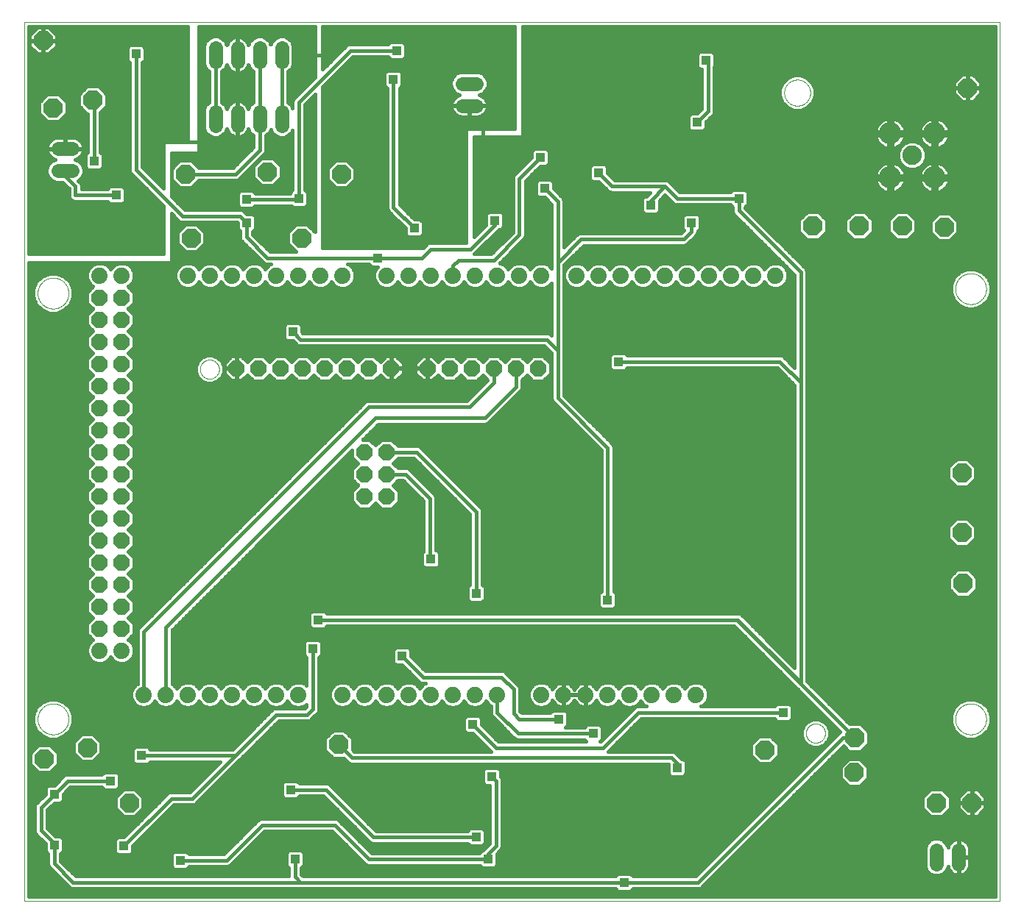
<source format=gbl>
G75*
%MOIN*%
%OFA0B0*%
%FSLAX25Y25*%
%IPPOS*%
%LPD*%
%AMOC8*
5,1,8,0,0,1.08239X$1,22.5*
%
%ADD10C,0.00000*%
%ADD11OC8,0.08500*%
%ADD12C,0.07400*%
%ADD13OC8,0.07400*%
%ADD14C,0.08850*%
%ADD15C,0.10050*%
%ADD16C,0.06400*%
%ADD17C,0.01600*%
%ADD18R,0.03962X0.03962*%
D10*
X0006800Y0006896D02*
X0006800Y0405396D01*
X0448300Y0405396D01*
X0448300Y0006896D01*
X0006800Y0006896D01*
X0012800Y0089396D02*
X0012802Y0089568D01*
X0012808Y0089739D01*
X0012819Y0089911D01*
X0012834Y0090082D01*
X0012853Y0090253D01*
X0012876Y0090423D01*
X0012903Y0090593D01*
X0012935Y0090762D01*
X0012970Y0090930D01*
X0013010Y0091097D01*
X0013054Y0091263D01*
X0013101Y0091428D01*
X0013153Y0091592D01*
X0013209Y0091754D01*
X0013269Y0091915D01*
X0013333Y0092075D01*
X0013401Y0092233D01*
X0013472Y0092389D01*
X0013547Y0092543D01*
X0013627Y0092696D01*
X0013709Y0092846D01*
X0013796Y0092995D01*
X0013886Y0093141D01*
X0013980Y0093285D01*
X0014077Y0093427D01*
X0014178Y0093566D01*
X0014282Y0093703D01*
X0014389Y0093837D01*
X0014500Y0093968D01*
X0014613Y0094097D01*
X0014730Y0094223D01*
X0014850Y0094346D01*
X0014973Y0094466D01*
X0015099Y0094583D01*
X0015228Y0094696D01*
X0015359Y0094807D01*
X0015493Y0094914D01*
X0015630Y0095018D01*
X0015769Y0095119D01*
X0015911Y0095216D01*
X0016055Y0095310D01*
X0016201Y0095400D01*
X0016350Y0095487D01*
X0016500Y0095569D01*
X0016653Y0095649D01*
X0016807Y0095724D01*
X0016963Y0095795D01*
X0017121Y0095863D01*
X0017281Y0095927D01*
X0017442Y0095987D01*
X0017604Y0096043D01*
X0017768Y0096095D01*
X0017933Y0096142D01*
X0018099Y0096186D01*
X0018266Y0096226D01*
X0018434Y0096261D01*
X0018603Y0096293D01*
X0018773Y0096320D01*
X0018943Y0096343D01*
X0019114Y0096362D01*
X0019285Y0096377D01*
X0019457Y0096388D01*
X0019628Y0096394D01*
X0019800Y0096396D01*
X0019972Y0096394D01*
X0020143Y0096388D01*
X0020315Y0096377D01*
X0020486Y0096362D01*
X0020657Y0096343D01*
X0020827Y0096320D01*
X0020997Y0096293D01*
X0021166Y0096261D01*
X0021334Y0096226D01*
X0021501Y0096186D01*
X0021667Y0096142D01*
X0021832Y0096095D01*
X0021996Y0096043D01*
X0022158Y0095987D01*
X0022319Y0095927D01*
X0022479Y0095863D01*
X0022637Y0095795D01*
X0022793Y0095724D01*
X0022947Y0095649D01*
X0023100Y0095569D01*
X0023250Y0095487D01*
X0023399Y0095400D01*
X0023545Y0095310D01*
X0023689Y0095216D01*
X0023831Y0095119D01*
X0023970Y0095018D01*
X0024107Y0094914D01*
X0024241Y0094807D01*
X0024372Y0094696D01*
X0024501Y0094583D01*
X0024627Y0094466D01*
X0024750Y0094346D01*
X0024870Y0094223D01*
X0024987Y0094097D01*
X0025100Y0093968D01*
X0025211Y0093837D01*
X0025318Y0093703D01*
X0025422Y0093566D01*
X0025523Y0093427D01*
X0025620Y0093285D01*
X0025714Y0093141D01*
X0025804Y0092995D01*
X0025891Y0092846D01*
X0025973Y0092696D01*
X0026053Y0092543D01*
X0026128Y0092389D01*
X0026199Y0092233D01*
X0026267Y0092075D01*
X0026331Y0091915D01*
X0026391Y0091754D01*
X0026447Y0091592D01*
X0026499Y0091428D01*
X0026546Y0091263D01*
X0026590Y0091097D01*
X0026630Y0090930D01*
X0026665Y0090762D01*
X0026697Y0090593D01*
X0026724Y0090423D01*
X0026747Y0090253D01*
X0026766Y0090082D01*
X0026781Y0089911D01*
X0026792Y0089739D01*
X0026798Y0089568D01*
X0026800Y0089396D01*
X0026798Y0089224D01*
X0026792Y0089053D01*
X0026781Y0088881D01*
X0026766Y0088710D01*
X0026747Y0088539D01*
X0026724Y0088369D01*
X0026697Y0088199D01*
X0026665Y0088030D01*
X0026630Y0087862D01*
X0026590Y0087695D01*
X0026546Y0087529D01*
X0026499Y0087364D01*
X0026447Y0087200D01*
X0026391Y0087038D01*
X0026331Y0086877D01*
X0026267Y0086717D01*
X0026199Y0086559D01*
X0026128Y0086403D01*
X0026053Y0086249D01*
X0025973Y0086096D01*
X0025891Y0085946D01*
X0025804Y0085797D01*
X0025714Y0085651D01*
X0025620Y0085507D01*
X0025523Y0085365D01*
X0025422Y0085226D01*
X0025318Y0085089D01*
X0025211Y0084955D01*
X0025100Y0084824D01*
X0024987Y0084695D01*
X0024870Y0084569D01*
X0024750Y0084446D01*
X0024627Y0084326D01*
X0024501Y0084209D01*
X0024372Y0084096D01*
X0024241Y0083985D01*
X0024107Y0083878D01*
X0023970Y0083774D01*
X0023831Y0083673D01*
X0023689Y0083576D01*
X0023545Y0083482D01*
X0023399Y0083392D01*
X0023250Y0083305D01*
X0023100Y0083223D01*
X0022947Y0083143D01*
X0022793Y0083068D01*
X0022637Y0082997D01*
X0022479Y0082929D01*
X0022319Y0082865D01*
X0022158Y0082805D01*
X0021996Y0082749D01*
X0021832Y0082697D01*
X0021667Y0082650D01*
X0021501Y0082606D01*
X0021334Y0082566D01*
X0021166Y0082531D01*
X0020997Y0082499D01*
X0020827Y0082472D01*
X0020657Y0082449D01*
X0020486Y0082430D01*
X0020315Y0082415D01*
X0020143Y0082404D01*
X0019972Y0082398D01*
X0019800Y0082396D01*
X0019628Y0082398D01*
X0019457Y0082404D01*
X0019285Y0082415D01*
X0019114Y0082430D01*
X0018943Y0082449D01*
X0018773Y0082472D01*
X0018603Y0082499D01*
X0018434Y0082531D01*
X0018266Y0082566D01*
X0018099Y0082606D01*
X0017933Y0082650D01*
X0017768Y0082697D01*
X0017604Y0082749D01*
X0017442Y0082805D01*
X0017281Y0082865D01*
X0017121Y0082929D01*
X0016963Y0082997D01*
X0016807Y0083068D01*
X0016653Y0083143D01*
X0016500Y0083223D01*
X0016350Y0083305D01*
X0016201Y0083392D01*
X0016055Y0083482D01*
X0015911Y0083576D01*
X0015769Y0083673D01*
X0015630Y0083774D01*
X0015493Y0083878D01*
X0015359Y0083985D01*
X0015228Y0084096D01*
X0015099Y0084209D01*
X0014973Y0084326D01*
X0014850Y0084446D01*
X0014730Y0084569D01*
X0014613Y0084695D01*
X0014500Y0084824D01*
X0014389Y0084955D01*
X0014282Y0085089D01*
X0014178Y0085226D01*
X0014077Y0085365D01*
X0013980Y0085507D01*
X0013886Y0085651D01*
X0013796Y0085797D01*
X0013709Y0085946D01*
X0013627Y0086096D01*
X0013547Y0086249D01*
X0013472Y0086403D01*
X0013401Y0086559D01*
X0013333Y0086717D01*
X0013269Y0086877D01*
X0013209Y0087038D01*
X0013153Y0087200D01*
X0013101Y0087364D01*
X0013054Y0087529D01*
X0013010Y0087695D01*
X0012970Y0087862D01*
X0012935Y0088030D01*
X0012903Y0088199D01*
X0012876Y0088369D01*
X0012853Y0088539D01*
X0012834Y0088710D01*
X0012819Y0088881D01*
X0012808Y0089053D01*
X0012802Y0089224D01*
X0012800Y0089396D01*
X0086312Y0247916D02*
X0086314Y0248047D01*
X0086320Y0248179D01*
X0086330Y0248310D01*
X0086344Y0248441D01*
X0086362Y0248571D01*
X0086384Y0248700D01*
X0086409Y0248829D01*
X0086439Y0248957D01*
X0086473Y0249084D01*
X0086510Y0249211D01*
X0086551Y0249335D01*
X0086596Y0249459D01*
X0086645Y0249581D01*
X0086697Y0249702D01*
X0086753Y0249820D01*
X0086813Y0249938D01*
X0086876Y0250053D01*
X0086943Y0250166D01*
X0087013Y0250278D01*
X0087086Y0250387D01*
X0087162Y0250493D01*
X0087242Y0250598D01*
X0087325Y0250700D01*
X0087411Y0250799D01*
X0087500Y0250896D01*
X0087592Y0250990D01*
X0087687Y0251081D01*
X0087784Y0251170D01*
X0087884Y0251255D01*
X0087987Y0251337D01*
X0088092Y0251416D01*
X0088199Y0251492D01*
X0088309Y0251564D01*
X0088421Y0251633D01*
X0088535Y0251699D01*
X0088650Y0251761D01*
X0088768Y0251820D01*
X0088887Y0251875D01*
X0089008Y0251927D01*
X0089131Y0251974D01*
X0089255Y0252018D01*
X0089380Y0252059D01*
X0089506Y0252095D01*
X0089634Y0252128D01*
X0089762Y0252156D01*
X0089891Y0252181D01*
X0090021Y0252202D01*
X0090151Y0252219D01*
X0090282Y0252232D01*
X0090413Y0252241D01*
X0090544Y0252246D01*
X0090676Y0252247D01*
X0090807Y0252244D01*
X0090939Y0252237D01*
X0091070Y0252226D01*
X0091200Y0252211D01*
X0091330Y0252192D01*
X0091460Y0252169D01*
X0091588Y0252143D01*
X0091716Y0252112D01*
X0091843Y0252077D01*
X0091969Y0252039D01*
X0092093Y0251997D01*
X0092217Y0251951D01*
X0092338Y0251901D01*
X0092458Y0251848D01*
X0092577Y0251791D01*
X0092694Y0251731D01*
X0092808Y0251667D01*
X0092921Y0251599D01*
X0093032Y0251528D01*
X0093141Y0251454D01*
X0093247Y0251377D01*
X0093351Y0251296D01*
X0093452Y0251213D01*
X0093551Y0251126D01*
X0093647Y0251036D01*
X0093740Y0250943D01*
X0093831Y0250848D01*
X0093918Y0250750D01*
X0094003Y0250649D01*
X0094084Y0250546D01*
X0094162Y0250440D01*
X0094237Y0250332D01*
X0094309Y0250222D01*
X0094377Y0250110D01*
X0094442Y0249996D01*
X0094503Y0249879D01*
X0094561Y0249761D01*
X0094615Y0249641D01*
X0094666Y0249520D01*
X0094713Y0249397D01*
X0094756Y0249273D01*
X0094795Y0249148D01*
X0094831Y0249021D01*
X0094862Y0248893D01*
X0094890Y0248765D01*
X0094914Y0248636D01*
X0094934Y0248506D01*
X0094950Y0248375D01*
X0094962Y0248244D01*
X0094970Y0248113D01*
X0094974Y0247982D01*
X0094974Y0247850D01*
X0094970Y0247719D01*
X0094962Y0247588D01*
X0094950Y0247457D01*
X0094934Y0247326D01*
X0094914Y0247196D01*
X0094890Y0247067D01*
X0094862Y0246939D01*
X0094831Y0246811D01*
X0094795Y0246684D01*
X0094756Y0246559D01*
X0094713Y0246435D01*
X0094666Y0246312D01*
X0094615Y0246191D01*
X0094561Y0246071D01*
X0094503Y0245953D01*
X0094442Y0245836D01*
X0094377Y0245722D01*
X0094309Y0245610D01*
X0094237Y0245500D01*
X0094162Y0245392D01*
X0094084Y0245286D01*
X0094003Y0245183D01*
X0093918Y0245082D01*
X0093831Y0244984D01*
X0093740Y0244889D01*
X0093647Y0244796D01*
X0093551Y0244706D01*
X0093452Y0244619D01*
X0093351Y0244536D01*
X0093247Y0244455D01*
X0093141Y0244378D01*
X0093032Y0244304D01*
X0092921Y0244233D01*
X0092809Y0244165D01*
X0092694Y0244101D01*
X0092577Y0244041D01*
X0092458Y0243984D01*
X0092338Y0243931D01*
X0092217Y0243881D01*
X0092093Y0243835D01*
X0091969Y0243793D01*
X0091843Y0243755D01*
X0091716Y0243720D01*
X0091588Y0243689D01*
X0091460Y0243663D01*
X0091330Y0243640D01*
X0091200Y0243621D01*
X0091070Y0243606D01*
X0090939Y0243595D01*
X0090807Y0243588D01*
X0090676Y0243585D01*
X0090544Y0243586D01*
X0090413Y0243591D01*
X0090282Y0243600D01*
X0090151Y0243613D01*
X0090021Y0243630D01*
X0089891Y0243651D01*
X0089762Y0243676D01*
X0089634Y0243704D01*
X0089506Y0243737D01*
X0089380Y0243773D01*
X0089255Y0243814D01*
X0089131Y0243858D01*
X0089008Y0243905D01*
X0088887Y0243957D01*
X0088768Y0244012D01*
X0088650Y0244071D01*
X0088535Y0244133D01*
X0088421Y0244199D01*
X0088309Y0244268D01*
X0088199Y0244340D01*
X0088092Y0244416D01*
X0087987Y0244495D01*
X0087884Y0244577D01*
X0087784Y0244662D01*
X0087687Y0244751D01*
X0087592Y0244842D01*
X0087500Y0244936D01*
X0087411Y0245033D01*
X0087325Y0245132D01*
X0087242Y0245234D01*
X0087162Y0245339D01*
X0087086Y0245445D01*
X0087013Y0245554D01*
X0086943Y0245666D01*
X0086876Y0245779D01*
X0086813Y0245894D01*
X0086753Y0246012D01*
X0086697Y0246130D01*
X0086645Y0246251D01*
X0086596Y0246373D01*
X0086551Y0246497D01*
X0086510Y0246621D01*
X0086473Y0246748D01*
X0086439Y0246875D01*
X0086409Y0247003D01*
X0086384Y0247132D01*
X0086362Y0247261D01*
X0086344Y0247391D01*
X0086330Y0247522D01*
X0086320Y0247653D01*
X0086314Y0247785D01*
X0086312Y0247916D01*
X0012800Y0282396D02*
X0012802Y0282568D01*
X0012808Y0282739D01*
X0012819Y0282911D01*
X0012834Y0283082D01*
X0012853Y0283253D01*
X0012876Y0283423D01*
X0012903Y0283593D01*
X0012935Y0283762D01*
X0012970Y0283930D01*
X0013010Y0284097D01*
X0013054Y0284263D01*
X0013101Y0284428D01*
X0013153Y0284592D01*
X0013209Y0284754D01*
X0013269Y0284915D01*
X0013333Y0285075D01*
X0013401Y0285233D01*
X0013472Y0285389D01*
X0013547Y0285543D01*
X0013627Y0285696D01*
X0013709Y0285846D01*
X0013796Y0285995D01*
X0013886Y0286141D01*
X0013980Y0286285D01*
X0014077Y0286427D01*
X0014178Y0286566D01*
X0014282Y0286703D01*
X0014389Y0286837D01*
X0014500Y0286968D01*
X0014613Y0287097D01*
X0014730Y0287223D01*
X0014850Y0287346D01*
X0014973Y0287466D01*
X0015099Y0287583D01*
X0015228Y0287696D01*
X0015359Y0287807D01*
X0015493Y0287914D01*
X0015630Y0288018D01*
X0015769Y0288119D01*
X0015911Y0288216D01*
X0016055Y0288310D01*
X0016201Y0288400D01*
X0016350Y0288487D01*
X0016500Y0288569D01*
X0016653Y0288649D01*
X0016807Y0288724D01*
X0016963Y0288795D01*
X0017121Y0288863D01*
X0017281Y0288927D01*
X0017442Y0288987D01*
X0017604Y0289043D01*
X0017768Y0289095D01*
X0017933Y0289142D01*
X0018099Y0289186D01*
X0018266Y0289226D01*
X0018434Y0289261D01*
X0018603Y0289293D01*
X0018773Y0289320D01*
X0018943Y0289343D01*
X0019114Y0289362D01*
X0019285Y0289377D01*
X0019457Y0289388D01*
X0019628Y0289394D01*
X0019800Y0289396D01*
X0019972Y0289394D01*
X0020143Y0289388D01*
X0020315Y0289377D01*
X0020486Y0289362D01*
X0020657Y0289343D01*
X0020827Y0289320D01*
X0020997Y0289293D01*
X0021166Y0289261D01*
X0021334Y0289226D01*
X0021501Y0289186D01*
X0021667Y0289142D01*
X0021832Y0289095D01*
X0021996Y0289043D01*
X0022158Y0288987D01*
X0022319Y0288927D01*
X0022479Y0288863D01*
X0022637Y0288795D01*
X0022793Y0288724D01*
X0022947Y0288649D01*
X0023100Y0288569D01*
X0023250Y0288487D01*
X0023399Y0288400D01*
X0023545Y0288310D01*
X0023689Y0288216D01*
X0023831Y0288119D01*
X0023970Y0288018D01*
X0024107Y0287914D01*
X0024241Y0287807D01*
X0024372Y0287696D01*
X0024501Y0287583D01*
X0024627Y0287466D01*
X0024750Y0287346D01*
X0024870Y0287223D01*
X0024987Y0287097D01*
X0025100Y0286968D01*
X0025211Y0286837D01*
X0025318Y0286703D01*
X0025422Y0286566D01*
X0025523Y0286427D01*
X0025620Y0286285D01*
X0025714Y0286141D01*
X0025804Y0285995D01*
X0025891Y0285846D01*
X0025973Y0285696D01*
X0026053Y0285543D01*
X0026128Y0285389D01*
X0026199Y0285233D01*
X0026267Y0285075D01*
X0026331Y0284915D01*
X0026391Y0284754D01*
X0026447Y0284592D01*
X0026499Y0284428D01*
X0026546Y0284263D01*
X0026590Y0284097D01*
X0026630Y0283930D01*
X0026665Y0283762D01*
X0026697Y0283593D01*
X0026724Y0283423D01*
X0026747Y0283253D01*
X0026766Y0283082D01*
X0026781Y0282911D01*
X0026792Y0282739D01*
X0026798Y0282568D01*
X0026800Y0282396D01*
X0026798Y0282224D01*
X0026792Y0282053D01*
X0026781Y0281881D01*
X0026766Y0281710D01*
X0026747Y0281539D01*
X0026724Y0281369D01*
X0026697Y0281199D01*
X0026665Y0281030D01*
X0026630Y0280862D01*
X0026590Y0280695D01*
X0026546Y0280529D01*
X0026499Y0280364D01*
X0026447Y0280200D01*
X0026391Y0280038D01*
X0026331Y0279877D01*
X0026267Y0279717D01*
X0026199Y0279559D01*
X0026128Y0279403D01*
X0026053Y0279249D01*
X0025973Y0279096D01*
X0025891Y0278946D01*
X0025804Y0278797D01*
X0025714Y0278651D01*
X0025620Y0278507D01*
X0025523Y0278365D01*
X0025422Y0278226D01*
X0025318Y0278089D01*
X0025211Y0277955D01*
X0025100Y0277824D01*
X0024987Y0277695D01*
X0024870Y0277569D01*
X0024750Y0277446D01*
X0024627Y0277326D01*
X0024501Y0277209D01*
X0024372Y0277096D01*
X0024241Y0276985D01*
X0024107Y0276878D01*
X0023970Y0276774D01*
X0023831Y0276673D01*
X0023689Y0276576D01*
X0023545Y0276482D01*
X0023399Y0276392D01*
X0023250Y0276305D01*
X0023100Y0276223D01*
X0022947Y0276143D01*
X0022793Y0276068D01*
X0022637Y0275997D01*
X0022479Y0275929D01*
X0022319Y0275865D01*
X0022158Y0275805D01*
X0021996Y0275749D01*
X0021832Y0275697D01*
X0021667Y0275650D01*
X0021501Y0275606D01*
X0021334Y0275566D01*
X0021166Y0275531D01*
X0020997Y0275499D01*
X0020827Y0275472D01*
X0020657Y0275449D01*
X0020486Y0275430D01*
X0020315Y0275415D01*
X0020143Y0275404D01*
X0019972Y0275398D01*
X0019800Y0275396D01*
X0019628Y0275398D01*
X0019457Y0275404D01*
X0019285Y0275415D01*
X0019114Y0275430D01*
X0018943Y0275449D01*
X0018773Y0275472D01*
X0018603Y0275499D01*
X0018434Y0275531D01*
X0018266Y0275566D01*
X0018099Y0275606D01*
X0017933Y0275650D01*
X0017768Y0275697D01*
X0017604Y0275749D01*
X0017442Y0275805D01*
X0017281Y0275865D01*
X0017121Y0275929D01*
X0016963Y0275997D01*
X0016807Y0276068D01*
X0016653Y0276143D01*
X0016500Y0276223D01*
X0016350Y0276305D01*
X0016201Y0276392D01*
X0016055Y0276482D01*
X0015911Y0276576D01*
X0015769Y0276673D01*
X0015630Y0276774D01*
X0015493Y0276878D01*
X0015359Y0276985D01*
X0015228Y0277096D01*
X0015099Y0277209D01*
X0014973Y0277326D01*
X0014850Y0277446D01*
X0014730Y0277569D01*
X0014613Y0277695D01*
X0014500Y0277824D01*
X0014389Y0277955D01*
X0014282Y0278089D01*
X0014178Y0278226D01*
X0014077Y0278365D01*
X0013980Y0278507D01*
X0013886Y0278651D01*
X0013796Y0278797D01*
X0013709Y0278946D01*
X0013627Y0279096D01*
X0013547Y0279249D01*
X0013472Y0279403D01*
X0013401Y0279559D01*
X0013333Y0279717D01*
X0013269Y0279877D01*
X0013209Y0280038D01*
X0013153Y0280200D01*
X0013101Y0280364D01*
X0013054Y0280529D01*
X0013010Y0280695D01*
X0012970Y0280862D01*
X0012935Y0281030D01*
X0012903Y0281199D01*
X0012876Y0281369D01*
X0012853Y0281539D01*
X0012834Y0281710D01*
X0012819Y0281881D01*
X0012808Y0282053D01*
X0012802Y0282224D01*
X0012800Y0282396D01*
X0350863Y0373243D02*
X0350865Y0373396D01*
X0350871Y0373550D01*
X0350881Y0373703D01*
X0350895Y0373855D01*
X0350913Y0374008D01*
X0350935Y0374159D01*
X0350960Y0374310D01*
X0350990Y0374461D01*
X0351024Y0374611D01*
X0351061Y0374759D01*
X0351102Y0374907D01*
X0351147Y0375053D01*
X0351196Y0375199D01*
X0351249Y0375343D01*
X0351305Y0375485D01*
X0351365Y0375626D01*
X0351429Y0375766D01*
X0351496Y0375904D01*
X0351567Y0376040D01*
X0351642Y0376174D01*
X0351719Y0376306D01*
X0351801Y0376436D01*
X0351885Y0376564D01*
X0351973Y0376690D01*
X0352064Y0376813D01*
X0352158Y0376934D01*
X0352256Y0377052D01*
X0352356Y0377168D01*
X0352460Y0377281D01*
X0352566Y0377392D01*
X0352675Y0377500D01*
X0352787Y0377605D01*
X0352901Y0377706D01*
X0353019Y0377805D01*
X0353138Y0377901D01*
X0353260Y0377994D01*
X0353385Y0378083D01*
X0353512Y0378170D01*
X0353641Y0378252D01*
X0353772Y0378332D01*
X0353905Y0378408D01*
X0354040Y0378481D01*
X0354177Y0378550D01*
X0354316Y0378615D01*
X0354456Y0378677D01*
X0354598Y0378735D01*
X0354741Y0378790D01*
X0354886Y0378841D01*
X0355032Y0378888D01*
X0355179Y0378931D01*
X0355327Y0378970D01*
X0355476Y0379006D01*
X0355626Y0379037D01*
X0355777Y0379065D01*
X0355928Y0379089D01*
X0356081Y0379109D01*
X0356233Y0379125D01*
X0356386Y0379137D01*
X0356539Y0379145D01*
X0356692Y0379149D01*
X0356846Y0379149D01*
X0356999Y0379145D01*
X0357152Y0379137D01*
X0357305Y0379125D01*
X0357457Y0379109D01*
X0357610Y0379089D01*
X0357761Y0379065D01*
X0357912Y0379037D01*
X0358062Y0379006D01*
X0358211Y0378970D01*
X0358359Y0378931D01*
X0358506Y0378888D01*
X0358652Y0378841D01*
X0358797Y0378790D01*
X0358940Y0378735D01*
X0359082Y0378677D01*
X0359222Y0378615D01*
X0359361Y0378550D01*
X0359498Y0378481D01*
X0359633Y0378408D01*
X0359766Y0378332D01*
X0359897Y0378252D01*
X0360026Y0378170D01*
X0360153Y0378083D01*
X0360278Y0377994D01*
X0360400Y0377901D01*
X0360519Y0377805D01*
X0360637Y0377706D01*
X0360751Y0377605D01*
X0360863Y0377500D01*
X0360972Y0377392D01*
X0361078Y0377281D01*
X0361182Y0377168D01*
X0361282Y0377052D01*
X0361380Y0376934D01*
X0361474Y0376813D01*
X0361565Y0376690D01*
X0361653Y0376564D01*
X0361737Y0376436D01*
X0361819Y0376306D01*
X0361896Y0376174D01*
X0361971Y0376040D01*
X0362042Y0375904D01*
X0362109Y0375766D01*
X0362173Y0375626D01*
X0362233Y0375485D01*
X0362289Y0375343D01*
X0362342Y0375199D01*
X0362391Y0375053D01*
X0362436Y0374907D01*
X0362477Y0374759D01*
X0362514Y0374611D01*
X0362548Y0374461D01*
X0362578Y0374310D01*
X0362603Y0374159D01*
X0362625Y0374008D01*
X0362643Y0373855D01*
X0362657Y0373703D01*
X0362667Y0373550D01*
X0362673Y0373396D01*
X0362675Y0373243D01*
X0362673Y0373090D01*
X0362667Y0372936D01*
X0362657Y0372783D01*
X0362643Y0372631D01*
X0362625Y0372478D01*
X0362603Y0372327D01*
X0362578Y0372176D01*
X0362548Y0372025D01*
X0362514Y0371875D01*
X0362477Y0371727D01*
X0362436Y0371579D01*
X0362391Y0371433D01*
X0362342Y0371287D01*
X0362289Y0371143D01*
X0362233Y0371001D01*
X0362173Y0370860D01*
X0362109Y0370720D01*
X0362042Y0370582D01*
X0361971Y0370446D01*
X0361896Y0370312D01*
X0361819Y0370180D01*
X0361737Y0370050D01*
X0361653Y0369922D01*
X0361565Y0369796D01*
X0361474Y0369673D01*
X0361380Y0369552D01*
X0361282Y0369434D01*
X0361182Y0369318D01*
X0361078Y0369205D01*
X0360972Y0369094D01*
X0360863Y0368986D01*
X0360751Y0368881D01*
X0360637Y0368780D01*
X0360519Y0368681D01*
X0360400Y0368585D01*
X0360278Y0368492D01*
X0360153Y0368403D01*
X0360026Y0368316D01*
X0359897Y0368234D01*
X0359766Y0368154D01*
X0359633Y0368078D01*
X0359498Y0368005D01*
X0359361Y0367936D01*
X0359222Y0367871D01*
X0359082Y0367809D01*
X0358940Y0367751D01*
X0358797Y0367696D01*
X0358652Y0367645D01*
X0358506Y0367598D01*
X0358359Y0367555D01*
X0358211Y0367516D01*
X0358062Y0367480D01*
X0357912Y0367449D01*
X0357761Y0367421D01*
X0357610Y0367397D01*
X0357457Y0367377D01*
X0357305Y0367361D01*
X0357152Y0367349D01*
X0356999Y0367341D01*
X0356846Y0367337D01*
X0356692Y0367337D01*
X0356539Y0367341D01*
X0356386Y0367349D01*
X0356233Y0367361D01*
X0356081Y0367377D01*
X0355928Y0367397D01*
X0355777Y0367421D01*
X0355626Y0367449D01*
X0355476Y0367480D01*
X0355327Y0367516D01*
X0355179Y0367555D01*
X0355032Y0367598D01*
X0354886Y0367645D01*
X0354741Y0367696D01*
X0354598Y0367751D01*
X0354456Y0367809D01*
X0354316Y0367871D01*
X0354177Y0367936D01*
X0354040Y0368005D01*
X0353905Y0368078D01*
X0353772Y0368154D01*
X0353641Y0368234D01*
X0353512Y0368316D01*
X0353385Y0368403D01*
X0353260Y0368492D01*
X0353138Y0368585D01*
X0353019Y0368681D01*
X0352901Y0368780D01*
X0352787Y0368881D01*
X0352675Y0368986D01*
X0352566Y0369094D01*
X0352460Y0369205D01*
X0352356Y0369318D01*
X0352256Y0369434D01*
X0352158Y0369552D01*
X0352064Y0369673D01*
X0351973Y0369796D01*
X0351885Y0369922D01*
X0351801Y0370050D01*
X0351719Y0370180D01*
X0351642Y0370312D01*
X0351567Y0370446D01*
X0351496Y0370582D01*
X0351429Y0370720D01*
X0351365Y0370860D01*
X0351305Y0371001D01*
X0351249Y0371143D01*
X0351196Y0371287D01*
X0351147Y0371433D01*
X0351102Y0371579D01*
X0351061Y0371727D01*
X0351024Y0371875D01*
X0350990Y0372025D01*
X0350960Y0372176D01*
X0350935Y0372327D01*
X0350913Y0372478D01*
X0350895Y0372631D01*
X0350881Y0372783D01*
X0350871Y0372936D01*
X0350865Y0373090D01*
X0350863Y0373243D01*
X0428300Y0284396D02*
X0428302Y0284568D01*
X0428308Y0284739D01*
X0428319Y0284911D01*
X0428334Y0285082D01*
X0428353Y0285253D01*
X0428376Y0285423D01*
X0428403Y0285593D01*
X0428435Y0285762D01*
X0428470Y0285930D01*
X0428510Y0286097D01*
X0428554Y0286263D01*
X0428601Y0286428D01*
X0428653Y0286592D01*
X0428709Y0286754D01*
X0428769Y0286915D01*
X0428833Y0287075D01*
X0428901Y0287233D01*
X0428972Y0287389D01*
X0429047Y0287543D01*
X0429127Y0287696D01*
X0429209Y0287846D01*
X0429296Y0287995D01*
X0429386Y0288141D01*
X0429480Y0288285D01*
X0429577Y0288427D01*
X0429678Y0288566D01*
X0429782Y0288703D01*
X0429889Y0288837D01*
X0430000Y0288968D01*
X0430113Y0289097D01*
X0430230Y0289223D01*
X0430350Y0289346D01*
X0430473Y0289466D01*
X0430599Y0289583D01*
X0430728Y0289696D01*
X0430859Y0289807D01*
X0430993Y0289914D01*
X0431130Y0290018D01*
X0431269Y0290119D01*
X0431411Y0290216D01*
X0431555Y0290310D01*
X0431701Y0290400D01*
X0431850Y0290487D01*
X0432000Y0290569D01*
X0432153Y0290649D01*
X0432307Y0290724D01*
X0432463Y0290795D01*
X0432621Y0290863D01*
X0432781Y0290927D01*
X0432942Y0290987D01*
X0433104Y0291043D01*
X0433268Y0291095D01*
X0433433Y0291142D01*
X0433599Y0291186D01*
X0433766Y0291226D01*
X0433934Y0291261D01*
X0434103Y0291293D01*
X0434273Y0291320D01*
X0434443Y0291343D01*
X0434614Y0291362D01*
X0434785Y0291377D01*
X0434957Y0291388D01*
X0435128Y0291394D01*
X0435300Y0291396D01*
X0435472Y0291394D01*
X0435643Y0291388D01*
X0435815Y0291377D01*
X0435986Y0291362D01*
X0436157Y0291343D01*
X0436327Y0291320D01*
X0436497Y0291293D01*
X0436666Y0291261D01*
X0436834Y0291226D01*
X0437001Y0291186D01*
X0437167Y0291142D01*
X0437332Y0291095D01*
X0437496Y0291043D01*
X0437658Y0290987D01*
X0437819Y0290927D01*
X0437979Y0290863D01*
X0438137Y0290795D01*
X0438293Y0290724D01*
X0438447Y0290649D01*
X0438600Y0290569D01*
X0438750Y0290487D01*
X0438899Y0290400D01*
X0439045Y0290310D01*
X0439189Y0290216D01*
X0439331Y0290119D01*
X0439470Y0290018D01*
X0439607Y0289914D01*
X0439741Y0289807D01*
X0439872Y0289696D01*
X0440001Y0289583D01*
X0440127Y0289466D01*
X0440250Y0289346D01*
X0440370Y0289223D01*
X0440487Y0289097D01*
X0440600Y0288968D01*
X0440711Y0288837D01*
X0440818Y0288703D01*
X0440922Y0288566D01*
X0441023Y0288427D01*
X0441120Y0288285D01*
X0441214Y0288141D01*
X0441304Y0287995D01*
X0441391Y0287846D01*
X0441473Y0287696D01*
X0441553Y0287543D01*
X0441628Y0287389D01*
X0441699Y0287233D01*
X0441767Y0287075D01*
X0441831Y0286915D01*
X0441891Y0286754D01*
X0441947Y0286592D01*
X0441999Y0286428D01*
X0442046Y0286263D01*
X0442090Y0286097D01*
X0442130Y0285930D01*
X0442165Y0285762D01*
X0442197Y0285593D01*
X0442224Y0285423D01*
X0442247Y0285253D01*
X0442266Y0285082D01*
X0442281Y0284911D01*
X0442292Y0284739D01*
X0442298Y0284568D01*
X0442300Y0284396D01*
X0442298Y0284224D01*
X0442292Y0284053D01*
X0442281Y0283881D01*
X0442266Y0283710D01*
X0442247Y0283539D01*
X0442224Y0283369D01*
X0442197Y0283199D01*
X0442165Y0283030D01*
X0442130Y0282862D01*
X0442090Y0282695D01*
X0442046Y0282529D01*
X0441999Y0282364D01*
X0441947Y0282200D01*
X0441891Y0282038D01*
X0441831Y0281877D01*
X0441767Y0281717D01*
X0441699Y0281559D01*
X0441628Y0281403D01*
X0441553Y0281249D01*
X0441473Y0281096D01*
X0441391Y0280946D01*
X0441304Y0280797D01*
X0441214Y0280651D01*
X0441120Y0280507D01*
X0441023Y0280365D01*
X0440922Y0280226D01*
X0440818Y0280089D01*
X0440711Y0279955D01*
X0440600Y0279824D01*
X0440487Y0279695D01*
X0440370Y0279569D01*
X0440250Y0279446D01*
X0440127Y0279326D01*
X0440001Y0279209D01*
X0439872Y0279096D01*
X0439741Y0278985D01*
X0439607Y0278878D01*
X0439470Y0278774D01*
X0439331Y0278673D01*
X0439189Y0278576D01*
X0439045Y0278482D01*
X0438899Y0278392D01*
X0438750Y0278305D01*
X0438600Y0278223D01*
X0438447Y0278143D01*
X0438293Y0278068D01*
X0438137Y0277997D01*
X0437979Y0277929D01*
X0437819Y0277865D01*
X0437658Y0277805D01*
X0437496Y0277749D01*
X0437332Y0277697D01*
X0437167Y0277650D01*
X0437001Y0277606D01*
X0436834Y0277566D01*
X0436666Y0277531D01*
X0436497Y0277499D01*
X0436327Y0277472D01*
X0436157Y0277449D01*
X0435986Y0277430D01*
X0435815Y0277415D01*
X0435643Y0277404D01*
X0435472Y0277398D01*
X0435300Y0277396D01*
X0435128Y0277398D01*
X0434957Y0277404D01*
X0434785Y0277415D01*
X0434614Y0277430D01*
X0434443Y0277449D01*
X0434273Y0277472D01*
X0434103Y0277499D01*
X0433934Y0277531D01*
X0433766Y0277566D01*
X0433599Y0277606D01*
X0433433Y0277650D01*
X0433268Y0277697D01*
X0433104Y0277749D01*
X0432942Y0277805D01*
X0432781Y0277865D01*
X0432621Y0277929D01*
X0432463Y0277997D01*
X0432307Y0278068D01*
X0432153Y0278143D01*
X0432000Y0278223D01*
X0431850Y0278305D01*
X0431701Y0278392D01*
X0431555Y0278482D01*
X0431411Y0278576D01*
X0431269Y0278673D01*
X0431130Y0278774D01*
X0430993Y0278878D01*
X0430859Y0278985D01*
X0430728Y0279096D01*
X0430599Y0279209D01*
X0430473Y0279326D01*
X0430350Y0279446D01*
X0430230Y0279569D01*
X0430113Y0279695D01*
X0430000Y0279824D01*
X0429889Y0279955D01*
X0429782Y0280089D01*
X0429678Y0280226D01*
X0429577Y0280365D01*
X0429480Y0280507D01*
X0429386Y0280651D01*
X0429296Y0280797D01*
X0429209Y0280946D01*
X0429127Y0281096D01*
X0429047Y0281249D01*
X0428972Y0281403D01*
X0428901Y0281559D01*
X0428833Y0281717D01*
X0428769Y0281877D01*
X0428709Y0282038D01*
X0428653Y0282200D01*
X0428601Y0282364D01*
X0428554Y0282529D01*
X0428510Y0282695D01*
X0428470Y0282862D01*
X0428435Y0283030D01*
X0428403Y0283199D01*
X0428376Y0283369D01*
X0428353Y0283539D01*
X0428334Y0283710D01*
X0428319Y0283881D01*
X0428308Y0284053D01*
X0428302Y0284224D01*
X0428300Y0284396D01*
X0428300Y0089396D02*
X0428302Y0089568D01*
X0428308Y0089739D01*
X0428319Y0089911D01*
X0428334Y0090082D01*
X0428353Y0090253D01*
X0428376Y0090423D01*
X0428403Y0090593D01*
X0428435Y0090762D01*
X0428470Y0090930D01*
X0428510Y0091097D01*
X0428554Y0091263D01*
X0428601Y0091428D01*
X0428653Y0091592D01*
X0428709Y0091754D01*
X0428769Y0091915D01*
X0428833Y0092075D01*
X0428901Y0092233D01*
X0428972Y0092389D01*
X0429047Y0092543D01*
X0429127Y0092696D01*
X0429209Y0092846D01*
X0429296Y0092995D01*
X0429386Y0093141D01*
X0429480Y0093285D01*
X0429577Y0093427D01*
X0429678Y0093566D01*
X0429782Y0093703D01*
X0429889Y0093837D01*
X0430000Y0093968D01*
X0430113Y0094097D01*
X0430230Y0094223D01*
X0430350Y0094346D01*
X0430473Y0094466D01*
X0430599Y0094583D01*
X0430728Y0094696D01*
X0430859Y0094807D01*
X0430993Y0094914D01*
X0431130Y0095018D01*
X0431269Y0095119D01*
X0431411Y0095216D01*
X0431555Y0095310D01*
X0431701Y0095400D01*
X0431850Y0095487D01*
X0432000Y0095569D01*
X0432153Y0095649D01*
X0432307Y0095724D01*
X0432463Y0095795D01*
X0432621Y0095863D01*
X0432781Y0095927D01*
X0432942Y0095987D01*
X0433104Y0096043D01*
X0433268Y0096095D01*
X0433433Y0096142D01*
X0433599Y0096186D01*
X0433766Y0096226D01*
X0433934Y0096261D01*
X0434103Y0096293D01*
X0434273Y0096320D01*
X0434443Y0096343D01*
X0434614Y0096362D01*
X0434785Y0096377D01*
X0434957Y0096388D01*
X0435128Y0096394D01*
X0435300Y0096396D01*
X0435472Y0096394D01*
X0435643Y0096388D01*
X0435815Y0096377D01*
X0435986Y0096362D01*
X0436157Y0096343D01*
X0436327Y0096320D01*
X0436497Y0096293D01*
X0436666Y0096261D01*
X0436834Y0096226D01*
X0437001Y0096186D01*
X0437167Y0096142D01*
X0437332Y0096095D01*
X0437496Y0096043D01*
X0437658Y0095987D01*
X0437819Y0095927D01*
X0437979Y0095863D01*
X0438137Y0095795D01*
X0438293Y0095724D01*
X0438447Y0095649D01*
X0438600Y0095569D01*
X0438750Y0095487D01*
X0438899Y0095400D01*
X0439045Y0095310D01*
X0439189Y0095216D01*
X0439331Y0095119D01*
X0439470Y0095018D01*
X0439607Y0094914D01*
X0439741Y0094807D01*
X0439872Y0094696D01*
X0440001Y0094583D01*
X0440127Y0094466D01*
X0440250Y0094346D01*
X0440370Y0094223D01*
X0440487Y0094097D01*
X0440600Y0093968D01*
X0440711Y0093837D01*
X0440818Y0093703D01*
X0440922Y0093566D01*
X0441023Y0093427D01*
X0441120Y0093285D01*
X0441214Y0093141D01*
X0441304Y0092995D01*
X0441391Y0092846D01*
X0441473Y0092696D01*
X0441553Y0092543D01*
X0441628Y0092389D01*
X0441699Y0092233D01*
X0441767Y0092075D01*
X0441831Y0091915D01*
X0441891Y0091754D01*
X0441947Y0091592D01*
X0441999Y0091428D01*
X0442046Y0091263D01*
X0442090Y0091097D01*
X0442130Y0090930D01*
X0442165Y0090762D01*
X0442197Y0090593D01*
X0442224Y0090423D01*
X0442247Y0090253D01*
X0442266Y0090082D01*
X0442281Y0089911D01*
X0442292Y0089739D01*
X0442298Y0089568D01*
X0442300Y0089396D01*
X0442298Y0089224D01*
X0442292Y0089053D01*
X0442281Y0088881D01*
X0442266Y0088710D01*
X0442247Y0088539D01*
X0442224Y0088369D01*
X0442197Y0088199D01*
X0442165Y0088030D01*
X0442130Y0087862D01*
X0442090Y0087695D01*
X0442046Y0087529D01*
X0441999Y0087364D01*
X0441947Y0087200D01*
X0441891Y0087038D01*
X0441831Y0086877D01*
X0441767Y0086717D01*
X0441699Y0086559D01*
X0441628Y0086403D01*
X0441553Y0086249D01*
X0441473Y0086096D01*
X0441391Y0085946D01*
X0441304Y0085797D01*
X0441214Y0085651D01*
X0441120Y0085507D01*
X0441023Y0085365D01*
X0440922Y0085226D01*
X0440818Y0085089D01*
X0440711Y0084955D01*
X0440600Y0084824D01*
X0440487Y0084695D01*
X0440370Y0084569D01*
X0440250Y0084446D01*
X0440127Y0084326D01*
X0440001Y0084209D01*
X0439872Y0084096D01*
X0439741Y0083985D01*
X0439607Y0083878D01*
X0439470Y0083774D01*
X0439331Y0083673D01*
X0439189Y0083576D01*
X0439045Y0083482D01*
X0438899Y0083392D01*
X0438750Y0083305D01*
X0438600Y0083223D01*
X0438447Y0083143D01*
X0438293Y0083068D01*
X0438137Y0082997D01*
X0437979Y0082929D01*
X0437819Y0082865D01*
X0437658Y0082805D01*
X0437496Y0082749D01*
X0437332Y0082697D01*
X0437167Y0082650D01*
X0437001Y0082606D01*
X0436834Y0082566D01*
X0436666Y0082531D01*
X0436497Y0082499D01*
X0436327Y0082472D01*
X0436157Y0082449D01*
X0435986Y0082430D01*
X0435815Y0082415D01*
X0435643Y0082404D01*
X0435472Y0082398D01*
X0435300Y0082396D01*
X0435128Y0082398D01*
X0434957Y0082404D01*
X0434785Y0082415D01*
X0434614Y0082430D01*
X0434443Y0082449D01*
X0434273Y0082472D01*
X0434103Y0082499D01*
X0433934Y0082531D01*
X0433766Y0082566D01*
X0433599Y0082606D01*
X0433433Y0082650D01*
X0433268Y0082697D01*
X0433104Y0082749D01*
X0432942Y0082805D01*
X0432781Y0082865D01*
X0432621Y0082929D01*
X0432463Y0082997D01*
X0432307Y0083068D01*
X0432153Y0083143D01*
X0432000Y0083223D01*
X0431850Y0083305D01*
X0431701Y0083392D01*
X0431555Y0083482D01*
X0431411Y0083576D01*
X0431269Y0083673D01*
X0431130Y0083774D01*
X0430993Y0083878D01*
X0430859Y0083985D01*
X0430728Y0084096D01*
X0430599Y0084209D01*
X0430473Y0084326D01*
X0430350Y0084446D01*
X0430230Y0084569D01*
X0430113Y0084695D01*
X0430000Y0084824D01*
X0429889Y0084955D01*
X0429782Y0085089D01*
X0429678Y0085226D01*
X0429577Y0085365D01*
X0429480Y0085507D01*
X0429386Y0085651D01*
X0429296Y0085797D01*
X0429209Y0085946D01*
X0429127Y0086096D01*
X0429047Y0086249D01*
X0428972Y0086403D01*
X0428901Y0086559D01*
X0428833Y0086717D01*
X0428769Y0086877D01*
X0428709Y0087038D01*
X0428653Y0087200D01*
X0428601Y0087364D01*
X0428554Y0087529D01*
X0428510Y0087695D01*
X0428470Y0087862D01*
X0428435Y0088030D01*
X0428403Y0088199D01*
X0428376Y0088369D01*
X0428353Y0088539D01*
X0428334Y0088710D01*
X0428319Y0088881D01*
X0428308Y0089053D01*
X0428302Y0089224D01*
X0428300Y0089396D01*
X0360721Y0082955D02*
X0360723Y0083086D01*
X0360729Y0083218D01*
X0360739Y0083349D01*
X0360753Y0083480D01*
X0360771Y0083610D01*
X0360793Y0083739D01*
X0360818Y0083868D01*
X0360848Y0083996D01*
X0360882Y0084123D01*
X0360919Y0084250D01*
X0360960Y0084374D01*
X0361005Y0084498D01*
X0361054Y0084620D01*
X0361106Y0084741D01*
X0361162Y0084859D01*
X0361222Y0084977D01*
X0361285Y0085092D01*
X0361352Y0085205D01*
X0361422Y0085317D01*
X0361495Y0085426D01*
X0361571Y0085532D01*
X0361651Y0085637D01*
X0361734Y0085739D01*
X0361820Y0085838D01*
X0361909Y0085935D01*
X0362001Y0086029D01*
X0362096Y0086120D01*
X0362193Y0086209D01*
X0362293Y0086294D01*
X0362396Y0086376D01*
X0362501Y0086455D01*
X0362608Y0086531D01*
X0362718Y0086603D01*
X0362830Y0086672D01*
X0362944Y0086738D01*
X0363059Y0086800D01*
X0363177Y0086859D01*
X0363296Y0086914D01*
X0363417Y0086966D01*
X0363540Y0087013D01*
X0363664Y0087057D01*
X0363789Y0087098D01*
X0363915Y0087134D01*
X0364043Y0087167D01*
X0364171Y0087195D01*
X0364300Y0087220D01*
X0364430Y0087241D01*
X0364560Y0087258D01*
X0364691Y0087271D01*
X0364822Y0087280D01*
X0364953Y0087285D01*
X0365085Y0087286D01*
X0365216Y0087283D01*
X0365348Y0087276D01*
X0365479Y0087265D01*
X0365609Y0087250D01*
X0365739Y0087231D01*
X0365869Y0087208D01*
X0365997Y0087182D01*
X0366125Y0087151D01*
X0366252Y0087116D01*
X0366378Y0087078D01*
X0366502Y0087036D01*
X0366626Y0086990D01*
X0366747Y0086940D01*
X0366867Y0086887D01*
X0366986Y0086830D01*
X0367103Y0086770D01*
X0367217Y0086706D01*
X0367330Y0086638D01*
X0367441Y0086567D01*
X0367550Y0086493D01*
X0367656Y0086416D01*
X0367760Y0086335D01*
X0367861Y0086252D01*
X0367960Y0086165D01*
X0368056Y0086075D01*
X0368149Y0085982D01*
X0368240Y0085887D01*
X0368327Y0085789D01*
X0368412Y0085688D01*
X0368493Y0085585D01*
X0368571Y0085479D01*
X0368646Y0085371D01*
X0368718Y0085261D01*
X0368786Y0085149D01*
X0368851Y0085035D01*
X0368912Y0084918D01*
X0368970Y0084800D01*
X0369024Y0084680D01*
X0369075Y0084559D01*
X0369122Y0084436D01*
X0369165Y0084312D01*
X0369204Y0084187D01*
X0369240Y0084060D01*
X0369271Y0083932D01*
X0369299Y0083804D01*
X0369323Y0083675D01*
X0369343Y0083545D01*
X0369359Y0083414D01*
X0369371Y0083283D01*
X0369379Y0083152D01*
X0369383Y0083021D01*
X0369383Y0082889D01*
X0369379Y0082758D01*
X0369371Y0082627D01*
X0369359Y0082496D01*
X0369343Y0082365D01*
X0369323Y0082235D01*
X0369299Y0082106D01*
X0369271Y0081978D01*
X0369240Y0081850D01*
X0369204Y0081723D01*
X0369165Y0081598D01*
X0369122Y0081474D01*
X0369075Y0081351D01*
X0369024Y0081230D01*
X0368970Y0081110D01*
X0368912Y0080992D01*
X0368851Y0080875D01*
X0368786Y0080761D01*
X0368718Y0080649D01*
X0368646Y0080539D01*
X0368571Y0080431D01*
X0368493Y0080325D01*
X0368412Y0080222D01*
X0368327Y0080121D01*
X0368240Y0080023D01*
X0368149Y0079928D01*
X0368056Y0079835D01*
X0367960Y0079745D01*
X0367861Y0079658D01*
X0367760Y0079575D01*
X0367656Y0079494D01*
X0367550Y0079417D01*
X0367441Y0079343D01*
X0367330Y0079272D01*
X0367218Y0079204D01*
X0367103Y0079140D01*
X0366986Y0079080D01*
X0366867Y0079023D01*
X0366747Y0078970D01*
X0366626Y0078920D01*
X0366502Y0078874D01*
X0366378Y0078832D01*
X0366252Y0078794D01*
X0366125Y0078759D01*
X0365997Y0078728D01*
X0365869Y0078702D01*
X0365739Y0078679D01*
X0365609Y0078660D01*
X0365479Y0078645D01*
X0365348Y0078634D01*
X0365216Y0078627D01*
X0365085Y0078624D01*
X0364953Y0078625D01*
X0364822Y0078630D01*
X0364691Y0078639D01*
X0364560Y0078652D01*
X0364430Y0078669D01*
X0364300Y0078690D01*
X0364171Y0078715D01*
X0364043Y0078743D01*
X0363915Y0078776D01*
X0363789Y0078812D01*
X0363664Y0078853D01*
X0363540Y0078897D01*
X0363417Y0078944D01*
X0363296Y0078996D01*
X0363177Y0079051D01*
X0363059Y0079110D01*
X0362944Y0079172D01*
X0362830Y0079238D01*
X0362718Y0079307D01*
X0362608Y0079379D01*
X0362501Y0079455D01*
X0362396Y0079534D01*
X0362293Y0079616D01*
X0362193Y0079701D01*
X0362096Y0079790D01*
X0362001Y0079881D01*
X0361909Y0079975D01*
X0361820Y0080072D01*
X0361734Y0080171D01*
X0361651Y0080273D01*
X0361571Y0080378D01*
X0361495Y0080484D01*
X0361422Y0080593D01*
X0361352Y0080705D01*
X0361285Y0080818D01*
X0361222Y0080933D01*
X0361162Y0081051D01*
X0361106Y0081169D01*
X0361054Y0081290D01*
X0361005Y0081412D01*
X0360960Y0081536D01*
X0360919Y0081660D01*
X0360882Y0081787D01*
X0360848Y0081914D01*
X0360818Y0082042D01*
X0360793Y0082171D01*
X0360771Y0082300D01*
X0360753Y0082430D01*
X0360739Y0082561D01*
X0360729Y0082692D01*
X0360723Y0082824D01*
X0360721Y0082955D01*
D11*
X0342050Y0075396D03*
X0382800Y0080896D03*
X0382550Y0065146D03*
X0419800Y0051396D03*
X0435800Y0051396D03*
X0431800Y0150896D03*
X0431300Y0173896D03*
X0431300Y0200896D03*
X0423300Y0312396D03*
X0404300Y0312896D03*
X0384800Y0312896D03*
X0363800Y0312896D03*
X0433800Y0375396D03*
X0150300Y0336396D03*
X0132300Y0307396D03*
X0116800Y0337396D03*
X0082300Y0307396D03*
X0079800Y0336396D03*
X0037800Y0369896D03*
X0019800Y0366396D03*
X0015300Y0396896D03*
X0035300Y0076396D03*
X0015800Y0071396D03*
X0054300Y0051396D03*
X0149050Y0077896D03*
D12*
X0150800Y0100396D03*
X0160800Y0100396D03*
X0170800Y0100396D03*
X0180800Y0100396D03*
X0190800Y0100396D03*
X0200800Y0100396D03*
X0210800Y0100396D03*
X0220800Y0100396D03*
X0240800Y0100396D03*
X0250800Y0100396D03*
X0260800Y0100396D03*
X0270800Y0100396D03*
X0280800Y0100396D03*
X0290800Y0100396D03*
X0300800Y0100396D03*
X0310800Y0100396D03*
X0130800Y0100396D03*
X0120800Y0100396D03*
X0110800Y0100396D03*
X0100800Y0100396D03*
X0090800Y0100396D03*
X0080800Y0100396D03*
X0070800Y0100396D03*
X0060800Y0100396D03*
X0050800Y0120396D03*
X0040800Y0120396D03*
X0040800Y0290396D03*
X0050800Y0290396D03*
X0080800Y0290396D03*
X0090800Y0290396D03*
X0100800Y0290396D03*
X0110800Y0290396D03*
X0120800Y0290396D03*
X0130800Y0290396D03*
X0140800Y0290396D03*
X0150800Y0290396D03*
X0170800Y0290396D03*
X0180800Y0290396D03*
X0190800Y0290396D03*
X0200800Y0290396D03*
X0210800Y0290396D03*
X0220800Y0290396D03*
X0230800Y0290396D03*
X0240800Y0290396D03*
X0256800Y0290396D03*
X0266800Y0290396D03*
X0276800Y0290396D03*
X0286800Y0290396D03*
X0296800Y0290396D03*
X0306800Y0290396D03*
X0316800Y0290396D03*
X0326800Y0290396D03*
X0336800Y0290396D03*
X0346800Y0290396D03*
D13*
X0239265Y0248309D03*
X0229265Y0248309D03*
X0219265Y0248309D03*
X0209265Y0248309D03*
X0199265Y0248309D03*
X0189265Y0248309D03*
X0172847Y0248309D03*
X0162847Y0248309D03*
X0152847Y0248309D03*
X0142847Y0248309D03*
X0132847Y0248309D03*
X0122847Y0248309D03*
X0112847Y0248309D03*
X0102847Y0248309D03*
X0050800Y0250396D03*
X0050800Y0240396D03*
X0050800Y0230396D03*
X0050800Y0220396D03*
X0050800Y0210396D03*
X0050800Y0200396D03*
X0050800Y0190396D03*
X0050800Y0180396D03*
X0050800Y0170396D03*
X0050800Y0160396D03*
X0050800Y0150396D03*
X0050800Y0140396D03*
X0050800Y0130396D03*
X0040800Y0130396D03*
X0040800Y0140396D03*
X0040800Y0150396D03*
X0040800Y0160396D03*
X0040800Y0170396D03*
X0040800Y0180396D03*
X0040800Y0190396D03*
X0040800Y0200396D03*
X0040800Y0210396D03*
X0040800Y0220396D03*
X0040800Y0230396D03*
X0040800Y0240396D03*
X0040800Y0250396D03*
X0040800Y0260396D03*
X0040800Y0270396D03*
X0040800Y0280396D03*
X0050800Y0280396D03*
X0050800Y0270396D03*
X0050800Y0260396D03*
X0160800Y0210396D03*
X0160800Y0200396D03*
X0160800Y0190396D03*
X0170800Y0190396D03*
X0170800Y0200396D03*
X0170800Y0210396D03*
D14*
X0408800Y0344896D03*
D15*
X0398800Y0334896D03*
X0398800Y0354896D03*
X0418800Y0354896D03*
X0418800Y0334896D03*
D16*
X0211500Y0367396D02*
X0205100Y0367396D01*
X0205100Y0377396D02*
X0211500Y0377396D01*
X0123300Y0387196D02*
X0123300Y0393596D01*
X0113300Y0393596D02*
X0113300Y0387196D01*
X0103300Y0387196D02*
X0103300Y0393596D01*
X0093300Y0393596D02*
X0093300Y0387196D01*
X0093300Y0364596D02*
X0093300Y0358196D01*
X0103300Y0358196D02*
X0103300Y0364596D01*
X0113300Y0364596D02*
X0113300Y0358196D01*
X0123300Y0358196D02*
X0123300Y0364596D01*
X0028500Y0347896D02*
X0022100Y0347896D01*
X0022100Y0337896D02*
X0028500Y0337896D01*
X0419800Y0030096D02*
X0419800Y0023696D01*
X0429800Y0023696D02*
X0429800Y0030096D01*
D17*
X0429600Y0030874D02*
X0430000Y0030874D01*
X0430000Y0032472D02*
X0429600Y0032472D01*
X0429600Y0034071D02*
X0430000Y0034071D01*
X0430000Y0035096D02*
X0430000Y0027096D01*
X0434800Y0027096D01*
X0434800Y0030490D01*
X0434677Y0031267D01*
X0434434Y0032015D01*
X0434076Y0032717D01*
X0433614Y0033353D01*
X0433057Y0033910D01*
X0432421Y0034372D01*
X0431719Y0034730D01*
X0430971Y0034973D01*
X0430194Y0035096D01*
X0430000Y0035096D01*
X0429600Y0035096D02*
X0429600Y0027096D01*
X0430000Y0027096D01*
X0430000Y0026696D01*
X0430000Y0018696D01*
X0430194Y0018696D01*
X0430971Y0018819D01*
X0431719Y0019062D01*
X0432421Y0019420D01*
X0433057Y0019882D01*
X0433614Y0020439D01*
X0434076Y0021075D01*
X0434434Y0021777D01*
X0434677Y0022525D01*
X0434800Y0023303D01*
X0434800Y0026696D01*
X0430000Y0026696D01*
X0429600Y0026696D01*
X0429600Y0018696D01*
X0429406Y0018696D01*
X0428629Y0018819D01*
X0427881Y0019062D01*
X0427179Y0019420D01*
X0426543Y0019882D01*
X0425986Y0020439D01*
X0425524Y0021075D01*
X0425166Y0021777D01*
X0424932Y0022498D01*
X0424208Y0020750D01*
X0422746Y0019288D01*
X0420834Y0018496D01*
X0418766Y0018496D01*
X0416854Y0019288D01*
X0415392Y0020750D01*
X0414600Y0022662D01*
X0414600Y0031130D01*
X0415392Y0033042D01*
X0416854Y0034504D01*
X0418766Y0035296D01*
X0420834Y0035296D01*
X0422746Y0034504D01*
X0424208Y0033042D01*
X0424932Y0031294D01*
X0425166Y0032015D01*
X0425524Y0032717D01*
X0425986Y0033353D01*
X0426543Y0033910D01*
X0427179Y0034372D01*
X0427881Y0034730D01*
X0428629Y0034973D01*
X0429406Y0035096D01*
X0429600Y0035096D01*
X0426764Y0034071D02*
X0423179Y0034071D01*
X0424444Y0032472D02*
X0425399Y0032472D01*
X0429600Y0029275D02*
X0430000Y0029275D01*
X0430000Y0027677D02*
X0429600Y0027677D01*
X0429600Y0026078D02*
X0430000Y0026078D01*
X0430000Y0024480D02*
X0429600Y0024480D01*
X0429600Y0022881D02*
X0430000Y0022881D01*
X0430000Y0021283D02*
X0429600Y0021283D01*
X0429600Y0019684D02*
X0430000Y0019684D01*
X0432785Y0019684D02*
X0446300Y0019684D01*
X0446300Y0018086D02*
X0318449Y0018086D01*
X0316851Y0016487D02*
X0446300Y0016487D01*
X0446300Y0014889D02*
X0315252Y0014889D01*
X0314174Y0013810D02*
X0377610Y0077247D01*
X0380211Y0074646D01*
X0385389Y0074646D01*
X0389050Y0078307D01*
X0389050Y0083485D01*
X0385389Y0087146D01*
X0380510Y0087146D01*
X0361100Y0106556D01*
X0361100Y0292453D01*
X0360674Y0293482D01*
X0333100Y0321056D01*
X0333100Y0321415D01*
X0333110Y0321415D01*
X0334281Y0322587D01*
X0334281Y0328206D01*
X0333110Y0329377D01*
X0327490Y0329377D01*
X0326319Y0328206D01*
X0326319Y0328196D01*
X0303460Y0328196D01*
X0299174Y0332482D01*
X0298386Y0333270D01*
X0297357Y0333696D01*
X0273960Y0333696D01*
X0270781Y0336875D01*
X0270781Y0339706D01*
X0269610Y0340877D01*
X0263990Y0340877D01*
X0262819Y0339706D01*
X0262819Y0334087D01*
X0263990Y0332915D01*
X0266821Y0332915D01*
X0271214Y0328522D01*
X0272243Y0328096D01*
X0290040Y0328096D01*
X0288321Y0326377D01*
X0287490Y0326377D01*
X0286319Y0325206D01*
X0286319Y0319587D01*
X0287490Y0318415D01*
X0293110Y0318415D01*
X0294281Y0319587D01*
X0294281Y0324417D01*
X0296800Y0326936D01*
X0300714Y0323022D01*
X0301743Y0322596D01*
X0326319Y0322596D01*
X0326319Y0322587D01*
X0327490Y0321415D01*
X0327500Y0321415D01*
X0327500Y0319339D01*
X0327926Y0318310D01*
X0355500Y0290736D01*
X0355500Y0248656D01*
X0350386Y0253770D01*
X0349357Y0254196D01*
X0279781Y0254196D01*
X0279781Y0254206D01*
X0278610Y0255377D01*
X0272990Y0255377D01*
X0271819Y0254206D01*
X0271819Y0248587D01*
X0272990Y0247415D01*
X0278610Y0247415D01*
X0279781Y0248587D01*
X0279781Y0248596D01*
X0347640Y0248596D01*
X0355500Y0240736D01*
X0355500Y0112656D01*
X0331386Y0136770D01*
X0330357Y0137196D01*
X0143781Y0137196D01*
X0143781Y0137206D01*
X0142610Y0138377D01*
X0136990Y0138377D01*
X0135819Y0137206D01*
X0135819Y0131587D01*
X0136990Y0130415D01*
X0142610Y0130415D01*
X0143781Y0131587D01*
X0143781Y0131596D01*
X0328140Y0131596D01*
X0355926Y0103810D01*
X0356714Y0103022D01*
X0376246Y0083490D01*
X0375714Y0083270D01*
X0310640Y0018196D01*
X0282281Y0018196D01*
X0282281Y0018206D01*
X0281110Y0019377D01*
X0275490Y0019377D01*
X0274319Y0018206D01*
X0274319Y0018196D01*
X0132960Y0018196D01*
X0132100Y0019056D01*
X0132100Y0021915D01*
X0132110Y0021915D01*
X0133281Y0023087D01*
X0133281Y0028706D01*
X0132110Y0029877D01*
X0126490Y0029877D01*
X0125319Y0028706D01*
X0125319Y0023087D01*
X0126490Y0021915D01*
X0126500Y0021915D01*
X0126500Y0018196D01*
X0029960Y0018196D01*
X0023100Y0025056D01*
X0023100Y0028415D01*
X0023110Y0028415D01*
X0024281Y0029587D01*
X0024281Y0035206D01*
X0023110Y0036377D01*
X0020779Y0036377D01*
X0017100Y0040056D01*
X0017100Y0048236D01*
X0020279Y0051415D01*
X0023110Y0051415D01*
X0024281Y0052587D01*
X0024281Y0055417D01*
X0027460Y0058596D01*
X0041819Y0058596D01*
X0041819Y0058587D01*
X0042990Y0057415D01*
X0048610Y0057415D01*
X0049781Y0058587D01*
X0049781Y0064206D01*
X0048610Y0065377D01*
X0042990Y0065377D01*
X0041819Y0064206D01*
X0041819Y0064196D01*
X0025743Y0064196D01*
X0024714Y0063770D01*
X0020321Y0059377D01*
X0017490Y0059377D01*
X0016319Y0058206D01*
X0016319Y0055375D01*
X0012714Y0051770D01*
X0011926Y0050982D01*
X0011500Y0049953D01*
X0011500Y0038339D01*
X0011926Y0037310D01*
X0016319Y0032917D01*
X0016319Y0029587D01*
X0017490Y0028415D01*
X0017500Y0028415D01*
X0017500Y0023339D01*
X0017926Y0022310D01*
X0018714Y0021522D01*
X0026426Y0013810D01*
X0027214Y0013022D01*
X0028243Y0012596D01*
X0274319Y0012596D01*
X0274319Y0012587D01*
X0275490Y0011415D01*
X0281110Y0011415D01*
X0282281Y0012587D01*
X0282281Y0012596D01*
X0312357Y0012596D01*
X0313386Y0013022D01*
X0314174Y0013810D01*
X0313654Y0013290D02*
X0446300Y0013290D01*
X0446300Y0011692D02*
X0281386Y0011692D01*
X0278300Y0015396D02*
X0131800Y0015396D01*
X0129300Y0017896D01*
X0129300Y0025896D01*
X0133281Y0026078D02*
X0158658Y0026078D01*
X0160257Y0024480D02*
X0133281Y0024480D01*
X0133076Y0022881D02*
X0213024Y0022881D01*
X0212819Y0023087D02*
X0213990Y0021915D01*
X0219610Y0021915D01*
X0220781Y0023087D01*
X0220781Y0028417D01*
X0221886Y0029522D01*
X0222674Y0030310D01*
X0223100Y0031339D01*
X0223100Y0061953D01*
X0222674Y0062982D01*
X0222281Y0063375D01*
X0222281Y0066206D01*
X0221110Y0067377D01*
X0215490Y0067377D01*
X0214319Y0066206D01*
X0214319Y0060587D01*
X0215490Y0059415D01*
X0217500Y0059415D01*
X0217500Y0033056D01*
X0214426Y0029982D01*
X0214383Y0029877D01*
X0213990Y0029877D01*
X0212819Y0028706D01*
X0212819Y0028696D01*
X0163960Y0028696D01*
X0148886Y0043770D01*
X0147857Y0044196D01*
X0113743Y0044196D01*
X0112714Y0043770D01*
X0111926Y0042982D01*
X0097140Y0028196D01*
X0081281Y0028196D01*
X0081281Y0028206D01*
X0080110Y0029377D01*
X0074490Y0029377D01*
X0073319Y0028206D01*
X0073319Y0022587D01*
X0074490Y0021415D01*
X0080110Y0021415D01*
X0081281Y0022587D01*
X0081281Y0022596D01*
X0098857Y0022596D01*
X0099886Y0023022D01*
X0115460Y0038596D01*
X0146140Y0038596D01*
X0160426Y0024310D01*
X0161214Y0023522D01*
X0162243Y0023096D01*
X0212819Y0023096D01*
X0212819Y0023087D01*
X0216800Y0025896D02*
X0216800Y0028396D01*
X0220300Y0031896D01*
X0220300Y0061396D01*
X0218300Y0063396D01*
X0214319Y0062844D02*
X0096208Y0062844D01*
X0097806Y0064442D02*
X0214319Y0064442D01*
X0214319Y0066041D02*
X0099405Y0066041D01*
X0101003Y0067639D02*
X0298319Y0067639D01*
X0298319Y0069096D02*
X0298319Y0064587D01*
X0299490Y0063415D01*
X0305110Y0063415D01*
X0306281Y0064587D01*
X0306281Y0070206D01*
X0305110Y0071377D01*
X0304279Y0071377D01*
X0301386Y0074270D01*
X0300357Y0074696D01*
X0271060Y0074696D01*
X0285960Y0089596D01*
X0346319Y0089596D01*
X0346319Y0089587D01*
X0347490Y0088415D01*
X0353110Y0088415D01*
X0354281Y0089587D01*
X0354281Y0095206D01*
X0353110Y0096377D01*
X0347490Y0096377D01*
X0346319Y0095206D01*
X0346319Y0095196D01*
X0313141Y0095196D01*
X0314029Y0095564D01*
X0315632Y0097167D01*
X0316500Y0099262D01*
X0316500Y0101530D01*
X0315632Y0103625D01*
X0314029Y0105228D01*
X0311934Y0106096D01*
X0309666Y0106096D01*
X0307571Y0105228D01*
X0305968Y0103625D01*
X0305800Y0103220D01*
X0305632Y0103625D01*
X0304029Y0105228D01*
X0301934Y0106096D01*
X0299666Y0106096D01*
X0297571Y0105228D01*
X0295968Y0103625D01*
X0295800Y0103220D01*
X0295632Y0103625D01*
X0294029Y0105228D01*
X0291934Y0106096D01*
X0289666Y0106096D01*
X0287571Y0105228D01*
X0285968Y0103625D01*
X0285800Y0103220D01*
X0285632Y0103625D01*
X0284029Y0105228D01*
X0281934Y0106096D01*
X0279666Y0106096D01*
X0277571Y0105228D01*
X0275968Y0103625D01*
X0275800Y0103220D01*
X0275632Y0103625D01*
X0274029Y0105228D01*
X0271934Y0106096D01*
X0269666Y0106096D01*
X0267571Y0105228D01*
X0265968Y0103625D01*
X0265681Y0102932D01*
X0265504Y0103279D01*
X0264995Y0103979D01*
X0264383Y0104591D01*
X0263683Y0105100D01*
X0262911Y0105493D01*
X0262088Y0105761D01*
X0261233Y0105896D01*
X0261000Y0105896D01*
X0261000Y0100596D01*
X0260600Y0100596D01*
X0260600Y0100196D01*
X0261000Y0100196D01*
X0261000Y0094896D01*
X0261233Y0094896D01*
X0262088Y0095031D01*
X0262911Y0095299D01*
X0263683Y0095692D01*
X0264383Y0096201D01*
X0264995Y0096813D01*
X0265504Y0097513D01*
X0265681Y0097860D01*
X0265968Y0097167D01*
X0267571Y0095564D01*
X0269666Y0094696D01*
X0271934Y0094696D01*
X0274029Y0095564D01*
X0275632Y0097167D01*
X0275800Y0097572D01*
X0275968Y0097167D01*
X0277571Y0095564D01*
X0279666Y0094696D01*
X0281934Y0094696D01*
X0284029Y0095564D01*
X0285632Y0097167D01*
X0285800Y0097572D01*
X0285968Y0097167D01*
X0287571Y0095564D01*
X0288459Y0095196D01*
X0284243Y0095196D01*
X0283214Y0094770D01*
X0282426Y0093982D01*
X0267640Y0079196D01*
X0267391Y0079196D01*
X0268281Y0080087D01*
X0268281Y0085706D01*
X0267110Y0086877D01*
X0261490Y0086877D01*
X0260319Y0085706D01*
X0260319Y0085696D01*
X0251891Y0085696D01*
X0252781Y0086587D01*
X0252781Y0092206D01*
X0251610Y0093377D01*
X0245990Y0093377D01*
X0244819Y0092206D01*
X0244819Y0092196D01*
X0231960Y0092196D01*
X0231100Y0093056D01*
X0231100Y0103453D01*
X0230674Y0104482D01*
X0229886Y0105270D01*
X0225174Y0109982D01*
X0224386Y0110770D01*
X0223357Y0111196D01*
X0188460Y0111196D01*
X0181781Y0117875D01*
X0181781Y0120706D01*
X0180610Y0121877D01*
X0174990Y0121877D01*
X0173819Y0120706D01*
X0173819Y0115087D01*
X0174990Y0113915D01*
X0177821Y0113915D01*
X0185714Y0106022D01*
X0186743Y0105596D01*
X0188459Y0105596D01*
X0187571Y0105228D01*
X0185968Y0103625D01*
X0185800Y0103220D01*
X0185632Y0103625D01*
X0184029Y0105228D01*
X0181934Y0106096D01*
X0179666Y0106096D01*
X0177571Y0105228D01*
X0175968Y0103625D01*
X0175800Y0103220D01*
X0175632Y0103625D01*
X0174029Y0105228D01*
X0171934Y0106096D01*
X0169666Y0106096D01*
X0167571Y0105228D01*
X0165968Y0103625D01*
X0165800Y0103220D01*
X0165632Y0103625D01*
X0164029Y0105228D01*
X0161934Y0106096D01*
X0159666Y0106096D01*
X0157571Y0105228D01*
X0155968Y0103625D01*
X0155800Y0103220D01*
X0155632Y0103625D01*
X0154029Y0105228D01*
X0151934Y0106096D01*
X0149666Y0106096D01*
X0147571Y0105228D01*
X0145968Y0103625D01*
X0145100Y0101530D01*
X0145100Y0099262D01*
X0145968Y0097167D01*
X0147571Y0095564D01*
X0149666Y0094696D01*
X0151934Y0094696D01*
X0154029Y0095564D01*
X0155632Y0097167D01*
X0155800Y0097572D01*
X0155968Y0097167D01*
X0157571Y0095564D01*
X0159666Y0094696D01*
X0161934Y0094696D01*
X0164029Y0095564D01*
X0165632Y0097167D01*
X0165800Y0097572D01*
X0165968Y0097167D01*
X0167571Y0095564D01*
X0169666Y0094696D01*
X0171934Y0094696D01*
X0174029Y0095564D01*
X0175632Y0097167D01*
X0175800Y0097572D01*
X0175968Y0097167D01*
X0177571Y0095564D01*
X0179666Y0094696D01*
X0181934Y0094696D01*
X0184029Y0095564D01*
X0185632Y0097167D01*
X0185800Y0097572D01*
X0185968Y0097167D01*
X0187571Y0095564D01*
X0189666Y0094696D01*
X0191934Y0094696D01*
X0194029Y0095564D01*
X0195632Y0097167D01*
X0195800Y0097572D01*
X0195968Y0097167D01*
X0197571Y0095564D01*
X0199666Y0094696D01*
X0201934Y0094696D01*
X0204029Y0095564D01*
X0205632Y0097167D01*
X0205800Y0097572D01*
X0205968Y0097167D01*
X0207571Y0095564D01*
X0209666Y0094696D01*
X0211934Y0094696D01*
X0214029Y0095564D01*
X0215632Y0097167D01*
X0215800Y0097572D01*
X0215968Y0097167D01*
X0217571Y0095564D01*
X0218000Y0095386D01*
X0218000Y0091839D01*
X0218426Y0090810D01*
X0227926Y0081310D01*
X0228714Y0080522D01*
X0229743Y0080096D01*
X0260319Y0080096D01*
X0260319Y0080087D01*
X0261209Y0079196D01*
X0221460Y0079196D01*
X0213781Y0086875D01*
X0213781Y0089706D01*
X0212610Y0090877D01*
X0206990Y0090877D01*
X0205819Y0089706D01*
X0205819Y0084087D01*
X0206990Y0082915D01*
X0209821Y0082915D01*
X0218040Y0074696D01*
X0156210Y0074696D01*
X0155300Y0075606D01*
X0155300Y0080485D01*
X0151639Y0084146D01*
X0146461Y0084146D01*
X0142800Y0080485D01*
X0142800Y0075307D01*
X0146461Y0071646D01*
X0151340Y0071646D01*
X0153464Y0069522D01*
X0154493Y0069096D01*
X0298319Y0069096D01*
X0298319Y0066041D02*
X0222281Y0066041D01*
X0222281Y0064442D02*
X0298463Y0064442D01*
X0302300Y0067396D02*
X0302300Y0069396D01*
X0299800Y0071896D01*
X0155050Y0071896D01*
X0149050Y0077896D01*
X0144341Y0082026D02*
X0115390Y0082026D01*
X0116988Y0083625D02*
X0145940Y0083625D01*
X0142800Y0080428D02*
X0113791Y0080428D01*
X0112193Y0078829D02*
X0142800Y0078829D01*
X0142800Y0077231D02*
X0110594Y0077231D01*
X0108996Y0075632D02*
X0142800Y0075632D01*
X0144074Y0074034D02*
X0107397Y0074034D01*
X0105799Y0072435D02*
X0145672Y0072435D01*
X0152150Y0070837D02*
X0104200Y0070837D01*
X0103886Y0070522D02*
X0104674Y0071310D01*
X0121960Y0088596D01*
X0135357Y0088596D01*
X0136386Y0089022D01*
X0137174Y0089810D01*
X0139674Y0092310D01*
X0140100Y0093339D01*
X0140100Y0117415D01*
X0140110Y0117415D01*
X0141281Y0118587D01*
X0141281Y0124206D01*
X0140110Y0125377D01*
X0134490Y0125377D01*
X0133319Y0124206D01*
X0133319Y0118587D01*
X0134490Y0117415D01*
X0134500Y0117415D01*
X0134500Y0104757D01*
X0134029Y0105228D01*
X0131934Y0106096D01*
X0129666Y0106096D01*
X0127571Y0105228D01*
X0125968Y0103625D01*
X0125800Y0103220D01*
X0125632Y0103625D01*
X0124029Y0105228D01*
X0121934Y0106096D01*
X0119666Y0106096D01*
X0117571Y0105228D01*
X0115968Y0103625D01*
X0115800Y0103220D01*
X0115632Y0103625D01*
X0114029Y0105228D01*
X0111934Y0106096D01*
X0109666Y0106096D01*
X0107571Y0105228D01*
X0105968Y0103625D01*
X0105800Y0103220D01*
X0105632Y0103625D01*
X0104029Y0105228D01*
X0101934Y0106096D01*
X0099666Y0106096D01*
X0097571Y0105228D01*
X0095968Y0103625D01*
X0095800Y0103220D01*
X0095632Y0103625D01*
X0094029Y0105228D01*
X0091934Y0106096D01*
X0089666Y0106096D01*
X0087571Y0105228D01*
X0085968Y0103625D01*
X0085800Y0103220D01*
X0085632Y0103625D01*
X0084029Y0105228D01*
X0081934Y0106096D01*
X0079666Y0106096D01*
X0077571Y0105228D01*
X0075968Y0103625D01*
X0075800Y0103220D01*
X0075632Y0103625D01*
X0074029Y0105228D01*
X0073600Y0105406D01*
X0073600Y0129736D01*
X0155100Y0211236D01*
X0155100Y0208035D01*
X0157739Y0205396D01*
X0155100Y0202757D01*
X0155100Y0198035D01*
X0157739Y0195396D01*
X0155100Y0192757D01*
X0155100Y0188035D01*
X0158439Y0184696D01*
X0163161Y0184696D01*
X0165800Y0187335D01*
X0168439Y0184696D01*
X0173161Y0184696D01*
X0176500Y0188035D01*
X0176500Y0192757D01*
X0173861Y0195396D01*
X0176061Y0197596D01*
X0178140Y0197596D01*
X0187500Y0188236D01*
X0187500Y0165387D01*
X0186819Y0164706D01*
X0186819Y0159087D01*
X0187990Y0157915D01*
X0193610Y0157915D01*
X0194781Y0159087D01*
X0194781Y0164706D01*
X0193610Y0165877D01*
X0193100Y0165877D01*
X0193100Y0189953D01*
X0192674Y0190982D01*
X0191886Y0191770D01*
X0180886Y0202770D01*
X0179857Y0203196D01*
X0176061Y0203196D01*
X0173861Y0205396D01*
X0176061Y0207596D01*
X0183140Y0207596D01*
X0208500Y0182236D01*
X0208500Y0150377D01*
X0208490Y0150377D01*
X0207319Y0149206D01*
X0207319Y0143587D01*
X0208490Y0142415D01*
X0214110Y0142415D01*
X0215281Y0143587D01*
X0215281Y0149206D01*
X0214110Y0150377D01*
X0214100Y0150377D01*
X0214100Y0183953D01*
X0213674Y0184982D01*
X0186674Y0211982D01*
X0185886Y0212770D01*
X0184857Y0213196D01*
X0176061Y0213196D01*
X0173161Y0216096D01*
X0168439Y0216096D01*
X0165800Y0213457D01*
X0163161Y0216096D01*
X0159960Y0216096D01*
X0166960Y0223096D01*
X0215857Y0223096D01*
X0216886Y0223522D01*
X0230886Y0237522D01*
X0231674Y0238310D01*
X0232100Y0239339D01*
X0232100Y0243084D01*
X0234265Y0245248D01*
X0236904Y0242609D01*
X0241626Y0242609D01*
X0244965Y0245948D01*
X0244965Y0250670D01*
X0241626Y0254009D01*
X0236904Y0254009D01*
X0234265Y0251370D01*
X0231626Y0254009D01*
X0226904Y0254009D01*
X0224265Y0251370D01*
X0221626Y0254009D01*
X0216904Y0254009D01*
X0214265Y0251370D01*
X0211626Y0254009D01*
X0206904Y0254009D01*
X0204265Y0251370D01*
X0201626Y0254009D01*
X0196904Y0254009D01*
X0194123Y0251229D01*
X0191543Y0253809D01*
X0189465Y0253809D01*
X0189465Y0248510D01*
X0189065Y0248510D01*
X0189065Y0253809D01*
X0186986Y0253809D01*
X0183765Y0250588D01*
X0183765Y0248509D01*
X0189064Y0248509D01*
X0189064Y0248109D01*
X0183765Y0248109D01*
X0183765Y0246031D01*
X0186986Y0242809D01*
X0189065Y0242809D01*
X0189065Y0248109D01*
X0189465Y0248109D01*
X0189465Y0242809D01*
X0191543Y0242809D01*
X0194123Y0245390D01*
X0196904Y0242609D01*
X0201626Y0242609D01*
X0204265Y0245248D01*
X0206904Y0242609D01*
X0211626Y0242609D01*
X0214265Y0245248D01*
X0216465Y0243048D01*
X0216465Y0243020D01*
X0207140Y0233696D01*
X0162243Y0233696D01*
X0161214Y0233270D01*
X0160426Y0232482D01*
X0058426Y0130482D01*
X0058000Y0129453D01*
X0058000Y0105406D01*
X0057571Y0105228D01*
X0055968Y0103625D01*
X0055100Y0101530D01*
X0055100Y0099262D01*
X0055968Y0097167D01*
X0057571Y0095564D01*
X0059666Y0094696D01*
X0061934Y0094696D01*
X0064029Y0095564D01*
X0065632Y0097167D01*
X0065800Y0097572D01*
X0065968Y0097167D01*
X0067571Y0095564D01*
X0069666Y0094696D01*
X0071934Y0094696D01*
X0074029Y0095564D01*
X0075632Y0097167D01*
X0075800Y0097572D01*
X0075968Y0097167D01*
X0077571Y0095564D01*
X0079666Y0094696D01*
X0081934Y0094696D01*
X0084029Y0095564D01*
X0085632Y0097167D01*
X0085800Y0097572D01*
X0085968Y0097167D01*
X0087571Y0095564D01*
X0089666Y0094696D01*
X0091934Y0094696D01*
X0094029Y0095564D01*
X0095632Y0097167D01*
X0095800Y0097572D01*
X0095968Y0097167D01*
X0097571Y0095564D01*
X0099666Y0094696D01*
X0101934Y0094696D01*
X0104029Y0095564D01*
X0105632Y0097167D01*
X0105800Y0097572D01*
X0105968Y0097167D01*
X0107571Y0095564D01*
X0109666Y0094696D01*
X0111934Y0094696D01*
X0114029Y0095564D01*
X0115632Y0097167D01*
X0115800Y0097572D01*
X0115968Y0097167D01*
X0117571Y0095564D01*
X0119666Y0094696D01*
X0121934Y0094696D01*
X0124029Y0095564D01*
X0125632Y0097167D01*
X0125800Y0097572D01*
X0125968Y0097167D01*
X0127571Y0095564D01*
X0129666Y0094696D01*
X0131934Y0094696D01*
X0134029Y0095564D01*
X0134500Y0096035D01*
X0134500Y0095056D01*
X0133640Y0094196D01*
X0120243Y0094196D01*
X0119214Y0093770D01*
X0101140Y0075696D01*
X0063781Y0075696D01*
X0063781Y0075706D01*
X0062610Y0076877D01*
X0056990Y0076877D01*
X0055819Y0075706D01*
X0055819Y0070087D01*
X0056990Y0068915D01*
X0062610Y0068915D01*
X0063781Y0070087D01*
X0063781Y0070096D01*
X0095540Y0070096D01*
X0081640Y0056196D01*
X0072743Y0056196D01*
X0071714Y0055770D01*
X0051821Y0035877D01*
X0048990Y0035877D01*
X0047819Y0034706D01*
X0047819Y0029087D01*
X0048990Y0027915D01*
X0054610Y0027915D01*
X0055781Y0029087D01*
X0055781Y0031917D01*
X0074460Y0050596D01*
X0083357Y0050596D01*
X0084386Y0051022D01*
X0085174Y0051810D01*
X0103886Y0070522D01*
X0103886Y0070522D01*
X0104674Y0071310D02*
X0104674Y0071310D01*
X0102300Y0072896D02*
X0059800Y0072896D01*
X0055819Y0072435D02*
X0040178Y0072435D01*
X0041550Y0073807D02*
X0037889Y0070146D01*
X0032711Y0070146D01*
X0029050Y0073807D01*
X0029050Y0078985D01*
X0032711Y0082646D01*
X0037889Y0082646D01*
X0041550Y0078985D01*
X0041550Y0073807D01*
X0041550Y0074034D02*
X0055819Y0074034D01*
X0055819Y0075632D02*
X0041550Y0075632D01*
X0041550Y0077231D02*
X0102675Y0077231D01*
X0104273Y0078829D02*
X0041550Y0078829D01*
X0040107Y0080428D02*
X0105872Y0080428D01*
X0107470Y0082026D02*
X0038509Y0082026D01*
X0032091Y0082026D02*
X0025158Y0082026D01*
X0024898Y0081766D02*
X0027430Y0084298D01*
X0028800Y0087606D01*
X0028800Y0091186D01*
X0027430Y0094494D01*
X0024898Y0097026D01*
X0021590Y0098396D01*
X0018010Y0098396D01*
X0014702Y0097026D01*
X0012170Y0094494D01*
X0010800Y0091186D01*
X0010800Y0087606D01*
X0012170Y0084298D01*
X0014702Y0081766D01*
X0018010Y0080396D01*
X0021590Y0080396D01*
X0024898Y0081766D01*
X0026756Y0083625D02*
X0109069Y0083625D01*
X0110667Y0085223D02*
X0027813Y0085223D01*
X0028475Y0086822D02*
X0112266Y0086822D01*
X0113864Y0088420D02*
X0028800Y0088420D01*
X0028800Y0090019D02*
X0115463Y0090019D01*
X0117061Y0091617D02*
X0028622Y0091617D01*
X0027959Y0093216D02*
X0118660Y0093216D01*
X0119381Y0094814D02*
X0112219Y0094814D01*
X0109381Y0094814D02*
X0102219Y0094814D01*
X0099381Y0094814D02*
X0092219Y0094814D01*
X0089381Y0094814D02*
X0082219Y0094814D01*
X0079381Y0094814D02*
X0072219Y0094814D01*
X0069381Y0094814D02*
X0062219Y0094814D01*
X0059381Y0094814D02*
X0027110Y0094814D01*
X0025511Y0096413D02*
X0056722Y0096413D01*
X0055618Y0098011D02*
X0022519Y0098011D01*
X0017081Y0098011D02*
X0008800Y0098011D01*
X0008800Y0096413D02*
X0014089Y0096413D01*
X0012490Y0094814D02*
X0008800Y0094814D01*
X0008800Y0093216D02*
X0011641Y0093216D01*
X0010978Y0091617D02*
X0008800Y0091617D01*
X0008800Y0090019D02*
X0010800Y0090019D01*
X0010800Y0088420D02*
X0008800Y0088420D01*
X0008800Y0086822D02*
X0011125Y0086822D01*
X0011787Y0085223D02*
X0008800Y0085223D01*
X0008800Y0083625D02*
X0012844Y0083625D01*
X0014442Y0082026D02*
X0008800Y0082026D01*
X0008800Y0080428D02*
X0017934Y0080428D01*
X0018389Y0077646D02*
X0013211Y0077646D01*
X0009550Y0073985D01*
X0009550Y0068807D01*
X0013211Y0065146D01*
X0018389Y0065146D01*
X0022050Y0068807D01*
X0022050Y0073985D01*
X0018389Y0077646D01*
X0018804Y0077231D02*
X0029050Y0077231D01*
X0029050Y0078829D02*
X0008800Y0078829D01*
X0008800Y0077231D02*
X0012796Y0077231D01*
X0011197Y0075632D02*
X0008800Y0075632D01*
X0008800Y0074034D02*
X0009599Y0074034D01*
X0009550Y0072435D02*
X0008800Y0072435D01*
X0008800Y0070837D02*
X0009550Y0070837D01*
X0009550Y0069238D02*
X0008800Y0069238D01*
X0008800Y0067639D02*
X0010718Y0067639D01*
X0012316Y0066041D02*
X0008800Y0066041D01*
X0008800Y0064442D02*
X0042056Y0064442D01*
X0045800Y0061396D02*
X0026300Y0061396D01*
X0020300Y0055396D01*
X0014300Y0049396D01*
X0014300Y0038896D01*
X0020300Y0032896D01*
X0020300Y0032396D01*
X0020300Y0023896D01*
X0028800Y0015396D01*
X0131800Y0015396D01*
X0132100Y0019684D02*
X0312128Y0019684D01*
X0313727Y0021283D02*
X0132100Y0021283D01*
X0133281Y0027677D02*
X0157060Y0027677D01*
X0155461Y0029275D02*
X0132711Y0029275D01*
X0125889Y0029275D02*
X0106139Y0029275D01*
X0104540Y0027677D02*
X0125319Y0027677D01*
X0125319Y0026078D02*
X0102942Y0026078D01*
X0101343Y0024480D02*
X0125319Y0024480D01*
X0125524Y0022881D02*
X0099545Y0022881D01*
X0098300Y0025396D02*
X0114300Y0041396D01*
X0147300Y0041396D01*
X0162800Y0025896D01*
X0216800Y0025896D01*
X0220781Y0026078D02*
X0318522Y0026078D01*
X0316924Y0024480D02*
X0220781Y0024480D01*
X0220576Y0022881D02*
X0315325Y0022881D01*
X0320048Y0019684D02*
X0416458Y0019684D01*
X0415171Y0021283D02*
X0321646Y0021283D01*
X0323245Y0022881D02*
X0414600Y0022881D01*
X0414600Y0024480D02*
X0324843Y0024480D01*
X0326442Y0026078D02*
X0414600Y0026078D01*
X0414600Y0027677D02*
X0328040Y0027677D01*
X0329639Y0029275D02*
X0414600Y0029275D01*
X0414600Y0030874D02*
X0331237Y0030874D01*
X0332836Y0032472D02*
X0415156Y0032472D01*
X0416421Y0034071D02*
X0334434Y0034071D01*
X0336033Y0035669D02*
X0446300Y0035669D01*
X0446300Y0034071D02*
X0432836Y0034071D01*
X0434201Y0032472D02*
X0446300Y0032472D01*
X0446300Y0030874D02*
X0434739Y0030874D01*
X0434800Y0029275D02*
X0446300Y0029275D01*
X0446300Y0027677D02*
X0434800Y0027677D01*
X0434800Y0026078D02*
X0446300Y0026078D01*
X0446300Y0024480D02*
X0434800Y0024480D01*
X0434733Y0022881D02*
X0446300Y0022881D01*
X0446300Y0021283D02*
X0434182Y0021283D01*
X0426815Y0019684D02*
X0423142Y0019684D01*
X0424429Y0021283D02*
X0425418Y0021283D01*
X0446300Y0010093D02*
X0008800Y0010093D01*
X0008800Y0008896D02*
X0008800Y0296396D01*
X0073300Y0296396D01*
X0073300Y0318436D01*
X0075926Y0315810D01*
X0076714Y0315022D01*
X0077743Y0314596D01*
X0103140Y0314596D01*
X0103319Y0314417D01*
X0103319Y0311587D01*
X0104490Y0310415D01*
X0104500Y0310415D01*
X0104500Y0307339D01*
X0104926Y0306310D01*
X0114426Y0296810D01*
X0115214Y0296022D01*
X0116243Y0295596D01*
X0118459Y0295596D01*
X0117571Y0295228D01*
X0115968Y0293625D01*
X0115800Y0293220D01*
X0115632Y0293625D01*
X0114029Y0295228D01*
X0111934Y0296096D01*
X0109666Y0296096D01*
X0107571Y0295228D01*
X0105968Y0293625D01*
X0105800Y0293220D01*
X0105632Y0293625D01*
X0104029Y0295228D01*
X0101934Y0296096D01*
X0099666Y0296096D01*
X0097571Y0295228D01*
X0095968Y0293625D01*
X0095800Y0293220D01*
X0095632Y0293625D01*
X0094029Y0295228D01*
X0091934Y0296096D01*
X0089666Y0296096D01*
X0087571Y0295228D01*
X0085968Y0293625D01*
X0085800Y0293220D01*
X0085632Y0293625D01*
X0084029Y0295228D01*
X0081934Y0296096D01*
X0079666Y0296096D01*
X0077571Y0295228D01*
X0075968Y0293625D01*
X0075100Y0291530D01*
X0075100Y0289262D01*
X0075968Y0287167D01*
X0077571Y0285564D01*
X0079666Y0284696D01*
X0081934Y0284696D01*
X0084029Y0285564D01*
X0085632Y0287167D01*
X0085800Y0287572D01*
X0085968Y0287167D01*
X0087571Y0285564D01*
X0089666Y0284696D01*
X0091934Y0284696D01*
X0094029Y0285564D01*
X0095632Y0287167D01*
X0095800Y0287572D01*
X0095968Y0287167D01*
X0097571Y0285564D01*
X0099666Y0284696D01*
X0101934Y0284696D01*
X0104029Y0285564D01*
X0105632Y0287167D01*
X0105800Y0287572D01*
X0105968Y0287167D01*
X0107571Y0285564D01*
X0109666Y0284696D01*
X0111934Y0284696D01*
X0114029Y0285564D01*
X0115632Y0287167D01*
X0115800Y0287572D01*
X0115968Y0287167D01*
X0117571Y0285564D01*
X0119666Y0284696D01*
X0121934Y0284696D01*
X0124029Y0285564D01*
X0125632Y0287167D01*
X0125800Y0287572D01*
X0125968Y0287167D01*
X0127571Y0285564D01*
X0129666Y0284696D01*
X0131934Y0284696D01*
X0134029Y0285564D01*
X0135632Y0287167D01*
X0135800Y0287572D01*
X0135968Y0287167D01*
X0137571Y0285564D01*
X0139666Y0284696D01*
X0141934Y0284696D01*
X0144029Y0285564D01*
X0145632Y0287167D01*
X0145800Y0287572D01*
X0145968Y0287167D01*
X0147571Y0285564D01*
X0149666Y0284696D01*
X0151934Y0284696D01*
X0154029Y0285564D01*
X0155632Y0287167D01*
X0156500Y0289262D01*
X0156500Y0291530D01*
X0155632Y0293625D01*
X0154029Y0295228D01*
X0153141Y0295596D01*
X0162819Y0295596D01*
X0162819Y0295587D01*
X0163990Y0294415D01*
X0166758Y0294415D01*
X0165968Y0293625D01*
X0165100Y0291530D01*
X0165100Y0289262D01*
X0165968Y0287167D01*
X0167571Y0285564D01*
X0169666Y0284696D01*
X0171934Y0284696D01*
X0174029Y0285564D01*
X0175632Y0287167D01*
X0175800Y0287572D01*
X0175968Y0287167D01*
X0177571Y0285564D01*
X0179666Y0284696D01*
X0181934Y0284696D01*
X0184029Y0285564D01*
X0185632Y0287167D01*
X0185800Y0287572D01*
X0185968Y0287167D01*
X0187571Y0285564D01*
X0189666Y0284696D01*
X0191934Y0284696D01*
X0194029Y0285564D01*
X0195632Y0287167D01*
X0195800Y0287572D01*
X0195968Y0287167D01*
X0197571Y0285564D01*
X0199666Y0284696D01*
X0201934Y0284696D01*
X0204029Y0285564D01*
X0205632Y0287167D01*
X0205800Y0287572D01*
X0205968Y0287167D01*
X0207571Y0285564D01*
X0209666Y0284696D01*
X0211934Y0284696D01*
X0214029Y0285564D01*
X0215632Y0287167D01*
X0215800Y0287572D01*
X0215968Y0287167D01*
X0217571Y0285564D01*
X0219666Y0284696D01*
X0221934Y0284696D01*
X0224029Y0285564D01*
X0225632Y0287167D01*
X0225800Y0287572D01*
X0225968Y0287167D01*
X0227571Y0285564D01*
X0229666Y0284696D01*
X0231934Y0284696D01*
X0234029Y0285564D01*
X0235632Y0287167D01*
X0235800Y0287572D01*
X0235968Y0287167D01*
X0237571Y0285564D01*
X0239666Y0284696D01*
X0241934Y0284696D01*
X0244029Y0285564D01*
X0245500Y0287035D01*
X0245500Y0263156D01*
X0244886Y0263770D01*
X0243857Y0264196D01*
X0132960Y0264196D01*
X0132281Y0264875D01*
X0132281Y0267706D01*
X0131110Y0268877D01*
X0125490Y0268877D01*
X0124319Y0267706D01*
X0124319Y0262087D01*
X0125490Y0260915D01*
X0128321Y0260915D01*
X0130214Y0259022D01*
X0131243Y0258596D01*
X0242140Y0258596D01*
X0245500Y0255236D01*
X0245500Y0234339D01*
X0245926Y0233310D01*
X0246714Y0232522D01*
X0268000Y0211236D01*
X0268000Y0147377D01*
X0267990Y0147377D01*
X0266819Y0146206D01*
X0266819Y0140587D01*
X0267990Y0139415D01*
X0273610Y0139415D01*
X0274781Y0140587D01*
X0274781Y0146206D01*
X0273610Y0147377D01*
X0273600Y0147377D01*
X0273600Y0212953D01*
X0273174Y0213982D01*
X0272386Y0214770D01*
X0251100Y0236056D01*
X0251100Y0295236D01*
X0259960Y0304096D01*
X0305857Y0304096D01*
X0306886Y0304522D01*
X0310386Y0308022D01*
X0311174Y0308810D01*
X0311600Y0309839D01*
X0311600Y0310415D01*
X0311610Y0310415D01*
X0312781Y0311587D01*
X0312781Y0317206D01*
X0311610Y0318377D01*
X0305990Y0318377D01*
X0304819Y0317206D01*
X0304819Y0311587D01*
X0305425Y0310981D01*
X0304140Y0309696D01*
X0258243Y0309696D01*
X0257214Y0309270D01*
X0256426Y0308482D01*
X0251100Y0303156D01*
X0251100Y0324453D01*
X0250674Y0325482D01*
X0246281Y0329875D01*
X0246281Y0332706D01*
X0245110Y0333877D01*
X0239490Y0333877D01*
X0238319Y0332706D01*
X0238319Y0327087D01*
X0239490Y0325915D01*
X0242321Y0325915D01*
X0245500Y0322736D01*
X0245500Y0293757D01*
X0244029Y0295228D01*
X0241934Y0296096D01*
X0239666Y0296096D01*
X0237571Y0295228D01*
X0235968Y0293625D01*
X0235800Y0293220D01*
X0235632Y0293625D01*
X0234029Y0295228D01*
X0231934Y0296096D01*
X0229666Y0296096D01*
X0227571Y0295228D01*
X0225968Y0293625D01*
X0225800Y0293220D01*
X0225632Y0293625D01*
X0224029Y0295228D01*
X0221952Y0296088D01*
X0232386Y0306522D01*
X0233174Y0307310D01*
X0233600Y0308339D01*
X0233600Y0333236D01*
X0240279Y0339915D01*
X0243110Y0339915D01*
X0244281Y0341087D01*
X0244281Y0346706D01*
X0243110Y0347877D01*
X0237490Y0347877D01*
X0236319Y0346706D01*
X0236319Y0343875D01*
X0228426Y0335982D01*
X0228000Y0334953D01*
X0228000Y0310056D01*
X0218140Y0300196D01*
X0210560Y0300196D01*
X0211174Y0300810D01*
X0221386Y0311022D01*
X0221779Y0311415D01*
X0222610Y0311415D01*
X0223781Y0312587D01*
X0223781Y0318206D01*
X0222610Y0319377D01*
X0216990Y0319377D01*
X0215819Y0318206D01*
X0215819Y0313375D01*
X0210300Y0307856D01*
X0210300Y0353396D01*
X0232300Y0353396D01*
X0232300Y0403396D01*
X0446300Y0403396D01*
X0446300Y0008896D01*
X0008800Y0008896D01*
X0008800Y0011692D02*
X0275214Y0011692D01*
X0278300Y0015396D02*
X0311800Y0015396D01*
X0377300Y0080896D01*
X0382800Y0080896D01*
X0358300Y0105396D01*
X0358300Y0105896D01*
X0358300Y0241896D01*
X0348800Y0251396D01*
X0275800Y0251396D01*
X0271819Y0251468D02*
X0251100Y0251468D01*
X0251100Y0249870D02*
X0271819Y0249870D01*
X0272134Y0248271D02*
X0251100Y0248271D01*
X0251100Y0246673D02*
X0349563Y0246673D01*
X0347965Y0248271D02*
X0279466Y0248271D01*
X0279321Y0254665D02*
X0355500Y0254665D01*
X0355500Y0253067D02*
X0351089Y0253067D01*
X0352688Y0251468D02*
X0355500Y0251468D01*
X0355500Y0249870D02*
X0354286Y0249870D01*
X0351162Y0245074D02*
X0251100Y0245074D01*
X0251100Y0243476D02*
X0352761Y0243476D01*
X0354359Y0241877D02*
X0251100Y0241877D01*
X0251100Y0240279D02*
X0355500Y0240279D01*
X0355500Y0238680D02*
X0251100Y0238680D01*
X0251100Y0237082D02*
X0355500Y0237082D01*
X0355500Y0235483D02*
X0251673Y0235483D01*
X0253271Y0233885D02*
X0355500Y0233885D01*
X0355500Y0232286D02*
X0254870Y0232286D01*
X0256468Y0230688D02*
X0355500Y0230688D01*
X0355500Y0229089D02*
X0258067Y0229089D01*
X0259665Y0227491D02*
X0355500Y0227491D01*
X0355500Y0225892D02*
X0261264Y0225892D01*
X0262862Y0224294D02*
X0355500Y0224294D01*
X0355500Y0222695D02*
X0264461Y0222695D01*
X0266059Y0221097D02*
X0355500Y0221097D01*
X0355500Y0219498D02*
X0267658Y0219498D01*
X0269256Y0217900D02*
X0355500Y0217900D01*
X0355500Y0216301D02*
X0270855Y0216301D01*
X0272453Y0214703D02*
X0355500Y0214703D01*
X0355500Y0213104D02*
X0273537Y0213104D01*
X0273600Y0211506D02*
X0355500Y0211506D01*
X0355500Y0209907D02*
X0273600Y0209907D01*
X0273600Y0208308D02*
X0355500Y0208308D01*
X0355500Y0206710D02*
X0273600Y0206710D01*
X0273600Y0205111D02*
X0355500Y0205111D01*
X0355500Y0203513D02*
X0273600Y0203513D01*
X0273600Y0201914D02*
X0355500Y0201914D01*
X0355500Y0200316D02*
X0273600Y0200316D01*
X0273600Y0198717D02*
X0355500Y0198717D01*
X0355500Y0197119D02*
X0273600Y0197119D01*
X0273600Y0195520D02*
X0355500Y0195520D01*
X0355500Y0193922D02*
X0273600Y0193922D01*
X0273600Y0192323D02*
X0355500Y0192323D01*
X0355500Y0190725D02*
X0273600Y0190725D01*
X0273600Y0189126D02*
X0355500Y0189126D01*
X0355500Y0187528D02*
X0273600Y0187528D01*
X0273600Y0185929D02*
X0355500Y0185929D01*
X0355500Y0184331D02*
X0273600Y0184331D01*
X0273600Y0182732D02*
X0355500Y0182732D01*
X0355500Y0181134D02*
X0273600Y0181134D01*
X0273600Y0179535D02*
X0355500Y0179535D01*
X0355500Y0177937D02*
X0273600Y0177937D01*
X0273600Y0176338D02*
X0355500Y0176338D01*
X0355500Y0174740D02*
X0273600Y0174740D01*
X0273600Y0173141D02*
X0355500Y0173141D01*
X0355500Y0171543D02*
X0273600Y0171543D01*
X0273600Y0169944D02*
X0355500Y0169944D01*
X0355500Y0168346D02*
X0273600Y0168346D01*
X0273600Y0166747D02*
X0355500Y0166747D01*
X0355500Y0165149D02*
X0273600Y0165149D01*
X0273600Y0163550D02*
X0355500Y0163550D01*
X0355500Y0161952D02*
X0273600Y0161952D01*
X0273600Y0160353D02*
X0355500Y0160353D01*
X0355500Y0158755D02*
X0273600Y0158755D01*
X0273600Y0157156D02*
X0355500Y0157156D01*
X0355500Y0155558D02*
X0273600Y0155558D01*
X0273600Y0153959D02*
X0355500Y0153959D01*
X0355500Y0152361D02*
X0273600Y0152361D01*
X0273600Y0150762D02*
X0355500Y0150762D01*
X0355500Y0149164D02*
X0273600Y0149164D01*
X0273600Y0147565D02*
X0355500Y0147565D01*
X0355500Y0145967D02*
X0274781Y0145967D01*
X0274781Y0144368D02*
X0355500Y0144368D01*
X0355500Y0142770D02*
X0274781Y0142770D01*
X0274781Y0141171D02*
X0355500Y0141171D01*
X0355500Y0139573D02*
X0273767Y0139573D01*
X0270800Y0143396D02*
X0270800Y0212396D01*
X0248300Y0234896D01*
X0248300Y0256396D01*
X0243300Y0261396D01*
X0131800Y0261396D01*
X0128300Y0264896D01*
X0124319Y0264256D02*
X0055001Y0264256D01*
X0053861Y0265396D02*
X0056500Y0268035D01*
X0056500Y0272757D01*
X0053861Y0275396D01*
X0056500Y0278035D01*
X0056500Y0282757D01*
X0053792Y0285466D01*
X0054029Y0285564D01*
X0055632Y0287167D01*
X0056500Y0289262D01*
X0056500Y0291530D01*
X0055632Y0293625D01*
X0054029Y0295228D01*
X0051934Y0296096D01*
X0049666Y0296096D01*
X0047571Y0295228D01*
X0045968Y0293625D01*
X0045800Y0293220D01*
X0045632Y0293625D01*
X0044029Y0295228D01*
X0041934Y0296096D01*
X0039666Y0296096D01*
X0037571Y0295228D01*
X0035968Y0293625D01*
X0035100Y0291530D01*
X0035100Y0289262D01*
X0035968Y0287167D01*
X0037571Y0285564D01*
X0037808Y0285466D01*
X0035100Y0282757D01*
X0035100Y0278035D01*
X0037739Y0275396D01*
X0035100Y0272757D01*
X0035100Y0268035D01*
X0037739Y0265396D01*
X0035100Y0262757D01*
X0035100Y0258035D01*
X0037739Y0255396D01*
X0035100Y0252757D01*
X0035100Y0248035D01*
X0037739Y0245396D01*
X0035100Y0242757D01*
X0035100Y0238035D01*
X0037739Y0235396D01*
X0035100Y0232757D01*
X0035100Y0228035D01*
X0037739Y0225396D01*
X0035100Y0222757D01*
X0035100Y0218035D01*
X0037739Y0215396D01*
X0035100Y0212757D01*
X0035100Y0208035D01*
X0037739Y0205396D01*
X0035100Y0202757D01*
X0035100Y0198035D01*
X0037739Y0195396D01*
X0035100Y0192757D01*
X0035100Y0188035D01*
X0037739Y0185396D01*
X0035100Y0182757D01*
X0035100Y0178035D01*
X0037739Y0175396D01*
X0035100Y0172757D01*
X0035100Y0168035D01*
X0037739Y0165396D01*
X0035100Y0162757D01*
X0035100Y0158035D01*
X0037739Y0155396D01*
X0035100Y0152757D01*
X0035100Y0148035D01*
X0037739Y0145396D01*
X0035100Y0142757D01*
X0035100Y0138035D01*
X0037739Y0135396D01*
X0035100Y0132757D01*
X0035100Y0128035D01*
X0037808Y0125327D01*
X0037571Y0125228D01*
X0035968Y0123625D01*
X0035100Y0121530D01*
X0035100Y0119262D01*
X0035968Y0117167D01*
X0037571Y0115564D01*
X0039666Y0114696D01*
X0041934Y0114696D01*
X0044029Y0115564D01*
X0045632Y0117167D01*
X0045800Y0117572D01*
X0045968Y0117167D01*
X0047571Y0115564D01*
X0049666Y0114696D01*
X0051934Y0114696D01*
X0054029Y0115564D01*
X0055632Y0117167D01*
X0056500Y0119262D01*
X0056500Y0121530D01*
X0055632Y0123625D01*
X0054029Y0125228D01*
X0053792Y0125327D01*
X0056500Y0128035D01*
X0056500Y0132757D01*
X0053861Y0135396D01*
X0056500Y0138035D01*
X0056500Y0142757D01*
X0053861Y0145396D01*
X0056500Y0148035D01*
X0056500Y0152757D01*
X0053861Y0155396D01*
X0056500Y0158035D01*
X0056500Y0162757D01*
X0053861Y0165396D01*
X0056500Y0168035D01*
X0056500Y0172757D01*
X0053861Y0175396D01*
X0056500Y0178035D01*
X0056500Y0182757D01*
X0053861Y0185396D01*
X0056500Y0188035D01*
X0056500Y0192757D01*
X0053861Y0195396D01*
X0056500Y0198035D01*
X0056500Y0202757D01*
X0053861Y0205396D01*
X0056500Y0208035D01*
X0056500Y0212757D01*
X0053861Y0215396D01*
X0056500Y0218035D01*
X0056500Y0222757D01*
X0053861Y0225396D01*
X0056500Y0228035D01*
X0056500Y0232757D01*
X0053861Y0235396D01*
X0056500Y0238035D01*
X0056500Y0242757D01*
X0053861Y0245396D01*
X0056500Y0248035D01*
X0056500Y0252757D01*
X0053861Y0255396D01*
X0056500Y0258035D01*
X0056500Y0262757D01*
X0053861Y0265396D01*
X0054320Y0265855D02*
X0124319Y0265855D01*
X0124319Y0267453D02*
X0055918Y0267453D01*
X0056500Y0269052D02*
X0245500Y0269052D01*
X0245500Y0270650D02*
X0056500Y0270650D01*
X0056500Y0272249D02*
X0245500Y0272249D01*
X0245500Y0273847D02*
X0055410Y0273847D01*
X0053911Y0275446D02*
X0245500Y0275446D01*
X0245500Y0277044D02*
X0055509Y0277044D01*
X0056500Y0278643D02*
X0245500Y0278643D01*
X0245500Y0280241D02*
X0056500Y0280241D01*
X0056500Y0281840D02*
X0245500Y0281840D01*
X0245500Y0283439D02*
X0055819Y0283439D01*
X0054220Y0285037D02*
X0078843Y0285037D01*
X0076499Y0286636D02*
X0055101Y0286636D01*
X0056074Y0288234D02*
X0075526Y0288234D01*
X0075100Y0289833D02*
X0056500Y0289833D01*
X0056500Y0291431D02*
X0075100Y0291431D01*
X0075721Y0293030D02*
X0055879Y0293030D01*
X0054629Y0294628D02*
X0076971Y0294628D01*
X0073300Y0297825D02*
X0113411Y0297825D01*
X0111813Y0299424D02*
X0073300Y0299424D01*
X0073300Y0301022D02*
X0110214Y0301022D01*
X0108616Y0302621D02*
X0086363Y0302621D01*
X0084889Y0301146D02*
X0079711Y0301146D01*
X0076050Y0304807D01*
X0076050Y0309985D01*
X0079711Y0313646D01*
X0084889Y0313646D01*
X0088550Y0309985D01*
X0088550Y0304807D01*
X0084889Y0301146D01*
X0087962Y0304219D02*
X0107017Y0304219D01*
X0105419Y0305818D02*
X0088550Y0305818D01*
X0088550Y0307416D02*
X0104500Y0307416D01*
X0104500Y0309015D02*
X0088550Y0309015D01*
X0087922Y0310613D02*
X0104292Y0310613D01*
X0103319Y0312212D02*
X0086323Y0312212D01*
X0078277Y0312212D02*
X0073300Y0312212D01*
X0073300Y0313810D02*
X0103319Y0313810D01*
X0104300Y0317396D02*
X0107300Y0314396D01*
X0107300Y0307896D01*
X0116800Y0298396D01*
X0166800Y0298396D01*
X0172800Y0298396D01*
X0186800Y0298396D01*
X0190800Y0302396D01*
X0208800Y0302396D01*
X0219800Y0313396D01*
X0219800Y0315396D01*
X0223781Y0315409D02*
X0228000Y0315409D01*
X0228000Y0317007D02*
X0223781Y0317007D01*
X0223381Y0318606D02*
X0228000Y0318606D01*
X0228000Y0320204D02*
X0210300Y0320204D01*
X0210300Y0318606D02*
X0216219Y0318606D01*
X0215819Y0317007D02*
X0210300Y0317007D01*
X0210300Y0315409D02*
X0215819Y0315409D01*
X0215819Y0313810D02*
X0210300Y0313810D01*
X0210300Y0312212D02*
X0214656Y0312212D01*
X0213057Y0310613D02*
X0210300Y0310613D01*
X0210300Y0309015D02*
X0211459Y0309015D01*
X0206800Y0309015D02*
X0187209Y0309015D01*
X0187281Y0309087D02*
X0186110Y0307915D01*
X0180490Y0307915D01*
X0179319Y0309087D01*
X0179319Y0311917D01*
X0172214Y0319022D01*
X0171426Y0319810D01*
X0171000Y0320839D01*
X0171000Y0375415D01*
X0170990Y0375415D01*
X0169819Y0376587D01*
X0169819Y0382206D01*
X0170990Y0383377D01*
X0176610Y0383377D01*
X0177781Y0382206D01*
X0177781Y0376587D01*
X0176610Y0375415D01*
X0176600Y0375415D01*
X0176600Y0322556D01*
X0183279Y0315877D01*
X0186110Y0315877D01*
X0187281Y0314706D01*
X0187281Y0309087D01*
X0187281Y0310613D02*
X0206800Y0310613D01*
X0206800Y0312212D02*
X0187281Y0312212D01*
X0187281Y0313810D02*
X0206800Y0313810D01*
X0206800Y0315409D02*
X0186578Y0315409D01*
X0182149Y0317007D02*
X0206800Y0317007D01*
X0206800Y0318606D02*
X0180550Y0318606D01*
X0178952Y0320204D02*
X0206800Y0320204D01*
X0206800Y0321803D02*
X0177353Y0321803D01*
X0176600Y0323401D02*
X0206800Y0323401D01*
X0206800Y0325000D02*
X0176600Y0325000D01*
X0176600Y0326598D02*
X0206800Y0326598D01*
X0206800Y0328197D02*
X0176600Y0328197D01*
X0176600Y0329795D02*
X0206800Y0329795D01*
X0206800Y0331394D02*
X0176600Y0331394D01*
X0176600Y0332992D02*
X0206800Y0332992D01*
X0206800Y0334591D02*
X0176600Y0334591D01*
X0176600Y0336189D02*
X0206800Y0336189D01*
X0206800Y0337788D02*
X0176600Y0337788D01*
X0176600Y0339386D02*
X0206800Y0339386D01*
X0206800Y0340985D02*
X0176600Y0340985D01*
X0176600Y0342583D02*
X0206800Y0342583D01*
X0206800Y0344182D02*
X0176600Y0344182D01*
X0176600Y0345780D02*
X0206800Y0345780D01*
X0206800Y0347379D02*
X0176600Y0347379D01*
X0176600Y0348977D02*
X0206800Y0348977D01*
X0206800Y0350576D02*
X0176600Y0350576D01*
X0176600Y0352175D02*
X0206800Y0352175D01*
X0206800Y0353773D02*
X0176600Y0353773D01*
X0176600Y0355372D02*
X0206800Y0355372D01*
X0206800Y0356896D02*
X0206800Y0305196D01*
X0190243Y0305196D01*
X0189214Y0304770D01*
X0188426Y0303982D01*
X0187340Y0302896D01*
X0141800Y0302896D01*
X0141800Y0375936D01*
X0155460Y0389596D01*
X0171319Y0389596D01*
X0171319Y0389587D01*
X0172490Y0388415D01*
X0178110Y0388415D01*
X0179281Y0389587D01*
X0179281Y0395206D01*
X0178110Y0396377D01*
X0172490Y0396377D01*
X0171319Y0395206D01*
X0171319Y0395196D01*
X0153743Y0395196D01*
X0152714Y0394770D01*
X0141800Y0383856D01*
X0141800Y0403396D01*
X0228800Y0403396D01*
X0228800Y0356896D01*
X0206800Y0356896D01*
X0208100Y0362396D02*
X0204706Y0362396D01*
X0203929Y0362519D01*
X0203181Y0362762D01*
X0202479Y0363120D01*
X0201843Y0363582D01*
X0201286Y0364139D01*
X0200824Y0364775D01*
X0200466Y0365477D01*
X0200223Y0366225D01*
X0200100Y0367003D01*
X0200100Y0367196D01*
X0208100Y0367196D01*
X0208500Y0367196D01*
X0208500Y0362396D01*
X0211894Y0362396D01*
X0212671Y0362519D01*
X0213419Y0362762D01*
X0214121Y0363120D01*
X0214757Y0363582D01*
X0215314Y0364139D01*
X0215776Y0364775D01*
X0216134Y0365477D01*
X0216377Y0366225D01*
X0216500Y0367003D01*
X0216500Y0367196D01*
X0208500Y0367196D01*
X0208500Y0367596D01*
X0216500Y0367596D01*
X0216500Y0367790D01*
X0216377Y0368567D01*
X0216134Y0369315D01*
X0215776Y0370017D01*
X0215314Y0370653D01*
X0214757Y0371210D01*
X0214121Y0371672D01*
X0213419Y0372030D01*
X0212698Y0372264D01*
X0214446Y0372988D01*
X0215908Y0374450D01*
X0216700Y0376362D01*
X0216700Y0378430D01*
X0215908Y0380342D01*
X0214446Y0381804D01*
X0212534Y0382596D01*
X0204066Y0382596D01*
X0202154Y0381804D01*
X0200692Y0380342D01*
X0199900Y0378430D01*
X0199900Y0376362D01*
X0200692Y0374450D01*
X0202154Y0372988D01*
X0203902Y0372264D01*
X0203181Y0372030D01*
X0202479Y0371672D01*
X0201843Y0371210D01*
X0201286Y0370653D01*
X0200824Y0370017D01*
X0200466Y0369315D01*
X0200223Y0368567D01*
X0200100Y0367790D01*
X0200100Y0367596D01*
X0208100Y0367596D01*
X0208100Y0367196D01*
X0208100Y0362396D01*
X0208100Y0363364D02*
X0208500Y0363364D01*
X0208500Y0364963D02*
X0208100Y0364963D01*
X0208100Y0366561D02*
X0208500Y0366561D01*
X0202143Y0363364D02*
X0176600Y0363364D01*
X0176600Y0361766D02*
X0228800Y0361766D01*
X0228800Y0363364D02*
X0214457Y0363364D01*
X0215872Y0364963D02*
X0228800Y0364963D01*
X0228800Y0366561D02*
X0216430Y0366561D01*
X0216441Y0368160D02*
X0228800Y0368160D01*
X0228800Y0369758D02*
X0215908Y0369758D01*
X0214555Y0371357D02*
X0228800Y0371357D01*
X0228800Y0372955D02*
X0214367Y0372955D01*
X0215951Y0374554D02*
X0228800Y0374554D01*
X0228800Y0376152D02*
X0216613Y0376152D01*
X0216700Y0377751D02*
X0228800Y0377751D01*
X0228800Y0379349D02*
X0216319Y0379349D01*
X0215302Y0380948D02*
X0228800Y0380948D01*
X0228800Y0382546D02*
X0212655Y0382546D01*
X0203945Y0382546D02*
X0177440Y0382546D01*
X0177781Y0380948D02*
X0201298Y0380948D01*
X0200281Y0379349D02*
X0177781Y0379349D01*
X0177781Y0377751D02*
X0199900Y0377751D01*
X0199987Y0376152D02*
X0177347Y0376152D01*
X0176600Y0374554D02*
X0200649Y0374554D01*
X0202233Y0372955D02*
X0176600Y0372955D01*
X0176600Y0371357D02*
X0202045Y0371357D01*
X0200692Y0369758D02*
X0176600Y0369758D01*
X0176600Y0368160D02*
X0200159Y0368160D01*
X0200170Y0366561D02*
X0176600Y0366561D01*
X0176600Y0364963D02*
X0200728Y0364963D01*
X0214300Y0358396D02*
X0214300Y0353396D01*
X0210300Y0352175D02*
X0392540Y0352175D01*
X0392666Y0351871D02*
X0393113Y0351096D01*
X0393658Y0350386D01*
X0394290Y0349754D01*
X0395000Y0349209D01*
X0395775Y0348762D01*
X0396601Y0348419D01*
X0397466Y0348188D01*
X0398000Y0348117D01*
X0398000Y0354096D01*
X0399600Y0354096D01*
X0399600Y0348117D01*
X0400134Y0348188D01*
X0400999Y0348419D01*
X0401825Y0348762D01*
X0402600Y0349209D01*
X0403310Y0349754D01*
X0403942Y0350386D01*
X0404487Y0351096D01*
X0404934Y0351871D01*
X0405277Y0352698D01*
X0405508Y0353562D01*
X0405579Y0354096D01*
X0399600Y0354096D01*
X0399600Y0355696D01*
X0405579Y0355696D01*
X0405508Y0356230D01*
X0405277Y0357095D01*
X0404934Y0357921D01*
X0404487Y0358696D01*
X0403942Y0359406D01*
X0403310Y0360038D01*
X0402600Y0360583D01*
X0401825Y0361030D01*
X0400999Y0361373D01*
X0400134Y0361604D01*
X0399600Y0361675D01*
X0399600Y0355696D01*
X0398000Y0355696D01*
X0398000Y0354096D01*
X0392021Y0354096D01*
X0392092Y0353562D01*
X0392323Y0352698D01*
X0392666Y0351871D01*
X0393512Y0350576D02*
X0210300Y0350576D01*
X0210300Y0348977D02*
X0395401Y0348977D01*
X0398000Y0348977D02*
X0399600Y0348977D01*
X0399600Y0350576D02*
X0398000Y0350576D01*
X0398000Y0352175D02*
X0399600Y0352175D01*
X0399600Y0353773D02*
X0398000Y0353773D01*
X0398000Y0355372D02*
X0232300Y0355372D01*
X0232300Y0356970D02*
X0307435Y0356970D01*
X0307319Y0357087D02*
X0308490Y0355915D01*
X0314110Y0355915D01*
X0315281Y0357087D01*
X0315281Y0359917D01*
X0318674Y0363310D01*
X0319100Y0364339D01*
X0319100Y0384905D01*
X0319281Y0385087D01*
X0319281Y0390706D01*
X0318110Y0391877D01*
X0312490Y0391877D01*
X0311319Y0390706D01*
X0311319Y0385087D01*
X0312490Y0383915D01*
X0313500Y0383915D01*
X0313500Y0366056D01*
X0311321Y0363877D01*
X0308490Y0363877D01*
X0307319Y0362706D01*
X0307319Y0357087D01*
X0307319Y0358569D02*
X0232300Y0358569D01*
X0232300Y0360167D02*
X0307319Y0360167D01*
X0307319Y0361766D02*
X0232300Y0361766D01*
X0232300Y0363364D02*
X0307977Y0363364D01*
X0312407Y0364963D02*
X0232300Y0364963D01*
X0232300Y0366561D02*
X0313500Y0366561D01*
X0313500Y0368160D02*
X0232300Y0368160D01*
X0232300Y0369758D02*
X0313500Y0369758D01*
X0313500Y0371357D02*
X0232300Y0371357D01*
X0232300Y0372955D02*
X0313500Y0372955D01*
X0313500Y0374554D02*
X0232300Y0374554D01*
X0232300Y0376152D02*
X0313500Y0376152D01*
X0313500Y0377751D02*
X0232300Y0377751D01*
X0232300Y0379349D02*
X0313500Y0379349D01*
X0313500Y0380948D02*
X0232300Y0380948D01*
X0232300Y0382546D02*
X0313500Y0382546D01*
X0312261Y0384145D02*
X0232300Y0384145D01*
X0232300Y0385743D02*
X0311319Y0385743D01*
X0311319Y0387342D02*
X0232300Y0387342D01*
X0232300Y0388940D02*
X0311319Y0388940D01*
X0311319Y0390539D02*
X0232300Y0390539D01*
X0232300Y0392137D02*
X0446300Y0392137D01*
X0446300Y0390539D02*
X0319281Y0390539D01*
X0319281Y0388940D02*
X0446300Y0388940D01*
X0446300Y0387342D02*
X0319281Y0387342D01*
X0319281Y0385743D02*
X0446300Y0385743D01*
X0446300Y0384145D02*
X0319100Y0384145D01*
X0319100Y0382546D02*
X0446300Y0382546D01*
X0446300Y0380948D02*
X0436804Y0380948D01*
X0436306Y0381446D02*
X0434000Y0381446D01*
X0434000Y0375596D01*
X0439850Y0375596D01*
X0439850Y0377902D01*
X0436306Y0381446D01*
X0434000Y0380948D02*
X0433600Y0380948D01*
X0433600Y0381446D02*
X0431294Y0381446D01*
X0427750Y0377902D01*
X0427750Y0375596D01*
X0433600Y0375596D01*
X0433600Y0375196D01*
X0434000Y0375196D01*
X0434000Y0369346D01*
X0436306Y0369346D01*
X0439850Y0372890D01*
X0439850Y0375196D01*
X0434000Y0375196D01*
X0434000Y0375596D01*
X0433600Y0375596D01*
X0433600Y0381446D01*
X0433600Y0379349D02*
X0434000Y0379349D01*
X0434000Y0377751D02*
X0433600Y0377751D01*
X0433600Y0376152D02*
X0434000Y0376152D01*
X0433600Y0375196D02*
X0427750Y0375196D01*
X0427750Y0372890D01*
X0431294Y0369346D01*
X0433600Y0369346D01*
X0433600Y0375196D01*
X0433600Y0374554D02*
X0434000Y0374554D01*
X0434000Y0372955D02*
X0433600Y0372955D01*
X0433600Y0371357D02*
X0434000Y0371357D01*
X0434000Y0369758D02*
X0433600Y0369758D01*
X0430882Y0369758D02*
X0363882Y0369758D01*
X0363470Y0368764D02*
X0364674Y0371670D01*
X0364674Y0374815D01*
X0363470Y0377721D01*
X0361247Y0379944D01*
X0358341Y0381148D01*
X0355196Y0381148D01*
X0352290Y0379944D01*
X0350067Y0377721D01*
X0348863Y0374815D01*
X0348863Y0371670D01*
X0350067Y0368764D01*
X0352290Y0366541D01*
X0355196Y0365337D01*
X0358341Y0365337D01*
X0361247Y0366541D01*
X0363470Y0368764D01*
X0362866Y0368160D02*
X0446300Y0368160D01*
X0446300Y0369758D02*
X0436718Y0369758D01*
X0438317Y0371357D02*
X0446300Y0371357D01*
X0446300Y0372955D02*
X0439850Y0372955D01*
X0439850Y0374554D02*
X0446300Y0374554D01*
X0446300Y0376152D02*
X0439850Y0376152D01*
X0439850Y0377751D02*
X0446300Y0377751D01*
X0446300Y0379349D02*
X0438403Y0379349D01*
X0430796Y0380948D02*
X0358825Y0380948D01*
X0361842Y0379349D02*
X0429197Y0379349D01*
X0427750Y0377751D02*
X0363440Y0377751D01*
X0364120Y0376152D02*
X0427750Y0376152D01*
X0427750Y0374554D02*
X0364674Y0374554D01*
X0364674Y0372955D02*
X0427750Y0372955D01*
X0429283Y0371357D02*
X0364544Y0371357D01*
X0361267Y0366561D02*
X0446300Y0366561D01*
X0446300Y0364963D02*
X0319100Y0364963D01*
X0319100Y0366561D02*
X0352270Y0366561D01*
X0350671Y0368160D02*
X0319100Y0368160D01*
X0319100Y0369758D02*
X0349655Y0369758D01*
X0348993Y0371357D02*
X0319100Y0371357D01*
X0319100Y0372955D02*
X0348863Y0372955D01*
X0348863Y0374554D02*
X0319100Y0374554D01*
X0319100Y0376152D02*
X0349417Y0376152D01*
X0350097Y0377751D02*
X0319100Y0377751D01*
X0319100Y0379349D02*
X0351695Y0379349D01*
X0354712Y0380948D02*
X0319100Y0380948D01*
X0316300Y0386896D02*
X0315300Y0387896D01*
X0316300Y0386896D02*
X0316300Y0364896D01*
X0311300Y0359896D01*
X0315281Y0358569D02*
X0393039Y0358569D01*
X0393113Y0358696D02*
X0392666Y0357921D01*
X0392323Y0357095D01*
X0392092Y0356230D01*
X0392021Y0355696D01*
X0398000Y0355696D01*
X0398000Y0361675D01*
X0397466Y0361604D01*
X0396601Y0361373D01*
X0395775Y0361030D01*
X0395000Y0360583D01*
X0394290Y0360038D01*
X0393658Y0359406D01*
X0393113Y0358696D01*
X0392290Y0356970D02*
X0315165Y0356970D01*
X0315531Y0360167D02*
X0394458Y0360167D01*
X0398000Y0360167D02*
X0399600Y0360167D01*
X0399600Y0358569D02*
X0398000Y0358569D01*
X0398000Y0356970D02*
X0399600Y0356970D01*
X0399600Y0355372D02*
X0418000Y0355372D01*
X0418000Y0355696D02*
X0418000Y0354096D01*
X0419600Y0354096D01*
X0419600Y0348117D01*
X0420134Y0348188D01*
X0420999Y0348419D01*
X0421825Y0348762D01*
X0422600Y0349209D01*
X0423310Y0349754D01*
X0423942Y0350386D01*
X0424487Y0351096D01*
X0424934Y0351871D01*
X0425277Y0352698D01*
X0425508Y0353562D01*
X0425579Y0354096D01*
X0419600Y0354096D01*
X0419600Y0355696D01*
X0425579Y0355696D01*
X0425508Y0356230D01*
X0425277Y0357095D01*
X0424934Y0357921D01*
X0424487Y0358696D01*
X0423942Y0359406D01*
X0423310Y0360038D01*
X0422600Y0360583D01*
X0421825Y0361030D01*
X0420999Y0361373D01*
X0420134Y0361604D01*
X0419600Y0361675D01*
X0419600Y0355696D01*
X0418000Y0355696D01*
X0412021Y0355696D01*
X0412092Y0356230D01*
X0412323Y0357095D01*
X0412666Y0357921D01*
X0413113Y0358696D01*
X0413658Y0359406D01*
X0414290Y0360038D01*
X0415000Y0360583D01*
X0415775Y0361030D01*
X0416601Y0361373D01*
X0417466Y0361604D01*
X0418000Y0361675D01*
X0418000Y0355696D01*
X0418000Y0356970D02*
X0419600Y0356970D01*
X0419600Y0355372D02*
X0446300Y0355372D01*
X0446300Y0356970D02*
X0425310Y0356970D01*
X0424561Y0358569D02*
X0446300Y0358569D01*
X0446300Y0360167D02*
X0423142Y0360167D01*
X0419600Y0360167D02*
X0418000Y0360167D01*
X0418000Y0358569D02*
X0419600Y0358569D01*
X0418000Y0354096D02*
X0412021Y0354096D01*
X0412092Y0353562D01*
X0412323Y0352698D01*
X0412666Y0351871D01*
X0413113Y0351096D01*
X0413658Y0350386D01*
X0414290Y0349754D01*
X0415000Y0349209D01*
X0415775Y0348762D01*
X0416601Y0348419D01*
X0417466Y0348188D01*
X0418000Y0348117D01*
X0418000Y0354096D01*
X0418000Y0353773D02*
X0419600Y0353773D01*
X0419600Y0352175D02*
X0418000Y0352175D01*
X0418000Y0350576D02*
X0419600Y0350576D01*
X0419600Y0348977D02*
X0418000Y0348977D01*
X0415401Y0348977D02*
X0413805Y0348977D01*
X0414247Y0348536D02*
X0412439Y0350343D01*
X0410078Y0351321D01*
X0407522Y0351321D01*
X0405161Y0350343D01*
X0403353Y0348536D01*
X0402375Y0346174D01*
X0402375Y0343618D01*
X0403353Y0341257D01*
X0405161Y0339449D01*
X0407522Y0338471D01*
X0410078Y0338471D01*
X0412439Y0339449D01*
X0414247Y0341257D01*
X0415225Y0343618D01*
X0415225Y0346174D01*
X0414247Y0348536D01*
X0414726Y0347379D02*
X0446300Y0347379D01*
X0446300Y0348977D02*
X0422199Y0348977D01*
X0424088Y0350576D02*
X0446300Y0350576D01*
X0446300Y0352175D02*
X0425060Y0352175D01*
X0425536Y0353773D02*
X0446300Y0353773D01*
X0446300Y0345780D02*
X0415225Y0345780D01*
X0415225Y0344182D02*
X0446300Y0344182D01*
X0446300Y0342583D02*
X0414796Y0342583D01*
X0413975Y0340985D02*
X0415696Y0340985D01*
X0415775Y0341030D02*
X0415000Y0340583D01*
X0414290Y0340038D01*
X0413658Y0339406D01*
X0413113Y0338696D01*
X0412666Y0337921D01*
X0412323Y0337095D01*
X0412092Y0336230D01*
X0412021Y0335696D01*
X0418000Y0335696D01*
X0418000Y0334096D01*
X0419600Y0334096D01*
X0419600Y0328117D01*
X0420134Y0328188D01*
X0420999Y0328419D01*
X0421825Y0328762D01*
X0422600Y0329209D01*
X0423310Y0329754D01*
X0423942Y0330386D01*
X0424487Y0331096D01*
X0424934Y0331871D01*
X0425277Y0332698D01*
X0425508Y0333562D01*
X0425579Y0334096D01*
X0419600Y0334096D01*
X0419600Y0335696D01*
X0425579Y0335696D01*
X0425508Y0336230D01*
X0425277Y0337095D01*
X0424934Y0337921D01*
X0424487Y0338696D01*
X0423942Y0339406D01*
X0423310Y0340038D01*
X0422600Y0340583D01*
X0421825Y0341030D01*
X0420999Y0341373D01*
X0420134Y0341604D01*
X0419600Y0341675D01*
X0419600Y0335696D01*
X0418000Y0335696D01*
X0418000Y0341675D01*
X0417466Y0341604D01*
X0416601Y0341373D01*
X0415775Y0341030D01*
X0418000Y0340985D02*
X0419600Y0340985D01*
X0419600Y0339386D02*
X0418000Y0339386D01*
X0418000Y0337788D02*
X0419600Y0337788D01*
X0419600Y0336189D02*
X0418000Y0336189D01*
X0418000Y0334591D02*
X0399600Y0334591D01*
X0399600Y0334096D02*
X0399600Y0335696D01*
X0405579Y0335696D01*
X0405508Y0336230D01*
X0405277Y0337095D01*
X0404934Y0337921D01*
X0404487Y0338696D01*
X0403942Y0339406D01*
X0403310Y0340038D01*
X0402600Y0340583D01*
X0401825Y0341030D01*
X0400999Y0341373D01*
X0400134Y0341604D01*
X0399600Y0341675D01*
X0399600Y0335696D01*
X0398000Y0335696D01*
X0398000Y0334096D01*
X0399600Y0334096D01*
X0399600Y0328117D01*
X0400134Y0328188D01*
X0400999Y0328419D01*
X0401825Y0328762D01*
X0402600Y0329209D01*
X0403310Y0329754D01*
X0403942Y0330386D01*
X0404487Y0331096D01*
X0404934Y0331871D01*
X0405277Y0332698D01*
X0405508Y0333562D01*
X0405579Y0334096D01*
X0399600Y0334096D01*
X0399600Y0332992D02*
X0398000Y0332992D01*
X0398000Y0334096D02*
X0398000Y0328117D01*
X0397466Y0328188D01*
X0396601Y0328419D01*
X0395775Y0328762D01*
X0395000Y0329209D01*
X0394290Y0329754D01*
X0393658Y0330386D01*
X0393113Y0331096D01*
X0392666Y0331871D01*
X0392323Y0332698D01*
X0392092Y0333562D01*
X0392021Y0334096D01*
X0398000Y0334096D01*
X0398000Y0334591D02*
X0273065Y0334591D01*
X0271466Y0336189D02*
X0392086Y0336189D01*
X0392092Y0336230D02*
X0392021Y0335696D01*
X0398000Y0335696D01*
X0398000Y0341675D01*
X0397466Y0341604D01*
X0396601Y0341373D01*
X0395775Y0341030D01*
X0395000Y0340583D01*
X0394290Y0340038D01*
X0393658Y0339406D01*
X0393113Y0338696D01*
X0392666Y0337921D01*
X0392323Y0337095D01*
X0392092Y0336230D01*
X0392611Y0337788D02*
X0270781Y0337788D01*
X0270781Y0339386D02*
X0393643Y0339386D01*
X0395696Y0340985D02*
X0244179Y0340985D01*
X0244281Y0342583D02*
X0402804Y0342583D01*
X0402375Y0344182D02*
X0244281Y0344182D01*
X0244281Y0345780D02*
X0402375Y0345780D01*
X0402874Y0347379D02*
X0243608Y0347379D01*
X0240300Y0343896D02*
X0230800Y0334396D01*
X0230800Y0308896D01*
X0219300Y0297396D01*
X0203300Y0297396D01*
X0200800Y0294896D01*
X0200800Y0290396D01*
X0202757Y0285037D02*
X0208843Y0285037D01*
X0206499Y0286636D02*
X0205101Y0286636D01*
X0212757Y0285037D02*
X0218843Y0285037D01*
X0216499Y0286636D02*
X0215101Y0286636D01*
X0222757Y0285037D02*
X0228843Y0285037D01*
X0226499Y0286636D02*
X0225101Y0286636D01*
X0232757Y0285037D02*
X0238843Y0285037D01*
X0236499Y0286636D02*
X0235101Y0286636D01*
X0242757Y0285037D02*
X0245500Y0285037D01*
X0245500Y0286636D02*
X0245100Y0286636D01*
X0251100Y0286636D02*
X0252499Y0286636D01*
X0251968Y0287167D02*
X0253571Y0285564D01*
X0255666Y0284696D01*
X0257934Y0284696D01*
X0260029Y0285564D01*
X0261632Y0287167D01*
X0261800Y0287572D01*
X0261968Y0287167D01*
X0263571Y0285564D01*
X0265666Y0284696D01*
X0267934Y0284696D01*
X0270029Y0285564D01*
X0271632Y0287167D01*
X0271800Y0287572D01*
X0271968Y0287167D01*
X0273571Y0285564D01*
X0275666Y0284696D01*
X0277934Y0284696D01*
X0280029Y0285564D01*
X0281632Y0287167D01*
X0281800Y0287572D01*
X0281968Y0287167D01*
X0283571Y0285564D01*
X0285666Y0284696D01*
X0287934Y0284696D01*
X0290029Y0285564D01*
X0291632Y0287167D01*
X0291800Y0287572D01*
X0291968Y0287167D01*
X0293571Y0285564D01*
X0295666Y0284696D01*
X0297934Y0284696D01*
X0300029Y0285564D01*
X0301632Y0287167D01*
X0301800Y0287572D01*
X0301968Y0287167D01*
X0303571Y0285564D01*
X0305666Y0284696D01*
X0307934Y0284696D01*
X0310029Y0285564D01*
X0311632Y0287167D01*
X0311800Y0287572D01*
X0311968Y0287167D01*
X0313571Y0285564D01*
X0315666Y0284696D01*
X0317934Y0284696D01*
X0320029Y0285564D01*
X0321632Y0287167D01*
X0321800Y0287572D01*
X0321968Y0287167D01*
X0323571Y0285564D01*
X0325666Y0284696D01*
X0327934Y0284696D01*
X0330029Y0285564D01*
X0331632Y0287167D01*
X0331800Y0287572D01*
X0331968Y0287167D01*
X0333571Y0285564D01*
X0335666Y0284696D01*
X0337934Y0284696D01*
X0340029Y0285564D01*
X0341632Y0287167D01*
X0341800Y0287572D01*
X0341968Y0287167D01*
X0343571Y0285564D01*
X0345666Y0284696D01*
X0347934Y0284696D01*
X0350029Y0285564D01*
X0351632Y0287167D01*
X0352500Y0289262D01*
X0352500Y0291530D01*
X0351632Y0293625D01*
X0350029Y0295228D01*
X0347934Y0296096D01*
X0345666Y0296096D01*
X0343571Y0295228D01*
X0341968Y0293625D01*
X0341800Y0293220D01*
X0341632Y0293625D01*
X0340029Y0295228D01*
X0337934Y0296096D01*
X0335666Y0296096D01*
X0333571Y0295228D01*
X0331968Y0293625D01*
X0331800Y0293220D01*
X0331632Y0293625D01*
X0330029Y0295228D01*
X0327934Y0296096D01*
X0325666Y0296096D01*
X0323571Y0295228D01*
X0321968Y0293625D01*
X0321800Y0293220D01*
X0321632Y0293625D01*
X0320029Y0295228D01*
X0317934Y0296096D01*
X0315666Y0296096D01*
X0313571Y0295228D01*
X0311968Y0293625D01*
X0311800Y0293220D01*
X0311632Y0293625D01*
X0310029Y0295228D01*
X0307934Y0296096D01*
X0305666Y0296096D01*
X0303571Y0295228D01*
X0301968Y0293625D01*
X0301800Y0293220D01*
X0301632Y0293625D01*
X0300029Y0295228D01*
X0297934Y0296096D01*
X0295666Y0296096D01*
X0293571Y0295228D01*
X0291968Y0293625D01*
X0291800Y0293220D01*
X0291632Y0293625D01*
X0290029Y0295228D01*
X0287934Y0296096D01*
X0285666Y0296096D01*
X0283571Y0295228D01*
X0281968Y0293625D01*
X0281800Y0293220D01*
X0281632Y0293625D01*
X0280029Y0295228D01*
X0277934Y0296096D01*
X0275666Y0296096D01*
X0273571Y0295228D01*
X0271968Y0293625D01*
X0271800Y0293220D01*
X0271632Y0293625D01*
X0270029Y0295228D01*
X0267934Y0296096D01*
X0265666Y0296096D01*
X0263571Y0295228D01*
X0261968Y0293625D01*
X0261800Y0293220D01*
X0261632Y0293625D01*
X0260029Y0295228D01*
X0257934Y0296096D01*
X0255666Y0296096D01*
X0253571Y0295228D01*
X0251968Y0293625D01*
X0251100Y0291530D01*
X0251100Y0289262D01*
X0251968Y0287167D01*
X0251526Y0288234D02*
X0251100Y0288234D01*
X0251100Y0289833D02*
X0251100Y0289833D01*
X0251100Y0291431D02*
X0251100Y0291431D01*
X0251100Y0293030D02*
X0251721Y0293030D01*
X0251100Y0294628D02*
X0252971Y0294628D01*
X0252090Y0296227D02*
X0350010Y0296227D01*
X0350629Y0294628D02*
X0351608Y0294628D01*
X0351879Y0293030D02*
X0353207Y0293030D01*
X0352500Y0291431D02*
X0354805Y0291431D01*
X0355500Y0289833D02*
X0352500Y0289833D01*
X0352074Y0288234D02*
X0355500Y0288234D01*
X0355500Y0286636D02*
X0351101Y0286636D01*
X0348757Y0285037D02*
X0355500Y0285037D01*
X0355500Y0283439D02*
X0251100Y0283439D01*
X0251100Y0285037D02*
X0254843Y0285037D01*
X0258757Y0285037D02*
X0264843Y0285037D01*
X0262499Y0286636D02*
X0261101Y0286636D01*
X0268757Y0285037D02*
X0274843Y0285037D01*
X0272499Y0286636D02*
X0271101Y0286636D01*
X0278757Y0285037D02*
X0284843Y0285037D01*
X0282499Y0286636D02*
X0281101Y0286636D01*
X0288757Y0285037D02*
X0294843Y0285037D01*
X0292499Y0286636D02*
X0291101Y0286636D01*
X0298757Y0285037D02*
X0304843Y0285037D01*
X0302499Y0286636D02*
X0301101Y0286636D01*
X0308757Y0285037D02*
X0314843Y0285037D01*
X0312499Y0286636D02*
X0311101Y0286636D01*
X0318757Y0285037D02*
X0324843Y0285037D01*
X0322499Y0286636D02*
X0321101Y0286636D01*
X0328757Y0285037D02*
X0334843Y0285037D01*
X0332499Y0286636D02*
X0331101Y0286636D01*
X0338757Y0285037D02*
X0344843Y0285037D01*
X0342499Y0286636D02*
X0341101Y0286636D01*
X0340629Y0294628D02*
X0342971Y0294628D01*
X0346813Y0299424D02*
X0255287Y0299424D01*
X0256886Y0301022D02*
X0345214Y0301022D01*
X0343616Y0302621D02*
X0258484Y0302621D01*
X0258800Y0306896D02*
X0305300Y0306896D01*
X0308800Y0310396D01*
X0308800Y0314396D01*
X0312781Y0313810D02*
X0332426Y0313810D01*
X0334025Y0312212D02*
X0312781Y0312212D01*
X0311808Y0310613D02*
X0335623Y0310613D01*
X0337222Y0309015D02*
X0311259Y0309015D01*
X0309780Y0307416D02*
X0338820Y0307416D01*
X0340419Y0305818D02*
X0308181Y0305818D01*
X0306154Y0304219D02*
X0342017Y0304219D01*
X0346740Y0307416D02*
X0360441Y0307416D01*
X0361211Y0306646D02*
X0366389Y0306646D01*
X0370050Y0310307D01*
X0370050Y0315485D01*
X0366389Y0319146D01*
X0361211Y0319146D01*
X0357550Y0315485D01*
X0357550Y0310307D01*
X0361211Y0306646D01*
X0358843Y0309015D02*
X0345141Y0309015D01*
X0343543Y0310613D02*
X0357550Y0310613D01*
X0357550Y0312212D02*
X0341944Y0312212D01*
X0340346Y0313810D02*
X0357550Y0313810D01*
X0357550Y0315409D02*
X0338747Y0315409D01*
X0337149Y0317007D02*
X0359072Y0317007D01*
X0360671Y0318606D02*
X0335550Y0318606D01*
X0333952Y0320204D02*
X0446300Y0320204D01*
X0446300Y0318606D02*
X0425929Y0318606D01*
X0425889Y0318646D02*
X0420711Y0318646D01*
X0417050Y0314985D01*
X0417050Y0309807D01*
X0420711Y0306146D01*
X0425889Y0306146D01*
X0429550Y0309807D01*
X0429550Y0314985D01*
X0425889Y0318646D01*
X0427528Y0317007D02*
X0446300Y0317007D01*
X0446300Y0315409D02*
X0429126Y0315409D01*
X0429550Y0313810D02*
X0446300Y0313810D01*
X0446300Y0312212D02*
X0429550Y0312212D01*
X0429550Y0310613D02*
X0446300Y0310613D01*
X0446300Y0309015D02*
X0428757Y0309015D01*
X0427159Y0307416D02*
X0446300Y0307416D01*
X0446300Y0305818D02*
X0348338Y0305818D01*
X0349937Y0304219D02*
X0446300Y0304219D01*
X0446300Y0302621D02*
X0351535Y0302621D01*
X0353134Y0301022D02*
X0446300Y0301022D01*
X0446300Y0299424D02*
X0354732Y0299424D01*
X0356331Y0297825D02*
X0446300Y0297825D01*
X0446300Y0296227D02*
X0357929Y0296227D01*
X0359528Y0294628D02*
X0446300Y0294628D01*
X0446300Y0293030D02*
X0437975Y0293030D01*
X0437090Y0293396D02*
X0433510Y0293396D01*
X0430202Y0292026D01*
X0427670Y0289494D01*
X0426300Y0286186D01*
X0426300Y0282606D01*
X0427670Y0279298D01*
X0430202Y0276766D01*
X0433510Y0275396D01*
X0437090Y0275396D01*
X0440398Y0276766D01*
X0442930Y0279298D01*
X0444300Y0282606D01*
X0444300Y0286186D01*
X0442930Y0289494D01*
X0440398Y0292026D01*
X0437090Y0293396D01*
X0440993Y0291431D02*
X0446300Y0291431D01*
X0446300Y0289833D02*
X0442591Y0289833D01*
X0443452Y0288234D02*
X0446300Y0288234D01*
X0446300Y0286636D02*
X0444114Y0286636D01*
X0444300Y0285037D02*
X0446300Y0285037D01*
X0446300Y0283439D02*
X0444300Y0283439D01*
X0443983Y0281840D02*
X0446300Y0281840D01*
X0446300Y0280241D02*
X0443321Y0280241D01*
X0442275Y0278643D02*
X0446300Y0278643D01*
X0446300Y0277044D02*
X0440676Y0277044D01*
X0437211Y0275446D02*
X0446300Y0275446D01*
X0446300Y0273847D02*
X0361100Y0273847D01*
X0361100Y0272249D02*
X0446300Y0272249D01*
X0446300Y0270650D02*
X0361100Y0270650D01*
X0361100Y0269052D02*
X0446300Y0269052D01*
X0446300Y0267453D02*
X0361100Y0267453D01*
X0361100Y0265855D02*
X0446300Y0265855D01*
X0446300Y0264256D02*
X0361100Y0264256D01*
X0361100Y0262658D02*
X0446300Y0262658D01*
X0446300Y0261059D02*
X0361100Y0261059D01*
X0361100Y0259461D02*
X0446300Y0259461D01*
X0446300Y0257862D02*
X0361100Y0257862D01*
X0361100Y0256264D02*
X0446300Y0256264D01*
X0446300Y0254665D02*
X0361100Y0254665D01*
X0361100Y0253067D02*
X0446300Y0253067D01*
X0446300Y0251468D02*
X0361100Y0251468D01*
X0361100Y0249870D02*
X0446300Y0249870D01*
X0446300Y0248271D02*
X0361100Y0248271D01*
X0361100Y0246673D02*
X0446300Y0246673D01*
X0446300Y0245074D02*
X0361100Y0245074D01*
X0361100Y0243476D02*
X0446300Y0243476D01*
X0446300Y0241877D02*
X0361100Y0241877D01*
X0361100Y0240279D02*
X0446300Y0240279D01*
X0446300Y0238680D02*
X0361100Y0238680D01*
X0361100Y0237082D02*
X0446300Y0237082D01*
X0446300Y0235483D02*
X0361100Y0235483D01*
X0361100Y0233885D02*
X0446300Y0233885D01*
X0446300Y0232286D02*
X0361100Y0232286D01*
X0361100Y0230688D02*
X0446300Y0230688D01*
X0446300Y0229089D02*
X0361100Y0229089D01*
X0361100Y0227491D02*
X0446300Y0227491D01*
X0446300Y0225892D02*
X0361100Y0225892D01*
X0361100Y0224294D02*
X0446300Y0224294D01*
X0446300Y0222695D02*
X0361100Y0222695D01*
X0361100Y0221097D02*
X0446300Y0221097D01*
X0446300Y0219498D02*
X0361100Y0219498D01*
X0361100Y0217900D02*
X0446300Y0217900D01*
X0446300Y0216301D02*
X0361100Y0216301D01*
X0361100Y0214703D02*
X0446300Y0214703D01*
X0446300Y0213104D02*
X0361100Y0213104D01*
X0361100Y0211506D02*
X0446300Y0211506D01*
X0446300Y0209907D02*
X0361100Y0209907D01*
X0361100Y0208308D02*
X0446300Y0208308D01*
X0446300Y0206710D02*
X0434325Y0206710D01*
X0433889Y0207146D02*
X0428711Y0207146D01*
X0425050Y0203485D01*
X0425050Y0198307D01*
X0428711Y0194646D01*
X0433889Y0194646D01*
X0437550Y0198307D01*
X0437550Y0203485D01*
X0433889Y0207146D01*
X0435923Y0205111D02*
X0446300Y0205111D01*
X0446300Y0203513D02*
X0437522Y0203513D01*
X0437550Y0201914D02*
X0446300Y0201914D01*
X0446300Y0200316D02*
X0437550Y0200316D01*
X0437550Y0198717D02*
X0446300Y0198717D01*
X0446300Y0197119D02*
X0436362Y0197119D01*
X0434763Y0195520D02*
X0446300Y0195520D01*
X0446300Y0193922D02*
X0361100Y0193922D01*
X0361100Y0195520D02*
X0427837Y0195520D01*
X0426238Y0197119D02*
X0361100Y0197119D01*
X0361100Y0198717D02*
X0425050Y0198717D01*
X0425050Y0200316D02*
X0361100Y0200316D01*
X0361100Y0201914D02*
X0425050Y0201914D01*
X0425078Y0203513D02*
X0361100Y0203513D01*
X0361100Y0205111D02*
X0426677Y0205111D01*
X0428275Y0206710D02*
X0361100Y0206710D01*
X0361100Y0192323D02*
X0446300Y0192323D01*
X0446300Y0190725D02*
X0361100Y0190725D01*
X0361100Y0189126D02*
X0446300Y0189126D01*
X0446300Y0187528D02*
X0361100Y0187528D01*
X0361100Y0185929D02*
X0446300Y0185929D01*
X0446300Y0184331D02*
X0361100Y0184331D01*
X0361100Y0182732D02*
X0446300Y0182732D01*
X0446300Y0181134D02*
X0361100Y0181134D01*
X0361100Y0179535D02*
X0428100Y0179535D01*
X0428711Y0180146D02*
X0425050Y0176485D01*
X0425050Y0171307D01*
X0428711Y0167646D01*
X0433889Y0167646D01*
X0437550Y0171307D01*
X0437550Y0176485D01*
X0433889Y0180146D01*
X0428711Y0180146D01*
X0426502Y0177937D02*
X0361100Y0177937D01*
X0361100Y0176338D02*
X0425050Y0176338D01*
X0425050Y0174740D02*
X0361100Y0174740D01*
X0361100Y0173141D02*
X0425050Y0173141D01*
X0425050Y0171543D02*
X0361100Y0171543D01*
X0361100Y0169944D02*
X0426413Y0169944D01*
X0428012Y0168346D02*
X0361100Y0168346D01*
X0361100Y0166747D02*
X0446300Y0166747D01*
X0446300Y0165149D02*
X0361100Y0165149D01*
X0361100Y0163550D02*
X0446300Y0163550D01*
X0446300Y0161952D02*
X0361100Y0161952D01*
X0361100Y0160353D02*
X0446300Y0160353D01*
X0446300Y0158755D02*
X0361100Y0158755D01*
X0361100Y0157156D02*
X0446300Y0157156D01*
X0446300Y0155558D02*
X0435977Y0155558D01*
X0434389Y0157146D02*
X0429211Y0157146D01*
X0425550Y0153485D01*
X0425550Y0148307D01*
X0429211Y0144646D01*
X0434389Y0144646D01*
X0438050Y0148307D01*
X0438050Y0153485D01*
X0434389Y0157146D01*
X0437576Y0153959D02*
X0446300Y0153959D01*
X0446300Y0152361D02*
X0438050Y0152361D01*
X0438050Y0150762D02*
X0446300Y0150762D01*
X0446300Y0149164D02*
X0438050Y0149164D01*
X0437308Y0147565D02*
X0446300Y0147565D01*
X0446300Y0145967D02*
X0435709Y0145967D01*
X0427891Y0145967D02*
X0361100Y0145967D01*
X0361100Y0147565D02*
X0426292Y0147565D01*
X0425550Y0149164D02*
X0361100Y0149164D01*
X0361100Y0150762D02*
X0425550Y0150762D01*
X0425550Y0152361D02*
X0361100Y0152361D01*
X0361100Y0153959D02*
X0426024Y0153959D01*
X0427623Y0155558D02*
X0361100Y0155558D01*
X0361100Y0144368D02*
X0446300Y0144368D01*
X0446300Y0142770D02*
X0361100Y0142770D01*
X0361100Y0141171D02*
X0446300Y0141171D01*
X0446300Y0139573D02*
X0361100Y0139573D01*
X0361100Y0137974D02*
X0446300Y0137974D01*
X0446300Y0136375D02*
X0361100Y0136375D01*
X0361100Y0134777D02*
X0446300Y0134777D01*
X0446300Y0133178D02*
X0361100Y0133178D01*
X0361100Y0131580D02*
X0446300Y0131580D01*
X0446300Y0129981D02*
X0361100Y0129981D01*
X0361100Y0128383D02*
X0446300Y0128383D01*
X0446300Y0126784D02*
X0361100Y0126784D01*
X0361100Y0125186D02*
X0446300Y0125186D01*
X0446300Y0123587D02*
X0361100Y0123587D01*
X0361100Y0121989D02*
X0446300Y0121989D01*
X0446300Y0120390D02*
X0361100Y0120390D01*
X0361100Y0118792D02*
X0446300Y0118792D01*
X0446300Y0117193D02*
X0361100Y0117193D01*
X0361100Y0115595D02*
X0446300Y0115595D01*
X0446300Y0113996D02*
X0361100Y0113996D01*
X0361100Y0112398D02*
X0446300Y0112398D01*
X0446300Y0110799D02*
X0361100Y0110799D01*
X0361100Y0109201D02*
X0446300Y0109201D01*
X0446300Y0107602D02*
X0361100Y0107602D01*
X0361652Y0106004D02*
X0446300Y0106004D01*
X0446300Y0104405D02*
X0363251Y0104405D01*
X0364849Y0102807D02*
X0446300Y0102807D01*
X0446300Y0101208D02*
X0366448Y0101208D01*
X0368046Y0099610D02*
X0446300Y0099610D01*
X0446300Y0098011D02*
X0438019Y0098011D01*
X0437090Y0098396D02*
X0433510Y0098396D01*
X0430202Y0097026D01*
X0427670Y0094494D01*
X0426300Y0091186D01*
X0426300Y0087606D01*
X0427670Y0084298D01*
X0430202Y0081766D01*
X0433510Y0080396D01*
X0437090Y0080396D01*
X0440398Y0081766D01*
X0442930Y0084298D01*
X0444300Y0087606D01*
X0444300Y0091186D01*
X0442930Y0094494D01*
X0440398Y0097026D01*
X0437090Y0098396D01*
X0441011Y0096413D02*
X0446300Y0096413D01*
X0446300Y0094814D02*
X0442610Y0094814D01*
X0443459Y0093216D02*
X0446300Y0093216D01*
X0446300Y0091617D02*
X0444122Y0091617D01*
X0444300Y0090019D02*
X0446300Y0090019D01*
X0446300Y0088420D02*
X0444300Y0088420D01*
X0443975Y0086822D02*
X0446300Y0086822D01*
X0446300Y0085223D02*
X0443313Y0085223D01*
X0442256Y0083625D02*
X0446300Y0083625D01*
X0446300Y0082026D02*
X0440658Y0082026D01*
X0437166Y0080428D02*
X0446300Y0080428D01*
X0446300Y0078829D02*
X0389050Y0078829D01*
X0389050Y0080428D02*
X0433434Y0080428D01*
X0429942Y0082026D02*
X0389050Y0082026D01*
X0388910Y0083625D02*
X0428344Y0083625D01*
X0427287Y0085223D02*
X0387312Y0085223D01*
X0385713Y0086822D02*
X0426625Y0086822D01*
X0426300Y0088420D02*
X0379236Y0088420D01*
X0377637Y0090019D02*
X0426300Y0090019D01*
X0426478Y0091617D02*
X0376039Y0091617D01*
X0374440Y0093216D02*
X0427141Y0093216D01*
X0427990Y0094814D02*
X0372842Y0094814D01*
X0371243Y0096413D02*
X0429589Y0096413D01*
X0432581Y0098011D02*
X0369645Y0098011D01*
X0364922Y0094814D02*
X0354281Y0094814D01*
X0354281Y0093216D02*
X0366521Y0093216D01*
X0368119Y0091617D02*
X0354281Y0091617D01*
X0354281Y0090019D02*
X0369718Y0090019D01*
X0368638Y0088322D02*
X0366311Y0089286D01*
X0363793Y0089286D01*
X0361466Y0088322D01*
X0359685Y0086541D01*
X0358721Y0084214D01*
X0358721Y0081696D01*
X0359685Y0079369D01*
X0361466Y0077588D01*
X0363793Y0076624D01*
X0366311Y0076624D01*
X0368638Y0077588D01*
X0370419Y0079369D01*
X0371383Y0081696D01*
X0371383Y0084214D01*
X0370419Y0086541D01*
X0368638Y0088322D01*
X0368401Y0088420D02*
X0371316Y0088420D01*
X0370138Y0086822D02*
X0372915Y0086822D01*
X0374513Y0085223D02*
X0370965Y0085223D01*
X0371383Y0083625D02*
X0376112Y0083625D01*
X0374470Y0082026D02*
X0371383Y0082026D01*
X0370857Y0080428D02*
X0372872Y0080428D01*
X0371273Y0078829D02*
X0369879Y0078829D01*
X0369675Y0077231D02*
X0367775Y0077231D01*
X0368076Y0075632D02*
X0348300Y0075632D01*
X0348300Y0074034D02*
X0366478Y0074034D01*
X0364879Y0072435D02*
X0347928Y0072435D01*
X0348300Y0072807D02*
X0344639Y0069146D01*
X0339461Y0069146D01*
X0335800Y0072807D01*
X0335800Y0077985D01*
X0339461Y0081646D01*
X0344639Y0081646D01*
X0348300Y0077985D01*
X0348300Y0072807D01*
X0346329Y0070837D02*
X0363281Y0070837D01*
X0361682Y0069238D02*
X0344731Y0069238D01*
X0339369Y0069238D02*
X0306281Y0069238D01*
X0306281Y0067639D02*
X0360084Y0067639D01*
X0358485Y0066041D02*
X0306281Y0066041D01*
X0306137Y0064442D02*
X0356887Y0064442D01*
X0355288Y0062844D02*
X0222731Y0062844D01*
X0223100Y0061245D02*
X0353690Y0061245D01*
X0352091Y0059647D02*
X0223100Y0059647D01*
X0223100Y0058048D02*
X0350493Y0058048D01*
X0348894Y0056450D02*
X0223100Y0056450D01*
X0223100Y0054851D02*
X0347296Y0054851D01*
X0345697Y0053253D02*
X0223100Y0053253D01*
X0223100Y0051654D02*
X0344099Y0051654D01*
X0342500Y0050056D02*
X0223100Y0050056D01*
X0223100Y0048457D02*
X0340902Y0048457D01*
X0339303Y0046859D02*
X0223100Y0046859D01*
X0223100Y0045260D02*
X0337704Y0045260D01*
X0336106Y0043662D02*
X0223100Y0043662D01*
X0223100Y0042063D02*
X0334507Y0042063D01*
X0332909Y0040465D02*
X0223100Y0040465D01*
X0223100Y0038866D02*
X0331310Y0038866D01*
X0329712Y0037268D02*
X0223100Y0037268D01*
X0223100Y0035669D02*
X0328113Y0035669D01*
X0326515Y0034071D02*
X0223100Y0034071D01*
X0223100Y0032472D02*
X0324916Y0032472D01*
X0323318Y0030874D02*
X0222907Y0030874D01*
X0221639Y0029275D02*
X0321719Y0029275D01*
X0320121Y0027677D02*
X0220781Y0027677D01*
X0216916Y0032472D02*
X0214667Y0032472D01*
X0214110Y0031915D02*
X0215281Y0033087D01*
X0215281Y0038706D01*
X0214110Y0039877D01*
X0208490Y0039877D01*
X0207319Y0038706D01*
X0207319Y0038696D01*
X0165960Y0038696D01*
X0144886Y0059770D01*
X0143857Y0060196D01*
X0131281Y0060196D01*
X0131281Y0060206D01*
X0130110Y0061377D01*
X0124490Y0061377D01*
X0123319Y0060206D01*
X0123319Y0054587D01*
X0124490Y0053415D01*
X0130110Y0053415D01*
X0131281Y0054587D01*
X0131281Y0054596D01*
X0142140Y0054596D01*
X0162426Y0034310D01*
X0163214Y0033522D01*
X0164243Y0033096D01*
X0207319Y0033096D01*
X0207319Y0033087D01*
X0208490Y0031915D01*
X0214110Y0031915D01*
X0215318Y0030874D02*
X0161782Y0030874D01*
X0160184Y0032472D02*
X0207933Y0032472D01*
X0211300Y0035896D02*
X0164800Y0035896D01*
X0143300Y0057396D01*
X0127300Y0057396D01*
X0123319Y0058048D02*
X0091412Y0058048D01*
X0089814Y0056450D02*
X0123319Y0056450D01*
X0123319Y0054851D02*
X0088215Y0054851D01*
X0086617Y0053253D02*
X0143483Y0053253D01*
X0145082Y0051654D02*
X0085018Y0051654D01*
X0082800Y0053396D02*
X0073300Y0053396D01*
X0051800Y0031896D01*
X0047819Y0032472D02*
X0024281Y0032472D01*
X0024281Y0030874D02*
X0047819Y0030874D01*
X0047819Y0029275D02*
X0023970Y0029275D01*
X0023100Y0027677D02*
X0073319Y0027677D01*
X0073319Y0026078D02*
X0023100Y0026078D01*
X0023676Y0024480D02*
X0073319Y0024480D01*
X0073319Y0022881D02*
X0025275Y0022881D01*
X0026873Y0021283D02*
X0126500Y0021283D01*
X0126500Y0019684D02*
X0028472Y0019684D01*
X0023749Y0016487D02*
X0008800Y0016487D01*
X0008800Y0014889D02*
X0025348Y0014889D01*
X0026426Y0013810D02*
X0026426Y0013810D01*
X0026946Y0013290D02*
X0008800Y0013290D01*
X0008800Y0018086D02*
X0022151Y0018086D01*
X0020552Y0019684D02*
X0008800Y0019684D01*
X0008800Y0021283D02*
X0018954Y0021283D01*
X0017690Y0022881D02*
X0008800Y0022881D01*
X0008800Y0024480D02*
X0017500Y0024480D01*
X0017500Y0026078D02*
X0008800Y0026078D01*
X0008800Y0027677D02*
X0017500Y0027677D01*
X0016630Y0029275D02*
X0008800Y0029275D01*
X0008800Y0030874D02*
X0016319Y0030874D01*
X0016319Y0032472D02*
X0008800Y0032472D01*
X0008800Y0034071D02*
X0015166Y0034071D01*
X0013567Y0035669D02*
X0008800Y0035669D01*
X0008800Y0037268D02*
X0011968Y0037268D01*
X0011500Y0038866D02*
X0008800Y0038866D01*
X0008800Y0040465D02*
X0011500Y0040465D01*
X0011500Y0042063D02*
X0008800Y0042063D01*
X0008800Y0043662D02*
X0011500Y0043662D01*
X0011500Y0045260D02*
X0008800Y0045260D01*
X0008800Y0046859D02*
X0011500Y0046859D01*
X0011500Y0048457D02*
X0008800Y0048457D01*
X0008800Y0050056D02*
X0011543Y0050056D01*
X0012599Y0051654D02*
X0008800Y0051654D01*
X0008800Y0053253D02*
X0014197Y0053253D01*
X0015796Y0054851D02*
X0008800Y0054851D01*
X0008800Y0056450D02*
X0016319Y0056450D01*
X0016319Y0058048D02*
X0008800Y0058048D01*
X0008800Y0059647D02*
X0020591Y0059647D01*
X0022190Y0061245D02*
X0008800Y0061245D01*
X0008800Y0062844D02*
X0023788Y0062844D01*
X0019284Y0066041D02*
X0091485Y0066041D01*
X0089887Y0064442D02*
X0049544Y0064442D01*
X0049781Y0062844D02*
X0088288Y0062844D01*
X0086690Y0061245D02*
X0049781Y0061245D01*
X0049781Y0059647D02*
X0085091Y0059647D01*
X0083493Y0058048D02*
X0049243Y0058048D01*
X0050515Y0056450D02*
X0025314Y0056450D01*
X0024281Y0054851D02*
X0048917Y0054851D01*
X0048050Y0053985D02*
X0048050Y0048807D01*
X0051711Y0045146D01*
X0056889Y0045146D01*
X0060550Y0048807D01*
X0060550Y0053985D01*
X0056889Y0057646D01*
X0051711Y0057646D01*
X0048050Y0053985D01*
X0048050Y0053253D02*
X0024281Y0053253D01*
X0023349Y0051654D02*
X0048050Y0051654D01*
X0048050Y0050056D02*
X0018920Y0050056D01*
X0017321Y0048457D02*
X0048400Y0048457D01*
X0049998Y0046859D02*
X0017100Y0046859D01*
X0017100Y0045260D02*
X0051597Y0045260D01*
X0057003Y0045260D02*
X0061204Y0045260D01*
X0059606Y0043662D02*
X0017100Y0043662D01*
X0017100Y0042063D02*
X0058007Y0042063D01*
X0056409Y0040465D02*
X0017100Y0040465D01*
X0018290Y0038866D02*
X0054810Y0038866D01*
X0053212Y0037268D02*
X0019888Y0037268D01*
X0023817Y0035669D02*
X0048783Y0035669D01*
X0047819Y0034071D02*
X0024281Y0034071D01*
X0026912Y0058048D02*
X0042357Y0058048D01*
X0038579Y0070837D02*
X0055819Y0070837D01*
X0056667Y0069238D02*
X0022050Y0069238D01*
X0022050Y0070837D02*
X0032021Y0070837D01*
X0030422Y0072435D02*
X0022050Y0072435D01*
X0022001Y0074034D02*
X0029050Y0074034D01*
X0029050Y0075632D02*
X0020403Y0075632D01*
X0021666Y0080428D02*
X0030493Y0080428D01*
X0020882Y0067639D02*
X0093084Y0067639D01*
X0094682Y0069238D02*
X0062933Y0069238D01*
X0058085Y0056450D02*
X0081894Y0056450D01*
X0082800Y0053396D02*
X0102300Y0072896D01*
X0120800Y0091396D01*
X0134800Y0091396D01*
X0137300Y0093896D01*
X0137300Y0121396D01*
X0141281Y0121989D02*
X0337747Y0121989D01*
X0336149Y0123587D02*
X0141281Y0123587D01*
X0140301Y0125186D02*
X0334550Y0125186D01*
X0332952Y0126784D02*
X0073600Y0126784D01*
X0073600Y0125186D02*
X0134299Y0125186D01*
X0133319Y0123587D02*
X0073600Y0123587D01*
X0073600Y0121989D02*
X0133319Y0121989D01*
X0133319Y0120390D02*
X0073600Y0120390D01*
X0073600Y0118792D02*
X0133319Y0118792D01*
X0134500Y0117193D02*
X0073600Y0117193D01*
X0073600Y0115595D02*
X0134500Y0115595D01*
X0134500Y0113996D02*
X0073600Y0113996D01*
X0073600Y0112398D02*
X0134500Y0112398D01*
X0134500Y0110799D02*
X0073600Y0110799D01*
X0073600Y0109201D02*
X0134500Y0109201D01*
X0134500Y0107602D02*
X0073600Y0107602D01*
X0073600Y0106004D02*
X0079443Y0106004D01*
X0082157Y0106004D02*
X0089443Y0106004D01*
X0092157Y0106004D02*
X0099443Y0106004D01*
X0102157Y0106004D02*
X0109443Y0106004D01*
X0112157Y0106004D02*
X0119443Y0106004D01*
X0122157Y0106004D02*
X0129443Y0106004D01*
X0132157Y0106004D02*
X0134500Y0106004D01*
X0140100Y0106004D02*
X0149443Y0106004D01*
X0152157Y0106004D02*
X0159443Y0106004D01*
X0162157Y0106004D02*
X0169443Y0106004D01*
X0172157Y0106004D02*
X0179443Y0106004D01*
X0182157Y0106004D02*
X0185759Y0106004D01*
X0184852Y0104405D02*
X0186748Y0104405D01*
X0187300Y0108396D02*
X0177800Y0117896D01*
X0173819Y0117193D02*
X0140100Y0117193D01*
X0140100Y0115595D02*
X0173819Y0115595D01*
X0174909Y0113996D02*
X0140100Y0113996D01*
X0140100Y0112398D02*
X0179338Y0112398D01*
X0180937Y0110799D02*
X0140100Y0110799D01*
X0140100Y0109201D02*
X0182535Y0109201D01*
X0184134Y0107602D02*
X0140100Y0107602D01*
X0140100Y0104405D02*
X0146748Y0104405D01*
X0145629Y0102807D02*
X0140100Y0102807D01*
X0140100Y0101208D02*
X0145100Y0101208D01*
X0145100Y0099610D02*
X0140100Y0099610D01*
X0140100Y0098011D02*
X0145618Y0098011D01*
X0146722Y0096413D02*
X0140100Y0096413D01*
X0140100Y0094814D02*
X0149381Y0094814D01*
X0152219Y0094814D02*
X0159381Y0094814D01*
X0162219Y0094814D02*
X0169381Y0094814D01*
X0172219Y0094814D02*
X0179381Y0094814D01*
X0182219Y0094814D02*
X0189381Y0094814D01*
X0192219Y0094814D02*
X0199381Y0094814D01*
X0202219Y0094814D02*
X0209381Y0094814D01*
X0212219Y0094814D02*
X0218000Y0094814D01*
X0218000Y0093216D02*
X0140049Y0093216D01*
X0138981Y0091617D02*
X0218092Y0091617D01*
X0219218Y0090019D02*
X0213468Y0090019D01*
X0213781Y0088420D02*
X0220816Y0088420D01*
X0222415Y0086822D02*
X0213834Y0086822D01*
X0215433Y0085223D02*
X0224013Y0085223D01*
X0225612Y0083625D02*
X0217031Y0083625D01*
X0218630Y0082026D02*
X0227210Y0082026D01*
X0228943Y0080428D02*
X0220228Y0080428D01*
X0220300Y0076396D02*
X0209800Y0086896D01*
X0205819Y0086822D02*
X0120185Y0086822D01*
X0121784Y0088420D02*
X0205819Y0088420D01*
X0206132Y0090019D02*
X0137382Y0090019D01*
X0134258Y0094814D02*
X0132219Y0094814D01*
X0129381Y0094814D02*
X0122219Y0094814D01*
X0124878Y0096413D02*
X0126722Y0096413D01*
X0126748Y0104405D02*
X0124852Y0104405D01*
X0116748Y0104405D02*
X0114852Y0104405D01*
X0114878Y0096413D02*
X0116722Y0096413D01*
X0106722Y0096413D02*
X0104878Y0096413D01*
X0104852Y0104405D02*
X0106748Y0104405D01*
X0096748Y0104405D02*
X0094852Y0104405D01*
X0086748Y0104405D02*
X0084852Y0104405D01*
X0084878Y0096413D02*
X0086722Y0096413D01*
X0094878Y0096413D02*
X0096722Y0096413D01*
X0076722Y0096413D02*
X0074878Y0096413D01*
X0070800Y0100396D02*
X0070800Y0130896D01*
X0165800Y0225896D01*
X0215300Y0225896D01*
X0229300Y0239896D01*
X0229300Y0248274D01*
X0229265Y0248309D01*
X0232568Y0253067D02*
X0235961Y0253067D01*
X0234362Y0251468D02*
X0234167Y0251468D01*
X0234090Y0245074D02*
X0234439Y0245074D01*
X0236037Y0243476D02*
X0232492Y0243476D01*
X0232100Y0241877D02*
X0245500Y0241877D01*
X0245500Y0240279D02*
X0232100Y0240279D01*
X0231827Y0238680D02*
X0245500Y0238680D01*
X0245500Y0237082D02*
X0230445Y0237082D01*
X0228847Y0235483D02*
X0245500Y0235483D01*
X0245688Y0233885D02*
X0227248Y0233885D01*
X0225650Y0232286D02*
X0246950Y0232286D01*
X0246714Y0232522D02*
X0246714Y0232522D01*
X0248549Y0230688D02*
X0224051Y0230688D01*
X0222453Y0229089D02*
X0250147Y0229089D01*
X0251746Y0227491D02*
X0220854Y0227491D01*
X0219256Y0225892D02*
X0253344Y0225892D01*
X0254943Y0224294D02*
X0217657Y0224294D01*
X0208300Y0230896D02*
X0219265Y0241861D01*
X0219265Y0248309D01*
X0222568Y0253067D02*
X0225961Y0253067D01*
X0224362Y0251468D02*
X0224167Y0251468D01*
X0215961Y0253067D02*
X0212568Y0253067D01*
X0214167Y0251468D02*
X0214362Y0251468D01*
X0214439Y0245074D02*
X0214090Y0245074D01*
X0212492Y0243476D02*
X0216037Y0243476D01*
X0215321Y0241877D02*
X0092607Y0241877D01*
X0091902Y0241585D02*
X0094229Y0242549D01*
X0096009Y0244330D01*
X0096973Y0246656D01*
X0096973Y0249175D01*
X0096009Y0251502D01*
X0094229Y0253283D01*
X0091902Y0254246D01*
X0089383Y0254246D01*
X0087056Y0253283D01*
X0085276Y0251502D01*
X0084312Y0249175D01*
X0084312Y0246656D01*
X0085276Y0244330D01*
X0087056Y0242549D01*
X0089383Y0241585D01*
X0091902Y0241585D01*
X0088678Y0241877D02*
X0056500Y0241877D01*
X0056500Y0240279D02*
X0213723Y0240279D01*
X0212124Y0238680D02*
X0056500Y0238680D01*
X0055547Y0237082D02*
X0210526Y0237082D01*
X0208927Y0235483D02*
X0053948Y0235483D01*
X0055372Y0233885D02*
X0207329Y0233885D01*
X0208300Y0230896D02*
X0162800Y0230896D01*
X0060800Y0128896D01*
X0060800Y0100396D01*
X0056748Y0104405D02*
X0008800Y0104405D01*
X0008800Y0102807D02*
X0055629Y0102807D01*
X0055100Y0101208D02*
X0008800Y0101208D01*
X0008800Y0099610D02*
X0055100Y0099610D01*
X0058000Y0106004D02*
X0008800Y0106004D01*
X0008800Y0107602D02*
X0058000Y0107602D01*
X0058000Y0109201D02*
X0008800Y0109201D01*
X0008800Y0110799D02*
X0058000Y0110799D01*
X0058000Y0112398D02*
X0008800Y0112398D01*
X0008800Y0113996D02*
X0058000Y0113996D01*
X0058000Y0115595D02*
X0054060Y0115595D01*
X0055643Y0117193D02*
X0058000Y0117193D01*
X0058000Y0118792D02*
X0056305Y0118792D01*
X0056500Y0120390D02*
X0058000Y0120390D01*
X0058000Y0121989D02*
X0056310Y0121989D01*
X0055648Y0123587D02*
X0058000Y0123587D01*
X0058000Y0125186D02*
X0054071Y0125186D01*
X0055249Y0126784D02*
X0058000Y0126784D01*
X0058000Y0128383D02*
X0056500Y0128383D01*
X0056500Y0129981D02*
X0058219Y0129981D01*
X0059524Y0131580D02*
X0056500Y0131580D01*
X0056079Y0133178D02*
X0061123Y0133178D01*
X0062721Y0134777D02*
X0054480Y0134777D01*
X0054840Y0136375D02*
X0064320Y0136375D01*
X0065918Y0137974D02*
X0056439Y0137974D01*
X0056500Y0139573D02*
X0067517Y0139573D01*
X0069115Y0141171D02*
X0056500Y0141171D01*
X0056488Y0142770D02*
X0070714Y0142770D01*
X0072312Y0144368D02*
X0054889Y0144368D01*
X0054431Y0145967D02*
X0073911Y0145967D01*
X0075509Y0147565D02*
X0056030Y0147565D01*
X0056500Y0149164D02*
X0077108Y0149164D01*
X0078706Y0150762D02*
X0056500Y0150762D01*
X0056500Y0152361D02*
X0080305Y0152361D01*
X0081903Y0153959D02*
X0055298Y0153959D01*
X0054023Y0155558D02*
X0083502Y0155558D01*
X0085100Y0157156D02*
X0055621Y0157156D01*
X0056500Y0158755D02*
X0086699Y0158755D01*
X0088297Y0160353D02*
X0056500Y0160353D01*
X0056500Y0161952D02*
X0089896Y0161952D01*
X0091494Y0163550D02*
X0055707Y0163550D01*
X0054108Y0165149D02*
X0093093Y0165149D01*
X0094691Y0166747D02*
X0055212Y0166747D01*
X0056500Y0168346D02*
X0096290Y0168346D01*
X0097888Y0169944D02*
X0056500Y0169944D01*
X0056500Y0171543D02*
X0099487Y0171543D01*
X0101085Y0173141D02*
X0056116Y0173141D01*
X0054517Y0174740D02*
X0102684Y0174740D01*
X0104282Y0176338D02*
X0054803Y0176338D01*
X0056402Y0177937D02*
X0105881Y0177937D01*
X0107479Y0179535D02*
X0056500Y0179535D01*
X0056500Y0181134D02*
X0109078Y0181134D01*
X0110676Y0182732D02*
X0056500Y0182732D01*
X0054926Y0184331D02*
X0112275Y0184331D01*
X0113873Y0185929D02*
X0054394Y0185929D01*
X0055993Y0187528D02*
X0115472Y0187528D01*
X0117070Y0189126D02*
X0056500Y0189126D01*
X0056500Y0190725D02*
X0118669Y0190725D01*
X0120268Y0192323D02*
X0056500Y0192323D01*
X0055335Y0193922D02*
X0121866Y0193922D01*
X0123465Y0195520D02*
X0053985Y0195520D01*
X0055584Y0197119D02*
X0125063Y0197119D01*
X0126662Y0198717D02*
X0056500Y0198717D01*
X0056500Y0200316D02*
X0128260Y0200316D01*
X0129859Y0201914D02*
X0056500Y0201914D01*
X0055744Y0203513D02*
X0131457Y0203513D01*
X0133056Y0205111D02*
X0054146Y0205111D01*
X0055175Y0206710D02*
X0134654Y0206710D01*
X0136253Y0208308D02*
X0056500Y0208308D01*
X0056500Y0209907D02*
X0137851Y0209907D01*
X0139450Y0211506D02*
X0056500Y0211506D01*
X0056153Y0213104D02*
X0141048Y0213104D01*
X0142647Y0214703D02*
X0054555Y0214703D01*
X0054766Y0216301D02*
X0144245Y0216301D01*
X0145844Y0217900D02*
X0056365Y0217900D01*
X0056500Y0219498D02*
X0147442Y0219498D01*
X0149041Y0221097D02*
X0056500Y0221097D01*
X0056500Y0222695D02*
X0150639Y0222695D01*
X0152238Y0224294D02*
X0054963Y0224294D01*
X0054357Y0225892D02*
X0153836Y0225892D01*
X0155435Y0227491D02*
X0055956Y0227491D01*
X0056500Y0229089D02*
X0157033Y0229089D01*
X0158632Y0230688D02*
X0056500Y0230688D01*
X0056500Y0232286D02*
X0160230Y0232286D01*
X0160486Y0242609D02*
X0165208Y0242609D01*
X0167989Y0245390D01*
X0170569Y0242809D01*
X0172647Y0242809D01*
X0172647Y0248109D01*
X0173047Y0248109D01*
X0173047Y0242809D01*
X0175125Y0242809D01*
X0178347Y0246031D01*
X0178347Y0248109D01*
X0173047Y0248109D01*
X0173047Y0248509D01*
X0178347Y0248509D01*
X0178347Y0250588D01*
X0175125Y0253809D01*
X0173047Y0253809D01*
X0173047Y0248510D01*
X0172647Y0248510D01*
X0172647Y0253809D01*
X0170569Y0253809D01*
X0167989Y0251229D01*
X0165208Y0254009D01*
X0160486Y0254009D01*
X0157847Y0251370D01*
X0155208Y0254009D01*
X0150486Y0254009D01*
X0147847Y0251370D01*
X0145208Y0254009D01*
X0140486Y0254009D01*
X0137847Y0251370D01*
X0135208Y0254009D01*
X0130486Y0254009D01*
X0127847Y0251370D01*
X0125208Y0254009D01*
X0120486Y0254009D01*
X0117847Y0251370D01*
X0115208Y0254009D01*
X0110486Y0254009D01*
X0107706Y0251229D01*
X0105125Y0253809D01*
X0103047Y0253809D01*
X0103047Y0248510D01*
X0102647Y0248510D01*
X0102647Y0253809D01*
X0100569Y0253809D01*
X0097347Y0250588D01*
X0097347Y0248509D01*
X0102647Y0248509D01*
X0102647Y0248109D01*
X0103047Y0248109D01*
X0103047Y0242809D01*
X0105125Y0242809D01*
X0107706Y0245390D01*
X0110486Y0242609D01*
X0115208Y0242609D01*
X0117847Y0245248D01*
X0120486Y0242609D01*
X0125208Y0242609D01*
X0127847Y0245248D01*
X0130486Y0242609D01*
X0135208Y0242609D01*
X0137847Y0245248D01*
X0140486Y0242609D01*
X0145208Y0242609D01*
X0147847Y0245248D01*
X0150486Y0242609D01*
X0155208Y0242609D01*
X0157847Y0245248D01*
X0160486Y0242609D01*
X0159620Y0243476D02*
X0156075Y0243476D01*
X0157673Y0245074D02*
X0158021Y0245074D01*
X0157945Y0251468D02*
X0157749Y0251468D01*
X0156151Y0253067D02*
X0159544Y0253067D01*
X0166151Y0253067D02*
X0169826Y0253067D01*
X0168228Y0251468D02*
X0167749Y0251468D01*
X0172647Y0251468D02*
X0173047Y0251468D01*
X0173047Y0249870D02*
X0172647Y0249870D01*
X0173047Y0248271D02*
X0189064Y0248271D01*
X0189065Y0246673D02*
X0189465Y0246673D01*
X0189465Y0245074D02*
X0189065Y0245074D01*
X0189065Y0243476D02*
X0189465Y0243476D01*
X0192209Y0243476D02*
X0196037Y0243476D01*
X0194439Y0245074D02*
X0193808Y0245074D01*
X0193884Y0251468D02*
X0194362Y0251468D01*
X0195961Y0253067D02*
X0192285Y0253067D01*
X0189465Y0253067D02*
X0189065Y0253067D01*
X0189065Y0251468D02*
X0189465Y0251468D01*
X0189465Y0249870D02*
X0189065Y0249870D01*
X0186244Y0253067D02*
X0175868Y0253067D01*
X0177467Y0251468D02*
X0184645Y0251468D01*
X0183765Y0249870D02*
X0178347Y0249870D01*
X0178347Y0246673D02*
X0183765Y0246673D01*
X0184722Y0245074D02*
X0177390Y0245074D01*
X0175792Y0243476D02*
X0186320Y0243476D01*
X0173047Y0243476D02*
X0172647Y0243476D01*
X0172647Y0245074D02*
X0173047Y0245074D01*
X0173047Y0246673D02*
X0172647Y0246673D01*
X0169903Y0243476D02*
X0166075Y0243476D01*
X0167673Y0245074D02*
X0168304Y0245074D01*
X0172647Y0253067D02*
X0173047Y0253067D01*
X0149544Y0253067D02*
X0146151Y0253067D01*
X0147749Y0251468D02*
X0147945Y0251468D01*
X0148021Y0245074D02*
X0147673Y0245074D01*
X0146075Y0243476D02*
X0149620Y0243476D01*
X0139620Y0243476D02*
X0136075Y0243476D01*
X0137673Y0245074D02*
X0138021Y0245074D01*
X0137945Y0251468D02*
X0137749Y0251468D01*
X0136151Y0253067D02*
X0139544Y0253067D01*
X0129544Y0253067D02*
X0126151Y0253067D01*
X0127749Y0251468D02*
X0127945Y0251468D01*
X0128021Y0245074D02*
X0127673Y0245074D01*
X0126075Y0243476D02*
X0129620Y0243476D01*
X0119620Y0243476D02*
X0116075Y0243476D01*
X0117673Y0245074D02*
X0118021Y0245074D01*
X0117945Y0251468D02*
X0117749Y0251468D01*
X0116151Y0253067D02*
X0119544Y0253067D01*
X0125346Y0261059D02*
X0056500Y0261059D01*
X0056500Y0259461D02*
X0129775Y0259461D01*
X0124319Y0262658D02*
X0056500Y0262658D01*
X0056327Y0257862D02*
X0242874Y0257862D01*
X0244472Y0256264D02*
X0054729Y0256264D01*
X0054592Y0254665D02*
X0245500Y0254665D01*
X0245500Y0253067D02*
X0242568Y0253067D01*
X0244167Y0251468D02*
X0245500Y0251468D01*
X0245500Y0249870D02*
X0244965Y0249870D01*
X0244965Y0248271D02*
X0245500Y0248271D01*
X0245500Y0246673D02*
X0244965Y0246673D01*
X0245500Y0245074D02*
X0244090Y0245074D01*
X0245500Y0243476D02*
X0242492Y0243476D01*
X0251100Y0253067D02*
X0271819Y0253067D01*
X0272279Y0254665D02*
X0251100Y0254665D01*
X0251100Y0256264D02*
X0355500Y0256264D01*
X0355500Y0257862D02*
X0251100Y0257862D01*
X0251100Y0259461D02*
X0355500Y0259461D01*
X0355500Y0261059D02*
X0251100Y0261059D01*
X0251100Y0262658D02*
X0355500Y0262658D01*
X0355500Y0264256D02*
X0251100Y0264256D01*
X0251100Y0265855D02*
X0355500Y0265855D01*
X0355500Y0267453D02*
X0251100Y0267453D01*
X0251100Y0269052D02*
X0355500Y0269052D01*
X0355500Y0270650D02*
X0251100Y0270650D01*
X0251100Y0272249D02*
X0355500Y0272249D01*
X0355500Y0273847D02*
X0251100Y0273847D01*
X0251100Y0275446D02*
X0355500Y0275446D01*
X0355500Y0277044D02*
X0251100Y0277044D01*
X0251100Y0278643D02*
X0355500Y0278643D01*
X0355500Y0280241D02*
X0251100Y0280241D01*
X0251100Y0281840D02*
X0355500Y0281840D01*
X0361100Y0281840D02*
X0426617Y0281840D01*
X0426300Y0283439D02*
X0361100Y0283439D01*
X0361100Y0285037D02*
X0426300Y0285037D01*
X0426486Y0286636D02*
X0361100Y0286636D01*
X0361100Y0288234D02*
X0427148Y0288234D01*
X0428009Y0289833D02*
X0361100Y0289833D01*
X0361100Y0291431D02*
X0429607Y0291431D01*
X0432625Y0293030D02*
X0360861Y0293030D01*
X0358300Y0291896D02*
X0330300Y0319896D01*
X0330300Y0325396D01*
X0302300Y0325396D01*
X0296800Y0330896D01*
X0272800Y0330896D01*
X0266800Y0336896D01*
X0262819Y0336189D02*
X0236553Y0336189D01*
X0234955Y0334591D02*
X0262819Y0334591D01*
X0263913Y0332992D02*
X0245994Y0332992D01*
X0246281Y0331394D02*
X0268342Y0331394D01*
X0269941Y0329795D02*
X0246360Y0329795D01*
X0247959Y0328197D02*
X0272000Y0328197D01*
X0262819Y0337788D02*
X0238152Y0337788D01*
X0239750Y0339386D02*
X0262819Y0339386D01*
X0249558Y0326598D02*
X0288542Y0326598D01*
X0286319Y0325000D02*
X0250873Y0325000D01*
X0251100Y0323401D02*
X0286319Y0323401D01*
X0286319Y0321803D02*
X0251100Y0321803D01*
X0251100Y0320204D02*
X0286319Y0320204D01*
X0287300Y0318606D02*
X0251100Y0318606D01*
X0251100Y0317007D02*
X0304819Y0317007D01*
X0304819Y0315409D02*
X0251100Y0315409D01*
X0251100Y0313810D02*
X0304819Y0313810D01*
X0304819Y0312212D02*
X0251100Y0312212D01*
X0251100Y0310613D02*
X0305057Y0310613D01*
X0312781Y0315409D02*
X0330828Y0315409D01*
X0329229Y0317007D02*
X0312781Y0317007D01*
X0300335Y0323401D02*
X0294281Y0323401D01*
X0294281Y0321803D02*
X0327103Y0321803D01*
X0327500Y0320204D02*
X0294281Y0320204D01*
X0293300Y0318606D02*
X0327804Y0318606D01*
X0333497Y0321803D02*
X0446300Y0321803D01*
X0446300Y0323401D02*
X0334281Y0323401D01*
X0334281Y0325000D02*
X0446300Y0325000D01*
X0446300Y0326598D02*
X0334281Y0326598D01*
X0334281Y0328197D02*
X0397432Y0328197D01*
X0398000Y0328197D02*
X0399600Y0328197D01*
X0400168Y0328197D02*
X0417432Y0328197D01*
X0417466Y0328188D02*
X0418000Y0328117D01*
X0418000Y0334096D01*
X0412021Y0334096D01*
X0412092Y0333562D01*
X0412323Y0332698D01*
X0412666Y0331871D01*
X0413113Y0331096D01*
X0413658Y0330386D01*
X0414290Y0329754D01*
X0415000Y0329209D01*
X0415775Y0328762D01*
X0416601Y0328419D01*
X0417466Y0328188D01*
X0418000Y0328197D02*
X0419600Y0328197D01*
X0420168Y0328197D02*
X0446300Y0328197D01*
X0446300Y0329795D02*
X0423351Y0329795D01*
X0424659Y0331394D02*
X0446300Y0331394D01*
X0446300Y0332992D02*
X0425356Y0332992D01*
X0425514Y0336189D02*
X0446300Y0336189D01*
X0446300Y0334591D02*
X0419600Y0334591D01*
X0419600Y0332992D02*
X0418000Y0332992D01*
X0418000Y0331394D02*
X0419600Y0331394D01*
X0419600Y0329795D02*
X0418000Y0329795D01*
X0414249Y0329795D02*
X0403351Y0329795D01*
X0404659Y0331394D02*
X0412941Y0331394D01*
X0412244Y0332992D02*
X0405356Y0332992D01*
X0405514Y0336189D02*
X0412086Y0336189D01*
X0412611Y0337788D02*
X0404989Y0337788D01*
X0405312Y0339386D02*
X0403957Y0339386D01*
X0403625Y0340985D02*
X0401904Y0340985D01*
X0399600Y0340985D02*
X0398000Y0340985D01*
X0398000Y0339386D02*
X0399600Y0339386D01*
X0399600Y0337788D02*
X0398000Y0337788D01*
X0398000Y0336189D02*
X0399600Y0336189D01*
X0399600Y0331394D02*
X0398000Y0331394D01*
X0398000Y0329795D02*
X0399600Y0329795D01*
X0394249Y0329795D02*
X0301860Y0329795D01*
X0300262Y0331394D02*
X0392941Y0331394D01*
X0392244Y0332992D02*
X0298663Y0332992D01*
X0296800Y0330896D02*
X0290300Y0324396D01*
X0290300Y0322396D01*
X0294864Y0325000D02*
X0298736Y0325000D01*
X0297138Y0326598D02*
X0296462Y0326598D01*
X0303459Y0328197D02*
X0326319Y0328197D01*
X0348411Y0297825D02*
X0253689Y0297825D01*
X0248300Y0296396D02*
X0248300Y0323896D01*
X0242300Y0329896D01*
X0238319Y0329795D02*
X0233600Y0329795D01*
X0233600Y0328197D02*
X0238319Y0328197D01*
X0238807Y0326598D02*
X0233600Y0326598D01*
X0233600Y0325000D02*
X0243236Y0325000D01*
X0244835Y0323401D02*
X0233600Y0323401D01*
X0233600Y0321803D02*
X0245500Y0321803D01*
X0245500Y0320204D02*
X0233600Y0320204D01*
X0233600Y0318606D02*
X0245500Y0318606D01*
X0245500Y0317007D02*
X0233600Y0317007D01*
X0233600Y0315409D02*
X0245500Y0315409D01*
X0245500Y0313810D02*
X0233600Y0313810D01*
X0233600Y0312212D02*
X0245500Y0312212D01*
X0245500Y0310613D02*
X0233600Y0310613D01*
X0233600Y0309015D02*
X0245500Y0309015D01*
X0245500Y0307416D02*
X0233218Y0307416D01*
X0231681Y0305818D02*
X0245500Y0305818D01*
X0245500Y0304219D02*
X0230083Y0304219D01*
X0228484Y0302621D02*
X0245500Y0302621D01*
X0245500Y0301022D02*
X0226886Y0301022D01*
X0225287Y0299424D02*
X0245500Y0299424D01*
X0245500Y0297825D02*
X0223689Y0297825D01*
X0222090Y0296227D02*
X0245500Y0296227D01*
X0245500Y0294628D02*
X0244629Y0294628D01*
X0248300Y0296396D02*
X0258800Y0306896D01*
X0256959Y0309015D02*
X0251100Y0309015D01*
X0251100Y0307416D02*
X0255360Y0307416D01*
X0253762Y0305818D02*
X0251100Y0305818D01*
X0251100Y0304219D02*
X0252163Y0304219D01*
X0248300Y0296396D02*
X0248300Y0256396D01*
X0245500Y0264256D02*
X0132899Y0264256D01*
X0132281Y0265855D02*
X0245500Y0265855D01*
X0245500Y0267453D02*
X0132281Y0267453D01*
X0132757Y0285037D02*
X0138843Y0285037D01*
X0136499Y0286636D02*
X0135101Y0286636D01*
X0128843Y0285037D02*
X0122757Y0285037D01*
X0125101Y0286636D02*
X0126499Y0286636D01*
X0118843Y0285037D02*
X0112757Y0285037D01*
X0115101Y0286636D02*
X0116499Y0286636D01*
X0108843Y0285037D02*
X0102757Y0285037D01*
X0105101Y0286636D02*
X0106499Y0286636D01*
X0098843Y0285037D02*
X0092757Y0285037D01*
X0095101Y0286636D02*
X0096499Y0286636D01*
X0088843Y0285037D02*
X0082757Y0285037D01*
X0085101Y0286636D02*
X0086499Y0286636D01*
X0086971Y0294628D02*
X0084629Y0294628D01*
X0094629Y0294628D02*
X0096971Y0294628D01*
X0104629Y0294628D02*
X0106971Y0294628D01*
X0114629Y0294628D02*
X0116971Y0294628D01*
X0115010Y0296227D02*
X0008800Y0296227D01*
X0008800Y0294628D02*
X0036971Y0294628D01*
X0035721Y0293030D02*
X0008800Y0293030D01*
X0008800Y0291431D02*
X0035100Y0291431D01*
X0035100Y0289833D02*
X0025091Y0289833D01*
X0024898Y0290026D02*
X0021590Y0291396D01*
X0018010Y0291396D01*
X0014702Y0290026D01*
X0012170Y0287494D01*
X0010800Y0284186D01*
X0010800Y0280606D01*
X0012170Y0277298D01*
X0014702Y0274766D01*
X0018010Y0273396D01*
X0021590Y0273396D01*
X0024898Y0274766D01*
X0027430Y0277298D01*
X0028800Y0280606D01*
X0028800Y0284186D01*
X0027430Y0287494D01*
X0024898Y0290026D01*
X0026690Y0288234D02*
X0035526Y0288234D01*
X0036499Y0286636D02*
X0027785Y0286636D01*
X0028448Y0285037D02*
X0037380Y0285037D01*
X0035781Y0283439D02*
X0028800Y0283439D01*
X0028800Y0281840D02*
X0035100Y0281840D01*
X0035100Y0280241D02*
X0028649Y0280241D01*
X0027987Y0278643D02*
X0035100Y0278643D01*
X0036091Y0277044D02*
X0027176Y0277044D01*
X0025578Y0275446D02*
X0037689Y0275446D01*
X0036190Y0273847D02*
X0022680Y0273847D01*
X0016920Y0273847D02*
X0008800Y0273847D01*
X0008800Y0272249D02*
X0035100Y0272249D01*
X0035100Y0270650D02*
X0008800Y0270650D01*
X0008800Y0269052D02*
X0035100Y0269052D01*
X0035682Y0267453D02*
X0008800Y0267453D01*
X0008800Y0265855D02*
X0037280Y0265855D01*
X0036599Y0264256D02*
X0008800Y0264256D01*
X0008800Y0262658D02*
X0035100Y0262658D01*
X0035100Y0261059D02*
X0008800Y0261059D01*
X0008800Y0259461D02*
X0035100Y0259461D01*
X0035273Y0257862D02*
X0008800Y0257862D01*
X0008800Y0256264D02*
X0036871Y0256264D01*
X0037008Y0254665D02*
X0008800Y0254665D01*
X0008800Y0253067D02*
X0035410Y0253067D01*
X0035100Y0251468D02*
X0008800Y0251468D01*
X0008800Y0249870D02*
X0035100Y0249870D01*
X0035100Y0248271D02*
X0008800Y0248271D01*
X0008800Y0246673D02*
X0036462Y0246673D01*
X0037417Y0245074D02*
X0008800Y0245074D01*
X0008800Y0243476D02*
X0035819Y0243476D01*
X0035100Y0241877D02*
X0008800Y0241877D01*
X0008800Y0240279D02*
X0035100Y0240279D01*
X0035100Y0238680D02*
X0008800Y0238680D01*
X0008800Y0237082D02*
X0036053Y0237082D01*
X0037652Y0235483D02*
X0008800Y0235483D01*
X0008800Y0233885D02*
X0036228Y0233885D01*
X0035100Y0232286D02*
X0008800Y0232286D01*
X0008800Y0230688D02*
X0035100Y0230688D01*
X0035100Y0229089D02*
X0008800Y0229089D01*
X0008800Y0227491D02*
X0035644Y0227491D01*
X0037243Y0225892D02*
X0008800Y0225892D01*
X0008800Y0224294D02*
X0036637Y0224294D01*
X0035100Y0222695D02*
X0008800Y0222695D01*
X0008800Y0221097D02*
X0035100Y0221097D01*
X0035100Y0219498D02*
X0008800Y0219498D01*
X0008800Y0217900D02*
X0035235Y0217900D01*
X0036834Y0216301D02*
X0008800Y0216301D01*
X0008800Y0214703D02*
X0037045Y0214703D01*
X0035447Y0213104D02*
X0008800Y0213104D01*
X0008800Y0211506D02*
X0035100Y0211506D01*
X0035100Y0209907D02*
X0008800Y0209907D01*
X0008800Y0208308D02*
X0035100Y0208308D01*
X0036425Y0206710D02*
X0008800Y0206710D01*
X0008800Y0205111D02*
X0037454Y0205111D01*
X0035856Y0203513D02*
X0008800Y0203513D01*
X0008800Y0201914D02*
X0035100Y0201914D01*
X0035100Y0200316D02*
X0008800Y0200316D01*
X0008800Y0198717D02*
X0035100Y0198717D01*
X0036016Y0197119D02*
X0008800Y0197119D01*
X0008800Y0195520D02*
X0037615Y0195520D01*
X0036265Y0193922D02*
X0008800Y0193922D01*
X0008800Y0192323D02*
X0035100Y0192323D01*
X0035100Y0190725D02*
X0008800Y0190725D01*
X0008800Y0189126D02*
X0035100Y0189126D01*
X0035607Y0187528D02*
X0008800Y0187528D01*
X0008800Y0185929D02*
X0037206Y0185929D01*
X0036674Y0184331D02*
X0008800Y0184331D01*
X0008800Y0182732D02*
X0035100Y0182732D01*
X0035100Y0181134D02*
X0008800Y0181134D01*
X0008800Y0179535D02*
X0035100Y0179535D01*
X0035198Y0177937D02*
X0008800Y0177937D01*
X0008800Y0176338D02*
X0036797Y0176338D01*
X0037083Y0174740D02*
X0008800Y0174740D01*
X0008800Y0173141D02*
X0035484Y0173141D01*
X0035100Y0171543D02*
X0008800Y0171543D01*
X0008800Y0169944D02*
X0035100Y0169944D01*
X0035100Y0168346D02*
X0008800Y0168346D01*
X0008800Y0166747D02*
X0036388Y0166747D01*
X0037492Y0165149D02*
X0008800Y0165149D01*
X0008800Y0163550D02*
X0035893Y0163550D01*
X0035100Y0161952D02*
X0008800Y0161952D01*
X0008800Y0160353D02*
X0035100Y0160353D01*
X0035100Y0158755D02*
X0008800Y0158755D01*
X0008800Y0157156D02*
X0035979Y0157156D01*
X0037577Y0155558D02*
X0008800Y0155558D01*
X0008800Y0153959D02*
X0036302Y0153959D01*
X0035100Y0152361D02*
X0008800Y0152361D01*
X0008800Y0150762D02*
X0035100Y0150762D01*
X0035100Y0149164D02*
X0008800Y0149164D01*
X0008800Y0147565D02*
X0035570Y0147565D01*
X0037168Y0145967D02*
X0008800Y0145967D01*
X0008800Y0144368D02*
X0036711Y0144368D01*
X0035112Y0142770D02*
X0008800Y0142770D01*
X0008800Y0141171D02*
X0035100Y0141171D01*
X0035100Y0139573D02*
X0008800Y0139573D01*
X0008800Y0137974D02*
X0035161Y0137974D01*
X0036760Y0136375D02*
X0008800Y0136375D01*
X0008800Y0134777D02*
X0037120Y0134777D01*
X0035521Y0133178D02*
X0008800Y0133178D01*
X0008800Y0131580D02*
X0035100Y0131580D01*
X0035100Y0129981D02*
X0008800Y0129981D01*
X0008800Y0128383D02*
X0035100Y0128383D01*
X0036351Y0126784D02*
X0008800Y0126784D01*
X0008800Y0125186D02*
X0037529Y0125186D01*
X0035952Y0123587D02*
X0008800Y0123587D01*
X0008800Y0121989D02*
X0035290Y0121989D01*
X0035100Y0120390D02*
X0008800Y0120390D01*
X0008800Y0118792D02*
X0035295Y0118792D01*
X0035957Y0117193D02*
X0008800Y0117193D01*
X0008800Y0115595D02*
X0037540Y0115595D01*
X0044060Y0115595D02*
X0047540Y0115595D01*
X0045957Y0117193D02*
X0045643Y0117193D01*
X0064878Y0096413D02*
X0066722Y0096413D01*
X0074852Y0104405D02*
X0076748Y0104405D01*
X0073600Y0128383D02*
X0331353Y0128383D01*
X0329755Y0129981D02*
X0073845Y0129981D01*
X0075444Y0131580D02*
X0135825Y0131580D01*
X0135819Y0133178D02*
X0077042Y0133178D01*
X0078641Y0134777D02*
X0135819Y0134777D01*
X0135819Y0136375D02*
X0080239Y0136375D01*
X0081838Y0137974D02*
X0136587Y0137974D01*
X0139800Y0134396D02*
X0329800Y0134396D01*
X0358300Y0105896D01*
X0358300Y0105396D02*
X0329300Y0134396D01*
X0139800Y0134396D01*
X0143013Y0137974D02*
X0355500Y0137974D01*
X0355500Y0136375D02*
X0331780Y0136375D01*
X0333379Y0134777D02*
X0355500Y0134777D01*
X0355500Y0133178D02*
X0334977Y0133178D01*
X0336576Y0131580D02*
X0355500Y0131580D01*
X0355500Y0129981D02*
X0338174Y0129981D01*
X0339773Y0128383D02*
X0355500Y0128383D01*
X0355500Y0126784D02*
X0341371Y0126784D01*
X0342970Y0125186D02*
X0355500Y0125186D01*
X0355500Y0123587D02*
X0344568Y0123587D01*
X0346167Y0121989D02*
X0355500Y0121989D01*
X0355500Y0120390D02*
X0347765Y0120390D01*
X0349364Y0118792D02*
X0355500Y0118792D01*
X0355500Y0117193D02*
X0350962Y0117193D01*
X0352561Y0115595D02*
X0355500Y0115595D01*
X0355500Y0113996D02*
X0354160Y0113996D01*
X0350535Y0109201D02*
X0225955Y0109201D01*
X0227554Y0107602D02*
X0352134Y0107602D01*
X0353732Y0106004D02*
X0312157Y0106004D01*
X0309443Y0106004D02*
X0302157Y0106004D01*
X0299443Y0106004D02*
X0292157Y0106004D01*
X0289443Y0106004D02*
X0282157Y0106004D01*
X0279443Y0106004D02*
X0272157Y0106004D01*
X0269443Y0106004D02*
X0242157Y0106004D01*
X0241934Y0106096D02*
X0239666Y0106096D01*
X0237571Y0105228D01*
X0235968Y0103625D01*
X0235100Y0101530D01*
X0235100Y0099262D01*
X0235968Y0097167D01*
X0237571Y0095564D01*
X0239666Y0094696D01*
X0241934Y0094696D01*
X0244029Y0095564D01*
X0245632Y0097167D01*
X0245919Y0097860D01*
X0246096Y0097513D01*
X0246605Y0096813D01*
X0247217Y0096201D01*
X0247917Y0095692D01*
X0248689Y0095299D01*
X0249512Y0095031D01*
X0250367Y0094896D01*
X0250600Y0094896D01*
X0250600Y0100196D01*
X0251000Y0100196D01*
X0251000Y0094896D01*
X0251233Y0094896D01*
X0252088Y0095031D01*
X0252911Y0095299D01*
X0253683Y0095692D01*
X0254383Y0096201D01*
X0254995Y0096813D01*
X0255504Y0097513D01*
X0255800Y0098094D01*
X0256096Y0097513D01*
X0256605Y0096813D01*
X0257217Y0096201D01*
X0257917Y0095692D01*
X0258689Y0095299D01*
X0259512Y0095031D01*
X0260367Y0094896D01*
X0260600Y0094896D01*
X0260600Y0100196D01*
X0251000Y0100196D01*
X0251000Y0100596D01*
X0256300Y0100596D01*
X0260600Y0100596D01*
X0260600Y0105896D01*
X0260367Y0105896D01*
X0259512Y0105761D01*
X0258689Y0105493D01*
X0257917Y0105100D01*
X0257217Y0104591D01*
X0256605Y0103979D01*
X0256096Y0103279D01*
X0255800Y0102698D01*
X0255504Y0103279D01*
X0254995Y0103979D01*
X0254383Y0104591D01*
X0253683Y0105100D01*
X0252911Y0105493D01*
X0252088Y0105761D01*
X0251233Y0105896D01*
X0251000Y0105896D01*
X0251000Y0100596D01*
X0250600Y0100596D01*
X0250600Y0105896D01*
X0250367Y0105896D01*
X0249512Y0105761D01*
X0248689Y0105493D01*
X0247917Y0105100D01*
X0247217Y0104591D01*
X0246605Y0103979D01*
X0246096Y0103279D01*
X0245919Y0102932D01*
X0245632Y0103625D01*
X0244029Y0105228D01*
X0241934Y0106096D01*
X0239443Y0106004D02*
X0229152Y0106004D01*
X0230706Y0104405D02*
X0236748Y0104405D01*
X0235629Y0102807D02*
X0231100Y0102807D01*
X0231100Y0101208D02*
X0235100Y0101208D01*
X0235100Y0099610D02*
X0231100Y0099610D01*
X0231100Y0098011D02*
X0235618Y0098011D01*
X0236722Y0096413D02*
X0231100Y0096413D01*
X0231100Y0094814D02*
X0239381Y0094814D01*
X0242219Y0094814D02*
X0269381Y0094814D01*
X0272219Y0094814D02*
X0279381Y0094814D01*
X0281660Y0093216D02*
X0251771Y0093216D01*
X0252781Y0091617D02*
X0280061Y0091617D01*
X0278463Y0090019D02*
X0252781Y0090019D01*
X0252781Y0088420D02*
X0276864Y0088420D01*
X0275266Y0086822D02*
X0267165Y0086822D01*
X0268281Y0085223D02*
X0273667Y0085223D01*
X0272069Y0083625D02*
X0268281Y0083625D01*
X0268281Y0082026D02*
X0270470Y0082026D01*
X0268872Y0080428D02*
X0268281Y0080428D01*
X0268800Y0076396D02*
X0284800Y0092396D01*
X0350300Y0092396D01*
X0347485Y0088420D02*
X0284784Y0088420D01*
X0283185Y0086822D02*
X0359966Y0086822D01*
X0359139Y0085223D02*
X0281587Y0085223D01*
X0279988Y0083625D02*
X0358721Y0083625D01*
X0358721Y0082026D02*
X0278390Y0082026D01*
X0276791Y0080428D02*
X0338243Y0080428D01*
X0336644Y0078829D02*
X0275193Y0078829D01*
X0273594Y0077231D02*
X0335800Y0077231D01*
X0335800Y0075632D02*
X0271996Y0075632D01*
X0268800Y0076396D02*
X0220300Y0076396D01*
X0217104Y0075632D02*
X0155300Y0075632D01*
X0155300Y0077231D02*
X0215506Y0077231D01*
X0213907Y0078829D02*
X0155300Y0078829D01*
X0155300Y0080428D02*
X0212309Y0080428D01*
X0210710Y0082026D02*
X0153759Y0082026D01*
X0152160Y0083625D02*
X0206281Y0083625D01*
X0205819Y0085223D02*
X0118587Y0085223D01*
X0102602Y0069238D02*
X0154150Y0069238D01*
X0145009Y0059647D02*
X0215258Y0059647D01*
X0214319Y0061245D02*
X0130241Y0061245D01*
X0124359Y0061245D02*
X0094609Y0061245D01*
X0093011Y0059647D02*
X0123319Y0059647D01*
X0112606Y0043662D02*
X0067526Y0043662D01*
X0069124Y0045260D02*
X0151476Y0045260D01*
X0153074Y0043662D02*
X0148994Y0043662D01*
X0150593Y0042063D02*
X0154673Y0042063D01*
X0156271Y0040465D02*
X0152191Y0040465D01*
X0153790Y0038866D02*
X0157870Y0038866D01*
X0159468Y0037268D02*
X0155388Y0037268D01*
X0156987Y0035669D02*
X0161067Y0035669D01*
X0162666Y0034071D02*
X0158585Y0034071D01*
X0153863Y0030874D02*
X0107737Y0030874D01*
X0109336Y0032472D02*
X0152264Y0032472D01*
X0150666Y0034071D02*
X0110934Y0034071D01*
X0112533Y0035669D02*
X0149067Y0035669D01*
X0147468Y0037268D02*
X0114132Y0037268D01*
X0109409Y0040465D02*
X0064329Y0040465D01*
X0065927Y0042063D02*
X0111007Y0042063D01*
X0107810Y0038866D02*
X0062730Y0038866D01*
X0061132Y0037268D02*
X0106212Y0037268D01*
X0104613Y0035669D02*
X0059533Y0035669D01*
X0057934Y0034071D02*
X0103015Y0034071D01*
X0101416Y0032472D02*
X0056336Y0032472D01*
X0055781Y0030874D02*
X0099818Y0030874D01*
X0098219Y0029275D02*
X0080211Y0029275D01*
X0077300Y0025396D02*
X0098300Y0025396D01*
X0074389Y0029275D02*
X0055781Y0029275D01*
X0058602Y0046859D02*
X0062803Y0046859D01*
X0064402Y0048457D02*
X0060200Y0048457D01*
X0060550Y0050056D02*
X0066000Y0050056D01*
X0067599Y0051654D02*
X0060550Y0051654D01*
X0060550Y0053253D02*
X0069197Y0053253D01*
X0070796Y0054851D02*
X0059683Y0054851D01*
X0070723Y0046859D02*
X0149877Y0046859D01*
X0148279Y0048457D02*
X0072321Y0048457D01*
X0073920Y0050056D02*
X0146680Y0050056D01*
X0151403Y0053253D02*
X0217500Y0053253D01*
X0217500Y0054851D02*
X0149804Y0054851D01*
X0148206Y0056450D02*
X0217500Y0056450D01*
X0217500Y0058048D02*
X0146607Y0058048D01*
X0153001Y0051654D02*
X0217500Y0051654D01*
X0217500Y0050056D02*
X0154600Y0050056D01*
X0156198Y0048457D02*
X0217500Y0048457D01*
X0217500Y0046859D02*
X0157797Y0046859D01*
X0159396Y0045260D02*
X0217500Y0045260D01*
X0217500Y0043662D02*
X0160994Y0043662D01*
X0162593Y0042063D02*
X0217500Y0042063D01*
X0217500Y0040465D02*
X0164191Y0040465D01*
X0165790Y0038866D02*
X0207480Y0038866D01*
X0215120Y0038866D02*
X0217500Y0038866D01*
X0217500Y0037268D02*
X0215281Y0037268D01*
X0215281Y0035669D02*
X0217500Y0035669D01*
X0217500Y0034071D02*
X0215281Y0034071D01*
X0213389Y0029275D02*
X0163381Y0029275D01*
X0220800Y0092396D02*
X0230300Y0082896D01*
X0264300Y0082896D01*
X0261435Y0086822D02*
X0252781Y0086822D01*
X0248800Y0089396D02*
X0230800Y0089396D01*
X0228300Y0091896D01*
X0228300Y0102896D01*
X0222800Y0108396D01*
X0187300Y0108396D01*
X0187258Y0112398D02*
X0347338Y0112398D01*
X0345740Y0113996D02*
X0185660Y0113996D01*
X0184061Y0115595D02*
X0344141Y0115595D01*
X0342543Y0117193D02*
X0182462Y0117193D01*
X0181781Y0118792D02*
X0340944Y0118792D01*
X0339346Y0120390D02*
X0181781Y0120390D01*
X0173819Y0120390D02*
X0141281Y0120390D01*
X0141281Y0118792D02*
X0173819Y0118792D01*
X0174852Y0104405D02*
X0176748Y0104405D01*
X0176722Y0096413D02*
X0174878Y0096413D01*
X0166722Y0096413D02*
X0164878Y0096413D01*
X0164852Y0104405D02*
X0166748Y0104405D01*
X0156748Y0104405D02*
X0154852Y0104405D01*
X0154878Y0096413D02*
X0156722Y0096413D01*
X0184878Y0096413D02*
X0186722Y0096413D01*
X0194878Y0096413D02*
X0196722Y0096413D01*
X0204878Y0096413D02*
X0206722Y0096413D01*
X0214878Y0096413D02*
X0216722Y0096413D01*
X0220800Y0100396D02*
X0220800Y0092396D01*
X0231100Y0093216D02*
X0245829Y0093216D01*
X0244878Y0096413D02*
X0247005Y0096413D01*
X0250600Y0096413D02*
X0251000Y0096413D01*
X0251000Y0098011D02*
X0250600Y0098011D01*
X0250600Y0099610D02*
X0251000Y0099610D01*
X0251000Y0101208D02*
X0250600Y0101208D01*
X0250600Y0102807D02*
X0251000Y0102807D01*
X0251000Y0104405D02*
X0250600Y0104405D01*
X0247031Y0104405D02*
X0244852Y0104405D01*
X0254569Y0104405D02*
X0257031Y0104405D01*
X0255856Y0102807D02*
X0255744Y0102807D01*
X0255758Y0098011D02*
X0255842Y0098011D01*
X0257005Y0096413D02*
X0254595Y0096413D01*
X0260600Y0096413D02*
X0261000Y0096413D01*
X0261000Y0098011D02*
X0260600Y0098011D01*
X0260600Y0099610D02*
X0261000Y0099610D01*
X0261000Y0101208D02*
X0260600Y0101208D01*
X0260600Y0102807D02*
X0261000Y0102807D01*
X0261000Y0104405D02*
X0260600Y0104405D01*
X0264569Y0104405D02*
X0266748Y0104405D01*
X0266722Y0096413D02*
X0264595Y0096413D01*
X0274878Y0096413D02*
X0276722Y0096413D01*
X0282219Y0094814D02*
X0283321Y0094814D01*
X0284878Y0096413D02*
X0286722Y0096413D01*
X0286748Y0104405D02*
X0284852Y0104405D01*
X0276748Y0104405D02*
X0274852Y0104405D01*
X0294852Y0104405D02*
X0296748Y0104405D01*
X0304852Y0104405D02*
X0306748Y0104405D01*
X0314852Y0104405D02*
X0355331Y0104405D01*
X0356930Y0102807D02*
X0315971Y0102807D01*
X0316500Y0101208D02*
X0358528Y0101208D01*
X0360127Y0099610D02*
X0316500Y0099610D01*
X0315982Y0098011D02*
X0361725Y0098011D01*
X0363324Y0096413D02*
X0314878Y0096413D01*
X0301622Y0074034D02*
X0335800Y0074034D01*
X0336172Y0072435D02*
X0303221Y0072435D01*
X0305650Y0070837D02*
X0337771Y0070837D01*
X0348300Y0077231D02*
X0362329Y0077231D01*
X0360225Y0078829D02*
X0347456Y0078829D01*
X0345857Y0080428D02*
X0359247Y0080428D01*
X0361703Y0088420D02*
X0353115Y0088420D01*
X0371200Y0070837D02*
X0379402Y0070837D01*
X0379961Y0071396D02*
X0376300Y0067735D01*
X0376300Y0062557D01*
X0379961Y0058896D01*
X0385139Y0058896D01*
X0388800Y0062557D01*
X0388800Y0067735D01*
X0385139Y0071396D01*
X0379961Y0071396D01*
X0377803Y0069238D02*
X0369602Y0069238D01*
X0368003Y0067639D02*
X0376300Y0067639D01*
X0376300Y0066041D02*
X0366405Y0066041D01*
X0364806Y0064442D02*
X0376300Y0064442D01*
X0376300Y0062844D02*
X0363208Y0062844D01*
X0361609Y0061245D02*
X0377612Y0061245D01*
X0379210Y0059647D02*
X0360011Y0059647D01*
X0358412Y0058048D02*
X0446300Y0058048D01*
X0446300Y0056450D02*
X0439302Y0056450D01*
X0438306Y0057446D02*
X0436000Y0057446D01*
X0436000Y0051596D01*
X0441850Y0051596D01*
X0441850Y0053902D01*
X0438306Y0057446D01*
X0436000Y0056450D02*
X0435600Y0056450D01*
X0435600Y0057446D02*
X0433294Y0057446D01*
X0429750Y0053902D01*
X0429750Y0051596D01*
X0435600Y0051596D01*
X0435600Y0051196D01*
X0436000Y0051196D01*
X0436000Y0045346D01*
X0438306Y0045346D01*
X0441850Y0048890D01*
X0441850Y0051196D01*
X0436000Y0051196D01*
X0436000Y0051596D01*
X0435600Y0051596D01*
X0435600Y0057446D01*
X0435600Y0054851D02*
X0436000Y0054851D01*
X0436000Y0053253D02*
X0435600Y0053253D01*
X0435600Y0051654D02*
X0436000Y0051654D01*
X0435600Y0051196D02*
X0429750Y0051196D01*
X0429750Y0048890D01*
X0433294Y0045346D01*
X0435600Y0045346D01*
X0435600Y0051196D01*
X0435600Y0050056D02*
X0436000Y0050056D01*
X0436000Y0048457D02*
X0435600Y0048457D01*
X0435600Y0046859D02*
X0436000Y0046859D01*
X0439819Y0046859D02*
X0446300Y0046859D01*
X0446300Y0048457D02*
X0441417Y0048457D01*
X0441850Y0050056D02*
X0446300Y0050056D01*
X0446300Y0051654D02*
X0441850Y0051654D01*
X0441850Y0053253D02*
X0446300Y0053253D01*
X0446300Y0054851D02*
X0440901Y0054851D01*
X0446300Y0059647D02*
X0385890Y0059647D01*
X0387488Y0061245D02*
X0446300Y0061245D01*
X0446300Y0062844D02*
X0388800Y0062844D01*
X0388800Y0064442D02*
X0446300Y0064442D01*
X0446300Y0066041D02*
X0388800Y0066041D01*
X0388800Y0067639D02*
X0446300Y0067639D01*
X0446300Y0069238D02*
X0387297Y0069238D01*
X0385698Y0070837D02*
X0446300Y0070837D01*
X0446300Y0072435D02*
X0372799Y0072435D01*
X0374397Y0074034D02*
X0446300Y0074034D01*
X0446300Y0075632D02*
X0386375Y0075632D01*
X0387973Y0077231D02*
X0446300Y0077231D01*
X0432298Y0056450D02*
X0423585Y0056450D01*
X0422389Y0057646D02*
X0426050Y0053985D01*
X0426050Y0048807D01*
X0422389Y0045146D01*
X0417211Y0045146D01*
X0413550Y0048807D01*
X0413550Y0053985D01*
X0417211Y0057646D01*
X0422389Y0057646D01*
X0425183Y0054851D02*
X0430699Y0054851D01*
X0429750Y0053253D02*
X0426050Y0053253D01*
X0426050Y0051654D02*
X0429750Y0051654D01*
X0429750Y0050056D02*
X0426050Y0050056D01*
X0425700Y0048457D02*
X0430183Y0048457D01*
X0431781Y0046859D02*
X0424102Y0046859D01*
X0422503Y0045260D02*
X0446300Y0045260D01*
X0446300Y0043662D02*
X0344026Y0043662D01*
X0345624Y0045260D02*
X0417097Y0045260D01*
X0415498Y0046859D02*
X0347223Y0046859D01*
X0348821Y0048457D02*
X0413900Y0048457D01*
X0413550Y0050056D02*
X0350420Y0050056D01*
X0352018Y0051654D02*
X0413550Y0051654D01*
X0413550Y0053253D02*
X0353617Y0053253D01*
X0355215Y0054851D02*
X0414417Y0054851D01*
X0416015Y0056450D02*
X0356814Y0056450D01*
X0342427Y0042063D02*
X0446300Y0042063D01*
X0446300Y0040465D02*
X0340829Y0040465D01*
X0339230Y0038866D02*
X0446300Y0038866D01*
X0446300Y0037268D02*
X0337632Y0037268D01*
X0375996Y0075632D02*
X0379225Y0075632D01*
X0377627Y0077231D02*
X0377594Y0077231D01*
X0348937Y0110799D02*
X0224315Y0110799D01*
X0214464Y0142770D02*
X0266819Y0142770D01*
X0266819Y0144368D02*
X0215281Y0144368D01*
X0215281Y0145967D02*
X0266819Y0145967D01*
X0268000Y0147565D02*
X0215281Y0147565D01*
X0215281Y0149164D02*
X0268000Y0149164D01*
X0268000Y0150762D02*
X0214100Y0150762D01*
X0214100Y0152361D02*
X0268000Y0152361D01*
X0268000Y0153959D02*
X0214100Y0153959D01*
X0214100Y0155558D02*
X0268000Y0155558D01*
X0268000Y0157156D02*
X0214100Y0157156D01*
X0214100Y0158755D02*
X0268000Y0158755D01*
X0268000Y0160353D02*
X0214100Y0160353D01*
X0214100Y0161952D02*
X0268000Y0161952D01*
X0268000Y0163550D02*
X0214100Y0163550D01*
X0214100Y0165149D02*
X0268000Y0165149D01*
X0268000Y0166747D02*
X0214100Y0166747D01*
X0214100Y0168346D02*
X0268000Y0168346D01*
X0268000Y0169944D02*
X0214100Y0169944D01*
X0214100Y0171543D02*
X0268000Y0171543D01*
X0268000Y0173141D02*
X0214100Y0173141D01*
X0214100Y0174740D02*
X0268000Y0174740D01*
X0268000Y0176338D02*
X0214100Y0176338D01*
X0214100Y0177937D02*
X0268000Y0177937D01*
X0268000Y0179535D02*
X0214100Y0179535D01*
X0214100Y0181134D02*
X0268000Y0181134D01*
X0268000Y0182732D02*
X0214100Y0182732D01*
X0213944Y0184331D02*
X0268000Y0184331D01*
X0268000Y0185929D02*
X0212727Y0185929D01*
X0211128Y0187528D02*
X0268000Y0187528D01*
X0268000Y0189126D02*
X0209529Y0189126D01*
X0207931Y0190725D02*
X0268000Y0190725D01*
X0268000Y0192323D02*
X0206332Y0192323D01*
X0204734Y0193922D02*
X0268000Y0193922D01*
X0268000Y0195520D02*
X0203135Y0195520D01*
X0201537Y0197119D02*
X0268000Y0197119D01*
X0268000Y0198717D02*
X0199938Y0198717D01*
X0198340Y0200316D02*
X0268000Y0200316D01*
X0268000Y0201914D02*
X0196741Y0201914D01*
X0195143Y0203513D02*
X0268000Y0203513D01*
X0268000Y0205111D02*
X0193544Y0205111D01*
X0191946Y0206710D02*
X0268000Y0206710D01*
X0268000Y0208308D02*
X0190347Y0208308D01*
X0188749Y0209907D02*
X0268000Y0209907D01*
X0267731Y0211506D02*
X0187150Y0211506D01*
X0185079Y0213104D02*
X0266132Y0213104D01*
X0264534Y0214703D02*
X0174555Y0214703D01*
X0170800Y0210396D02*
X0184300Y0210396D01*
X0211300Y0183396D01*
X0211300Y0146396D01*
X0207319Y0145967D02*
X0089830Y0145967D01*
X0091429Y0147565D02*
X0207319Y0147565D01*
X0207319Y0149164D02*
X0093027Y0149164D01*
X0094626Y0150762D02*
X0208500Y0150762D01*
X0208500Y0152361D02*
X0096224Y0152361D01*
X0097823Y0153959D02*
X0208500Y0153959D01*
X0208500Y0155558D02*
X0099421Y0155558D01*
X0101020Y0157156D02*
X0208500Y0157156D01*
X0208500Y0158755D02*
X0194449Y0158755D01*
X0194781Y0160353D02*
X0208500Y0160353D01*
X0208500Y0161952D02*
X0194781Y0161952D01*
X0194781Y0163550D02*
X0208500Y0163550D01*
X0208500Y0165149D02*
X0194338Y0165149D01*
X0193100Y0166747D02*
X0208500Y0166747D01*
X0208500Y0168346D02*
X0193100Y0168346D01*
X0193100Y0169944D02*
X0208500Y0169944D01*
X0208500Y0171543D02*
X0193100Y0171543D01*
X0193100Y0173141D02*
X0208500Y0173141D01*
X0208500Y0174740D02*
X0193100Y0174740D01*
X0193100Y0176338D02*
X0208500Y0176338D01*
X0208500Y0177937D02*
X0193100Y0177937D01*
X0193100Y0179535D02*
X0208500Y0179535D01*
X0208500Y0181134D02*
X0193100Y0181134D01*
X0193100Y0182732D02*
X0208004Y0182732D01*
X0206405Y0184331D02*
X0193100Y0184331D01*
X0193100Y0185929D02*
X0204807Y0185929D01*
X0203208Y0187528D02*
X0193100Y0187528D01*
X0193100Y0189126D02*
X0201610Y0189126D01*
X0200011Y0190725D02*
X0192780Y0190725D01*
X0191332Y0192323D02*
X0198413Y0192323D01*
X0196814Y0193922D02*
X0189734Y0193922D01*
X0188135Y0195520D02*
X0195216Y0195520D01*
X0193617Y0197119D02*
X0186537Y0197119D01*
X0184938Y0198717D02*
X0192019Y0198717D01*
X0190420Y0200316D02*
X0183340Y0200316D01*
X0181741Y0201914D02*
X0188822Y0201914D01*
X0187223Y0203513D02*
X0175744Y0203513D01*
X0174146Y0205111D02*
X0185625Y0205111D01*
X0184026Y0206710D02*
X0175175Y0206710D01*
X0179300Y0200396D02*
X0170800Y0200396D01*
X0175584Y0197119D02*
X0178617Y0197119D01*
X0180216Y0195520D02*
X0173985Y0195520D01*
X0175335Y0193922D02*
X0181814Y0193922D01*
X0183413Y0192323D02*
X0176500Y0192323D01*
X0176500Y0190725D02*
X0185011Y0190725D01*
X0186610Y0189126D02*
X0176500Y0189126D01*
X0175993Y0187528D02*
X0187500Y0187528D01*
X0187500Y0185929D02*
X0174394Y0185929D01*
X0167206Y0185929D02*
X0164394Y0185929D01*
X0157206Y0185929D02*
X0129793Y0185929D01*
X0128195Y0184331D02*
X0187500Y0184331D01*
X0187500Y0182732D02*
X0126596Y0182732D01*
X0124998Y0181134D02*
X0187500Y0181134D01*
X0187500Y0179535D02*
X0123399Y0179535D01*
X0121800Y0177937D02*
X0187500Y0177937D01*
X0187500Y0176338D02*
X0120202Y0176338D01*
X0118603Y0174740D02*
X0187500Y0174740D01*
X0187500Y0173141D02*
X0117005Y0173141D01*
X0115406Y0171543D02*
X0187500Y0171543D01*
X0187500Y0169944D02*
X0113808Y0169944D01*
X0112209Y0168346D02*
X0187500Y0168346D01*
X0187500Y0166747D02*
X0110611Y0166747D01*
X0109012Y0165149D02*
X0187262Y0165149D01*
X0186819Y0163550D02*
X0107414Y0163550D01*
X0105815Y0161952D02*
X0186819Y0161952D01*
X0186819Y0160353D02*
X0104217Y0160353D01*
X0102618Y0158755D02*
X0187151Y0158755D01*
X0190300Y0162396D02*
X0190800Y0161896D01*
X0190300Y0162396D02*
X0190300Y0189396D01*
X0179300Y0200396D01*
X0167045Y0214703D02*
X0164555Y0214703D01*
X0161763Y0217900D02*
X0261337Y0217900D01*
X0259738Y0219498D02*
X0163362Y0219498D01*
X0164960Y0221097D02*
X0258140Y0221097D01*
X0256541Y0222695D02*
X0166559Y0222695D01*
X0160165Y0216301D02*
X0262935Y0216301D01*
X0206037Y0243476D02*
X0202492Y0243476D01*
X0204090Y0245074D02*
X0204439Y0245074D01*
X0204362Y0251468D02*
X0204167Y0251468D01*
X0202568Y0253067D02*
X0205961Y0253067D01*
X0198843Y0285037D02*
X0192757Y0285037D01*
X0195101Y0286636D02*
X0196499Y0286636D01*
X0188843Y0285037D02*
X0182757Y0285037D01*
X0185101Y0286636D02*
X0186499Y0286636D01*
X0178843Y0285037D02*
X0172757Y0285037D01*
X0175101Y0286636D02*
X0176499Y0286636D01*
X0168843Y0285037D02*
X0152757Y0285037D01*
X0155101Y0286636D02*
X0166499Y0286636D01*
X0165526Y0288234D02*
X0156074Y0288234D01*
X0156500Y0289833D02*
X0165100Y0289833D01*
X0165100Y0291431D02*
X0156500Y0291431D01*
X0155879Y0293030D02*
X0165721Y0293030D01*
X0163777Y0294628D02*
X0154629Y0294628D01*
X0148843Y0285037D02*
X0142757Y0285037D01*
X0145101Y0286636D02*
X0146499Y0286636D01*
X0141800Y0304219D02*
X0188663Y0304219D01*
X0183300Y0311896D02*
X0173800Y0321396D01*
X0173800Y0379396D01*
X0169819Y0379349D02*
X0145213Y0379349D01*
X0143614Y0377751D02*
X0169819Y0377751D01*
X0170253Y0376152D02*
X0142016Y0376152D01*
X0141800Y0374554D02*
X0171000Y0374554D01*
X0171000Y0372955D02*
X0141800Y0372955D01*
X0141800Y0371357D02*
X0171000Y0371357D01*
X0171000Y0369758D02*
X0141800Y0369758D01*
X0141800Y0368160D02*
X0171000Y0368160D01*
X0171000Y0366561D02*
X0141800Y0366561D01*
X0141800Y0364963D02*
X0171000Y0364963D01*
X0171000Y0363364D02*
X0141800Y0363364D01*
X0141800Y0361766D02*
X0171000Y0361766D01*
X0171000Y0360167D02*
X0141800Y0360167D01*
X0141800Y0358569D02*
X0171000Y0358569D01*
X0171000Y0356970D02*
X0141800Y0356970D01*
X0141800Y0355372D02*
X0171000Y0355372D01*
X0171000Y0353773D02*
X0141800Y0353773D01*
X0141800Y0352175D02*
X0171000Y0352175D01*
X0171000Y0350576D02*
X0141800Y0350576D01*
X0141800Y0348977D02*
X0171000Y0348977D01*
X0171000Y0347379D02*
X0141800Y0347379D01*
X0141800Y0345780D02*
X0171000Y0345780D01*
X0171000Y0344182D02*
X0141800Y0344182D01*
X0141800Y0342583D02*
X0147649Y0342583D01*
X0147711Y0342646D02*
X0144050Y0338985D01*
X0144050Y0333807D01*
X0147711Y0330146D01*
X0152889Y0330146D01*
X0156550Y0333807D01*
X0156550Y0338985D01*
X0152889Y0342646D01*
X0147711Y0342646D01*
X0146050Y0340985D02*
X0141800Y0340985D01*
X0141800Y0339386D02*
X0144452Y0339386D01*
X0144050Y0337788D02*
X0141800Y0337788D01*
X0141800Y0336189D02*
X0144050Y0336189D01*
X0144050Y0334591D02*
X0141800Y0334591D01*
X0141800Y0332992D02*
X0144865Y0332992D01*
X0146463Y0331394D02*
X0141800Y0331394D01*
X0141800Y0329795D02*
X0171000Y0329795D01*
X0171000Y0328197D02*
X0141800Y0328197D01*
X0141800Y0326598D02*
X0171000Y0326598D01*
X0171000Y0325000D02*
X0141800Y0325000D01*
X0141800Y0323401D02*
X0171000Y0323401D01*
X0171000Y0321803D02*
X0141800Y0321803D01*
X0141800Y0320204D02*
X0171263Y0320204D01*
X0172630Y0318606D02*
X0141800Y0318606D01*
X0141800Y0317007D02*
X0174229Y0317007D01*
X0175828Y0315409D02*
X0141800Y0315409D01*
X0141800Y0313810D02*
X0177426Y0313810D01*
X0179025Y0312212D02*
X0141800Y0312212D01*
X0141800Y0310613D02*
X0179319Y0310613D01*
X0179391Y0309015D02*
X0141800Y0309015D01*
X0141800Y0307416D02*
X0206800Y0307416D01*
X0206800Y0305818D02*
X0141800Y0305818D01*
X0138300Y0310235D02*
X0134889Y0313646D01*
X0129711Y0313646D01*
X0126050Y0309985D01*
X0126050Y0304807D01*
X0129661Y0301196D01*
X0117960Y0301196D01*
X0110100Y0309056D01*
X0110100Y0310415D01*
X0110110Y0310415D01*
X0111281Y0311587D01*
X0111281Y0317206D01*
X0110110Y0318377D01*
X0107279Y0318377D01*
X0105886Y0319770D01*
X0104857Y0320196D01*
X0079460Y0320196D01*
X0073300Y0326356D01*
X0073300Y0345896D01*
X0085800Y0345896D01*
X0085800Y0403396D01*
X0138300Y0403396D01*
X0138300Y0380356D01*
X0128596Y0370651D01*
X0128169Y0369622D01*
X0128169Y0366429D01*
X0127708Y0367542D01*
X0126246Y0369004D01*
X0126100Y0369065D01*
X0126100Y0382727D01*
X0126246Y0382788D01*
X0127708Y0384250D01*
X0128500Y0386162D01*
X0128500Y0394630D01*
X0127708Y0396542D01*
X0126246Y0398004D01*
X0124334Y0398796D01*
X0122266Y0398796D01*
X0120354Y0398004D01*
X0118892Y0396542D01*
X0118300Y0395113D01*
X0117708Y0396542D01*
X0116246Y0398004D01*
X0114334Y0398796D01*
X0112266Y0398796D01*
X0110354Y0398004D01*
X0108892Y0396542D01*
X0108168Y0394794D01*
X0107934Y0395515D01*
X0107576Y0396217D01*
X0107114Y0396853D01*
X0106557Y0397410D01*
X0105921Y0397872D01*
X0105219Y0398230D01*
X0104471Y0398473D01*
X0103694Y0398596D01*
X0103500Y0398596D01*
X0103500Y0390596D01*
X0103100Y0390596D01*
X0103100Y0398596D01*
X0102906Y0398596D01*
X0102129Y0398473D01*
X0101381Y0398230D01*
X0100679Y0397872D01*
X0100043Y0397410D01*
X0099486Y0396853D01*
X0099024Y0396217D01*
X0098666Y0395515D01*
X0098432Y0394794D01*
X0097708Y0396542D01*
X0096246Y0398004D01*
X0094334Y0398796D01*
X0092266Y0398796D01*
X0090354Y0398004D01*
X0088892Y0396542D01*
X0088100Y0394630D01*
X0088100Y0386162D01*
X0088892Y0384250D01*
X0090354Y0382788D01*
X0090500Y0382727D01*
X0090500Y0369065D01*
X0090354Y0369004D01*
X0088892Y0367542D01*
X0088100Y0365630D01*
X0088100Y0357162D01*
X0088892Y0355250D01*
X0090354Y0353788D01*
X0092266Y0352996D01*
X0094334Y0352996D01*
X0096246Y0353788D01*
X0097708Y0355250D01*
X0098432Y0356998D01*
X0098666Y0356277D01*
X0099024Y0355575D01*
X0099486Y0354939D01*
X0100043Y0354382D01*
X0100679Y0353920D01*
X0101381Y0353562D01*
X0102129Y0353319D01*
X0102906Y0353196D01*
X0103100Y0353196D01*
X0103100Y0361196D01*
X0103500Y0361196D01*
X0103500Y0353196D01*
X0103694Y0353196D01*
X0104471Y0353319D01*
X0105219Y0353562D01*
X0105921Y0353920D01*
X0106557Y0354382D01*
X0107114Y0354939D01*
X0107576Y0355575D01*
X0107934Y0356277D01*
X0108168Y0356998D01*
X0108892Y0355250D01*
X0110354Y0353788D01*
X0110500Y0353727D01*
X0110500Y0348556D01*
X0101140Y0339196D01*
X0085839Y0339196D01*
X0082389Y0342646D01*
X0077211Y0342646D01*
X0073550Y0338985D01*
X0073550Y0333807D01*
X0077211Y0330146D01*
X0082389Y0330146D01*
X0085839Y0333596D01*
X0102857Y0333596D01*
X0103886Y0334022D01*
X0104674Y0334810D01*
X0115674Y0345810D01*
X0116100Y0346839D01*
X0116100Y0353727D01*
X0116246Y0353788D01*
X0117708Y0355250D01*
X0118300Y0356679D01*
X0118892Y0355250D01*
X0120354Y0353788D01*
X0122266Y0352996D01*
X0124334Y0352996D01*
X0126246Y0353788D01*
X0127708Y0355250D01*
X0128169Y0356363D01*
X0128169Y0329208D01*
X0128160Y0329208D01*
X0126988Y0328036D01*
X0126988Y0327696D01*
X0111281Y0327696D01*
X0111281Y0327706D01*
X0110110Y0328877D01*
X0104490Y0328877D01*
X0103319Y0327706D01*
X0103319Y0322087D01*
X0104490Y0320915D01*
X0110110Y0320915D01*
X0111281Y0322087D01*
X0111281Y0322096D01*
X0127309Y0322096D01*
X0128160Y0321246D01*
X0133779Y0321246D01*
X0134950Y0322417D01*
X0134950Y0328036D01*
X0133779Y0329208D01*
X0133769Y0329208D01*
X0133769Y0367906D01*
X0138300Y0372436D01*
X0138300Y0310235D01*
X0138300Y0310613D02*
X0137922Y0310613D01*
X0138300Y0312212D02*
X0136323Y0312212D01*
X0138300Y0313810D02*
X0111281Y0313810D01*
X0111281Y0312212D02*
X0128277Y0312212D01*
X0126678Y0310613D02*
X0110308Y0310613D01*
X0110141Y0309015D02*
X0126050Y0309015D01*
X0126050Y0307416D02*
X0111740Y0307416D01*
X0113338Y0305818D02*
X0126050Y0305818D01*
X0126638Y0304219D02*
X0114937Y0304219D01*
X0116535Y0302621D02*
X0128237Y0302621D01*
X0138300Y0315409D02*
X0111281Y0315409D01*
X0111281Y0317007D02*
X0138300Y0317007D01*
X0138300Y0318606D02*
X0107050Y0318606D01*
X0104300Y0317396D02*
X0078300Y0317396D01*
X0057300Y0338396D01*
X0057300Y0390896D01*
X0061281Y0390539D02*
X0080800Y0390539D01*
X0080800Y0392137D02*
X0061281Y0392137D01*
X0061281Y0393706D02*
X0060110Y0394877D01*
X0054490Y0394877D01*
X0053319Y0393706D01*
X0053319Y0388087D01*
X0054490Y0386915D01*
X0054500Y0386915D01*
X0054500Y0337839D01*
X0054926Y0336810D01*
X0069800Y0321936D01*
X0069800Y0300396D01*
X0008800Y0300396D01*
X0008800Y0403396D01*
X0080800Y0403396D01*
X0080800Y0350896D01*
X0069800Y0350896D01*
X0069800Y0329856D01*
X0060100Y0339556D01*
X0060100Y0386915D01*
X0060110Y0386915D01*
X0061281Y0388087D01*
X0061281Y0393706D01*
X0061251Y0393736D02*
X0080800Y0393736D01*
X0080800Y0395334D02*
X0021350Y0395334D01*
X0021350Y0394390D02*
X0021350Y0396696D01*
X0015500Y0396696D01*
X0015500Y0390846D01*
X0017806Y0390846D01*
X0021350Y0394390D01*
X0020696Y0393736D02*
X0053349Y0393736D01*
X0053319Y0392137D02*
X0019097Y0392137D01*
X0015500Y0392137D02*
X0015100Y0392137D01*
X0015100Y0390846D02*
X0012794Y0390846D01*
X0009250Y0394390D01*
X0009250Y0396696D01*
X0015100Y0396696D01*
X0015500Y0396696D01*
X0015500Y0397096D01*
X0021350Y0397096D01*
X0021350Y0399402D01*
X0017806Y0402946D01*
X0015500Y0402946D01*
X0015500Y0397096D01*
X0015100Y0397096D01*
X0015100Y0396696D01*
X0015100Y0390846D01*
X0015100Y0393736D02*
X0015500Y0393736D01*
X0015500Y0395334D02*
X0015100Y0395334D01*
X0015100Y0396933D02*
X0008800Y0396933D01*
X0009250Y0397096D02*
X0015100Y0397096D01*
X0015100Y0402946D01*
X0012794Y0402946D01*
X0009250Y0399402D01*
X0009250Y0397096D01*
X0009250Y0398531D02*
X0008800Y0398531D01*
X0008800Y0400130D02*
X0009978Y0400130D01*
X0008800Y0401728D02*
X0011576Y0401728D01*
X0008800Y0403327D02*
X0080800Y0403327D01*
X0080800Y0401728D02*
X0019024Y0401728D01*
X0020622Y0400130D02*
X0080800Y0400130D01*
X0080800Y0398531D02*
X0021350Y0398531D01*
X0015500Y0398531D02*
X0015100Y0398531D01*
X0015100Y0400130D02*
X0015500Y0400130D01*
X0015500Y0401728D02*
X0015100Y0401728D01*
X0015500Y0396933D02*
X0080800Y0396933D01*
X0085800Y0396933D02*
X0089283Y0396933D01*
X0088392Y0395334D02*
X0085800Y0395334D01*
X0085800Y0393736D02*
X0088100Y0393736D01*
X0088100Y0392137D02*
X0085800Y0392137D01*
X0085800Y0390539D02*
X0088100Y0390539D01*
X0088100Y0388940D02*
X0085800Y0388940D01*
X0085800Y0387342D02*
X0088100Y0387342D01*
X0088273Y0385743D02*
X0085800Y0385743D01*
X0085800Y0384145D02*
X0088997Y0384145D01*
X0090500Y0382546D02*
X0085800Y0382546D01*
X0085800Y0380948D02*
X0090500Y0380948D01*
X0090500Y0379349D02*
X0085800Y0379349D01*
X0085800Y0377751D02*
X0090500Y0377751D01*
X0090500Y0376152D02*
X0085800Y0376152D01*
X0085800Y0374554D02*
X0090500Y0374554D01*
X0090500Y0372955D02*
X0085800Y0372955D01*
X0085800Y0371357D02*
X0090500Y0371357D01*
X0090500Y0369758D02*
X0085800Y0369758D01*
X0085800Y0368160D02*
X0089510Y0368160D01*
X0088486Y0366561D02*
X0085800Y0366561D01*
X0085800Y0364963D02*
X0088100Y0364963D01*
X0088100Y0363364D02*
X0085800Y0363364D01*
X0085800Y0361766D02*
X0088100Y0361766D01*
X0088100Y0360167D02*
X0085800Y0360167D01*
X0085800Y0358569D02*
X0088100Y0358569D01*
X0088179Y0356970D02*
X0085800Y0356970D01*
X0085800Y0355372D02*
X0088842Y0355372D01*
X0090390Y0353773D02*
X0085800Y0353773D01*
X0085800Y0352175D02*
X0110500Y0352175D01*
X0110500Y0350576D02*
X0085800Y0350576D01*
X0085800Y0348977D02*
X0110500Y0348977D01*
X0109323Y0347379D02*
X0085800Y0347379D01*
X0087800Y0350896D02*
X0079300Y0350896D01*
X0072800Y0357396D01*
X0069800Y0350576D02*
X0060100Y0350576D01*
X0060100Y0348977D02*
X0069800Y0348977D01*
X0069800Y0347379D02*
X0060100Y0347379D01*
X0060100Y0345780D02*
X0069800Y0345780D01*
X0069800Y0344182D02*
X0060100Y0344182D01*
X0060100Y0342583D02*
X0069800Y0342583D01*
X0069800Y0340985D02*
X0060100Y0340985D01*
X0060269Y0339386D02*
X0069800Y0339386D01*
X0069800Y0337788D02*
X0061868Y0337788D01*
X0063466Y0336189D02*
X0069800Y0336189D01*
X0069800Y0334591D02*
X0065065Y0334591D01*
X0066663Y0332992D02*
X0069800Y0332992D01*
X0069800Y0331394D02*
X0068262Y0331394D01*
X0063539Y0328197D02*
X0052281Y0328197D01*
X0052281Y0329706D02*
X0051110Y0330877D01*
X0045490Y0330877D01*
X0044319Y0329706D01*
X0044319Y0329696D01*
X0032600Y0329696D01*
X0032600Y0331453D01*
X0032174Y0332482D01*
X0031249Y0333406D01*
X0031446Y0333488D01*
X0032908Y0334950D01*
X0033700Y0336862D01*
X0033700Y0338930D01*
X0032908Y0340842D01*
X0031446Y0342304D01*
X0029698Y0343028D01*
X0030419Y0343262D01*
X0031121Y0343620D01*
X0031757Y0344082D01*
X0032314Y0344639D01*
X0032776Y0345275D01*
X0033134Y0345977D01*
X0033377Y0346725D01*
X0033500Y0347503D01*
X0033500Y0347696D01*
X0025500Y0347696D01*
X0025500Y0348096D01*
X0033500Y0348096D01*
X0033500Y0348290D01*
X0033377Y0349067D01*
X0033134Y0349815D01*
X0032776Y0350517D01*
X0032314Y0351153D01*
X0031757Y0351710D01*
X0031121Y0352172D01*
X0030419Y0352530D01*
X0029671Y0352773D01*
X0028894Y0352896D01*
X0025500Y0352896D01*
X0025500Y0348096D01*
X0025100Y0348096D01*
X0025100Y0347696D01*
X0017100Y0347696D01*
X0017100Y0347503D01*
X0017223Y0346725D01*
X0017466Y0345977D01*
X0017824Y0345275D01*
X0018286Y0344639D01*
X0018843Y0344082D01*
X0019479Y0343620D01*
X0020181Y0343262D01*
X0020902Y0343028D01*
X0019154Y0342304D01*
X0017692Y0340842D01*
X0016900Y0338930D01*
X0016900Y0336862D01*
X0017692Y0334950D01*
X0019154Y0333488D01*
X0021066Y0332696D01*
X0024040Y0332696D01*
X0027000Y0329736D01*
X0027000Y0326339D01*
X0027426Y0325310D01*
X0028214Y0324522D01*
X0029243Y0324096D01*
X0044319Y0324096D01*
X0044319Y0324087D01*
X0045490Y0322915D01*
X0051110Y0322915D01*
X0052281Y0324087D01*
X0052281Y0329706D01*
X0052191Y0329795D02*
X0061941Y0329795D01*
X0060342Y0331394D02*
X0032600Y0331394D01*
X0032600Y0329795D02*
X0044409Y0329795D01*
X0048300Y0326896D02*
X0029800Y0326896D01*
X0029800Y0330896D01*
X0025300Y0335396D01*
X0025300Y0337896D01*
X0025342Y0331394D02*
X0008800Y0331394D01*
X0008800Y0332992D02*
X0020350Y0332992D01*
X0018051Y0334591D02*
X0008800Y0334591D01*
X0008800Y0336189D02*
X0017178Y0336189D01*
X0016900Y0337788D02*
X0008800Y0337788D01*
X0008800Y0339386D02*
X0017089Y0339386D01*
X0017835Y0340985D02*
X0008800Y0340985D01*
X0008800Y0342583D02*
X0019828Y0342583D01*
X0018743Y0344182D02*
X0008800Y0344182D01*
X0008800Y0345780D02*
X0017566Y0345780D01*
X0017120Y0347379D02*
X0008800Y0347379D01*
X0008800Y0348977D02*
X0017209Y0348977D01*
X0017223Y0349067D02*
X0017100Y0348290D01*
X0017100Y0348096D01*
X0025100Y0348096D01*
X0025100Y0352896D01*
X0021706Y0352896D01*
X0020929Y0352773D01*
X0020181Y0352530D01*
X0019479Y0352172D01*
X0018843Y0351710D01*
X0018286Y0351153D01*
X0017824Y0350517D01*
X0017466Y0349815D01*
X0017223Y0349067D01*
X0017867Y0350576D02*
X0008800Y0350576D01*
X0008800Y0352175D02*
X0019483Y0352175D01*
X0025100Y0352175D02*
X0025500Y0352175D01*
X0025500Y0350576D02*
X0025100Y0350576D01*
X0025100Y0348977D02*
X0025500Y0348977D01*
X0031117Y0352175D02*
X0035500Y0352175D01*
X0035500Y0353773D02*
X0008800Y0353773D01*
X0008800Y0355372D02*
X0035500Y0355372D01*
X0035500Y0356970D02*
X0008800Y0356970D01*
X0008800Y0358569D02*
X0035500Y0358569D01*
X0035500Y0360167D02*
X0022410Y0360167D01*
X0022389Y0360146D02*
X0026050Y0363807D01*
X0026050Y0368985D01*
X0022389Y0372646D01*
X0017211Y0372646D01*
X0013550Y0368985D01*
X0013550Y0363807D01*
X0017211Y0360146D01*
X0022389Y0360146D01*
X0024008Y0361766D02*
X0035500Y0361766D01*
X0035500Y0363364D02*
X0025607Y0363364D01*
X0026050Y0364963D02*
X0033895Y0364963D01*
X0035211Y0363646D02*
X0035500Y0363646D01*
X0035500Y0346377D01*
X0035490Y0346377D01*
X0034319Y0345206D01*
X0034319Y0339587D01*
X0035490Y0338415D01*
X0041110Y0338415D01*
X0042281Y0339587D01*
X0042281Y0345206D01*
X0041110Y0346377D01*
X0041100Y0346377D01*
X0041100Y0364357D01*
X0044050Y0367307D01*
X0044050Y0372485D01*
X0040389Y0376146D01*
X0035211Y0376146D01*
X0031550Y0372485D01*
X0031550Y0367307D01*
X0035211Y0363646D01*
X0032296Y0366561D02*
X0026050Y0366561D01*
X0026050Y0368160D02*
X0031550Y0368160D01*
X0031550Y0369758D02*
X0025277Y0369758D01*
X0023678Y0371357D02*
X0031550Y0371357D01*
X0032020Y0372955D02*
X0008800Y0372955D01*
X0008800Y0371357D02*
X0015922Y0371357D01*
X0014323Y0369758D02*
X0008800Y0369758D01*
X0008800Y0368160D02*
X0013550Y0368160D01*
X0013550Y0366561D02*
X0008800Y0366561D01*
X0008800Y0364963D02*
X0013550Y0364963D01*
X0013993Y0363364D02*
X0008800Y0363364D01*
X0008800Y0361766D02*
X0015592Y0361766D01*
X0017190Y0360167D02*
X0008800Y0360167D01*
X0008800Y0374554D02*
X0033619Y0374554D01*
X0037800Y0369896D02*
X0038300Y0369396D01*
X0038300Y0342396D01*
X0042281Y0342583D02*
X0054500Y0342583D01*
X0054500Y0340985D02*
X0042281Y0340985D01*
X0042081Y0339386D02*
X0054500Y0339386D01*
X0054521Y0337788D02*
X0033700Y0337788D01*
X0033511Y0339386D02*
X0034519Y0339386D01*
X0034319Y0340985D02*
X0032765Y0340985D01*
X0034319Y0342583D02*
X0030772Y0342583D01*
X0031857Y0344182D02*
X0034319Y0344182D01*
X0034894Y0345780D02*
X0033034Y0345780D01*
X0033480Y0347379D02*
X0035500Y0347379D01*
X0035500Y0348977D02*
X0033391Y0348977D01*
X0032733Y0350576D02*
X0035500Y0350576D01*
X0041100Y0350576D02*
X0054500Y0350576D01*
X0054500Y0348977D02*
X0041100Y0348977D01*
X0041100Y0347379D02*
X0054500Y0347379D01*
X0054500Y0345780D02*
X0041706Y0345780D01*
X0042281Y0344182D02*
X0054500Y0344182D01*
X0054500Y0352175D02*
X0041100Y0352175D01*
X0041100Y0353773D02*
X0054500Y0353773D01*
X0054500Y0355372D02*
X0041100Y0355372D01*
X0041100Y0356970D02*
X0054500Y0356970D01*
X0054500Y0358569D02*
X0041100Y0358569D01*
X0041100Y0360167D02*
X0054500Y0360167D01*
X0054500Y0361766D02*
X0041100Y0361766D01*
X0041100Y0363364D02*
X0054500Y0363364D01*
X0054500Y0364963D02*
X0041705Y0364963D01*
X0043304Y0366561D02*
X0054500Y0366561D01*
X0054500Y0368160D02*
X0044050Y0368160D01*
X0044050Y0369758D02*
X0054500Y0369758D01*
X0054500Y0371357D02*
X0044050Y0371357D01*
X0043580Y0372955D02*
X0054500Y0372955D01*
X0054500Y0374554D02*
X0041981Y0374554D01*
X0054500Y0376152D02*
X0008800Y0376152D01*
X0008800Y0377751D02*
X0054500Y0377751D01*
X0054500Y0379349D02*
X0008800Y0379349D01*
X0008800Y0380948D02*
X0054500Y0380948D01*
X0054500Y0382546D02*
X0008800Y0382546D01*
X0008800Y0384145D02*
X0054500Y0384145D01*
X0054500Y0385743D02*
X0008800Y0385743D01*
X0008800Y0387342D02*
X0054064Y0387342D01*
X0053319Y0388940D02*
X0008800Y0388940D01*
X0008800Y0390539D02*
X0053319Y0390539D01*
X0060536Y0387342D02*
X0080800Y0387342D01*
X0080800Y0388940D02*
X0061281Y0388940D01*
X0060100Y0385743D02*
X0080800Y0385743D01*
X0080800Y0384145D02*
X0060100Y0384145D01*
X0060100Y0382546D02*
X0080800Y0382546D01*
X0080800Y0380948D02*
X0060100Y0380948D01*
X0060100Y0379349D02*
X0080800Y0379349D01*
X0080800Y0377751D02*
X0060100Y0377751D01*
X0060100Y0376152D02*
X0080800Y0376152D01*
X0080800Y0374554D02*
X0060100Y0374554D01*
X0060100Y0372955D02*
X0080800Y0372955D01*
X0080800Y0371357D02*
X0060100Y0371357D01*
X0060100Y0369758D02*
X0080800Y0369758D01*
X0080800Y0368160D02*
X0060100Y0368160D01*
X0060100Y0366561D02*
X0080800Y0366561D01*
X0080800Y0364963D02*
X0060100Y0364963D01*
X0060100Y0363364D02*
X0080800Y0363364D01*
X0080800Y0361766D02*
X0060100Y0361766D01*
X0060100Y0360167D02*
X0080800Y0360167D01*
X0080800Y0358569D02*
X0060100Y0358569D01*
X0060100Y0356970D02*
X0080800Y0356970D01*
X0080800Y0355372D02*
X0060100Y0355372D01*
X0060100Y0353773D02*
X0080800Y0353773D01*
X0080800Y0352175D02*
X0060100Y0352175D01*
X0073300Y0345780D02*
X0107725Y0345780D01*
X0106126Y0344182D02*
X0073300Y0344182D01*
X0073300Y0342583D02*
X0077149Y0342583D01*
X0075550Y0340985D02*
X0073300Y0340985D01*
X0073300Y0339386D02*
X0073952Y0339386D01*
X0073550Y0337788D02*
X0073300Y0337788D01*
X0073300Y0336189D02*
X0073550Y0336189D01*
X0073550Y0334591D02*
X0073300Y0334591D01*
X0073300Y0332992D02*
X0074365Y0332992D01*
X0073300Y0331394D02*
X0075963Y0331394D01*
X0073300Y0329795D02*
X0128169Y0329795D01*
X0128169Y0331394D02*
X0119637Y0331394D01*
X0119389Y0331146D02*
X0123050Y0334807D01*
X0123050Y0339985D01*
X0119389Y0343646D01*
X0114211Y0343646D01*
X0110550Y0339985D01*
X0110550Y0334807D01*
X0114211Y0331146D01*
X0119389Y0331146D01*
X0121235Y0332992D02*
X0128169Y0332992D01*
X0128169Y0334591D02*
X0122834Y0334591D01*
X0123050Y0336189D02*
X0128169Y0336189D01*
X0128169Y0337788D02*
X0123050Y0337788D01*
X0123050Y0339386D02*
X0128169Y0339386D01*
X0128169Y0340985D02*
X0122050Y0340985D01*
X0120451Y0342583D02*
X0128169Y0342583D01*
X0128169Y0344182D02*
X0114046Y0344182D01*
X0113149Y0342583D02*
X0112447Y0342583D01*
X0111550Y0340985D02*
X0110849Y0340985D01*
X0110550Y0339386D02*
X0109250Y0339386D01*
X0110550Y0337788D02*
X0107652Y0337788D01*
X0106053Y0336189D02*
X0110550Y0336189D01*
X0110766Y0334591D02*
X0104455Y0334591D01*
X0102300Y0336396D02*
X0079800Y0336396D01*
X0084050Y0340985D02*
X0102929Y0340985D01*
X0101331Y0339386D02*
X0085648Y0339386D01*
X0082451Y0342583D02*
X0104528Y0342583D01*
X0102300Y0336396D02*
X0113300Y0347396D01*
X0113300Y0361396D01*
X0113300Y0390396D01*
X0108168Y0385998D02*
X0108892Y0384250D01*
X0110354Y0382788D01*
X0110500Y0382727D01*
X0110500Y0369065D01*
X0110354Y0369004D01*
X0108892Y0367542D01*
X0108168Y0365794D01*
X0107934Y0366515D01*
X0107576Y0367217D01*
X0107114Y0367853D01*
X0106557Y0368410D01*
X0105921Y0368872D01*
X0105219Y0369230D01*
X0104471Y0369473D01*
X0103694Y0369596D01*
X0103500Y0369596D01*
X0103500Y0361596D01*
X0103100Y0361596D01*
X0103100Y0369596D01*
X0102906Y0369596D01*
X0102129Y0369473D01*
X0101381Y0369230D01*
X0100679Y0368872D01*
X0100043Y0368410D01*
X0099486Y0367853D01*
X0099024Y0367217D01*
X0098666Y0366515D01*
X0098432Y0365794D01*
X0097708Y0367542D01*
X0096246Y0369004D01*
X0096100Y0369065D01*
X0096100Y0382727D01*
X0096246Y0382788D01*
X0097708Y0384250D01*
X0098432Y0385998D01*
X0098666Y0385277D01*
X0099024Y0384575D01*
X0099486Y0383939D01*
X0100043Y0383382D01*
X0100679Y0382920D01*
X0101381Y0382562D01*
X0102129Y0382319D01*
X0102906Y0382196D01*
X0103100Y0382196D01*
X0103100Y0390196D01*
X0103500Y0390196D01*
X0103500Y0382196D01*
X0103694Y0382196D01*
X0104471Y0382319D01*
X0105219Y0382562D01*
X0105921Y0382920D01*
X0106557Y0383382D01*
X0107114Y0383939D01*
X0107576Y0384575D01*
X0107934Y0385277D01*
X0108168Y0385998D01*
X0108085Y0385743D02*
X0108273Y0385743D01*
X0108997Y0384145D02*
X0107263Y0384145D01*
X0105170Y0382546D02*
X0110500Y0382546D01*
X0110500Y0380948D02*
X0096100Y0380948D01*
X0096100Y0382546D02*
X0101430Y0382546D01*
X0103100Y0382546D02*
X0103500Y0382546D01*
X0103500Y0384145D02*
X0103100Y0384145D01*
X0103100Y0385743D02*
X0103500Y0385743D01*
X0103500Y0387342D02*
X0103100Y0387342D01*
X0103100Y0388940D02*
X0103500Y0388940D01*
X0103500Y0392137D02*
X0103100Y0392137D01*
X0103100Y0393736D02*
X0103500Y0393736D01*
X0103500Y0395334D02*
X0103100Y0395334D01*
X0103100Y0396933D02*
X0103500Y0396933D01*
X0103500Y0398531D02*
X0103100Y0398531D01*
X0102498Y0398531D02*
X0094973Y0398531D01*
X0097317Y0396933D02*
X0099566Y0396933D01*
X0098607Y0395334D02*
X0098208Y0395334D01*
X0104102Y0398531D02*
X0111627Y0398531D01*
X0109283Y0396933D02*
X0107034Y0396933D01*
X0107993Y0395334D02*
X0108392Y0395334D01*
X0114973Y0398531D02*
X0121627Y0398531D01*
X0119283Y0396933D02*
X0117317Y0396933D01*
X0118208Y0395334D02*
X0118392Y0395334D01*
X0123300Y0390396D02*
X0123300Y0361396D01*
X0128114Y0366561D02*
X0128169Y0366561D01*
X0128169Y0368160D02*
X0127090Y0368160D01*
X0126100Y0369758D02*
X0128226Y0369758D01*
X0129301Y0371357D02*
X0126100Y0371357D01*
X0126100Y0372955D02*
X0130899Y0372955D01*
X0132498Y0374554D02*
X0126100Y0374554D01*
X0126100Y0376152D02*
X0134096Y0376152D01*
X0135695Y0377751D02*
X0126100Y0377751D01*
X0126100Y0379349D02*
X0137293Y0379349D01*
X0138300Y0380948D02*
X0126100Y0380948D01*
X0126100Y0382546D02*
X0138300Y0382546D01*
X0138300Y0384145D02*
X0127603Y0384145D01*
X0128327Y0385743D02*
X0138300Y0385743D01*
X0138300Y0387342D02*
X0128500Y0387342D01*
X0128500Y0388940D02*
X0138300Y0388940D01*
X0138300Y0390539D02*
X0128500Y0390539D01*
X0128500Y0392137D02*
X0138300Y0392137D01*
X0138300Y0393736D02*
X0128500Y0393736D01*
X0128208Y0395334D02*
X0138300Y0395334D01*
X0138300Y0396933D02*
X0127317Y0396933D01*
X0124973Y0398531D02*
X0138300Y0398531D01*
X0138300Y0400130D02*
X0085800Y0400130D01*
X0085800Y0401728D02*
X0138300Y0401728D01*
X0138300Y0403327D02*
X0085800Y0403327D01*
X0085800Y0398531D02*
X0091627Y0398531D01*
X0093300Y0390396D02*
X0093300Y0361396D01*
X0098421Y0356970D02*
X0098441Y0356970D01*
X0097758Y0355372D02*
X0099172Y0355372D01*
X0100967Y0353773D02*
X0096210Y0353773D01*
X0103100Y0353773D02*
X0103500Y0353773D01*
X0103500Y0355372D02*
X0103100Y0355372D01*
X0103100Y0356970D02*
X0103500Y0356970D01*
X0103500Y0358569D02*
X0103100Y0358569D01*
X0103100Y0360167D02*
X0103500Y0360167D01*
X0103500Y0361766D02*
X0103100Y0361766D01*
X0103100Y0363364D02*
X0103500Y0363364D01*
X0103500Y0364963D02*
X0103100Y0364963D01*
X0103100Y0366561D02*
X0103500Y0366561D01*
X0103500Y0368160D02*
X0103100Y0368160D01*
X0099792Y0368160D02*
X0097090Y0368160D01*
X0096100Y0369758D02*
X0110500Y0369758D01*
X0110500Y0371357D02*
X0096100Y0371357D01*
X0096100Y0372955D02*
X0110500Y0372955D01*
X0110500Y0374554D02*
X0096100Y0374554D01*
X0096100Y0376152D02*
X0110500Y0376152D01*
X0110500Y0377751D02*
X0096100Y0377751D01*
X0096100Y0379349D02*
X0110500Y0379349D01*
X0109510Y0368160D02*
X0106807Y0368160D01*
X0107910Y0366561D02*
X0108486Y0366561D01*
X0108179Y0356970D02*
X0108159Y0356970D01*
X0108842Y0355372D02*
X0107428Y0355372D01*
X0105633Y0353773D02*
X0110390Y0353773D01*
X0116210Y0353773D02*
X0120390Y0353773D01*
X0118841Y0355372D02*
X0117758Y0355372D01*
X0116100Y0352175D02*
X0128169Y0352175D01*
X0128169Y0353773D02*
X0126210Y0353773D01*
X0127758Y0355372D02*
X0128169Y0355372D01*
X0133769Y0355372D02*
X0138300Y0355372D01*
X0138300Y0356970D02*
X0133769Y0356970D01*
X0133769Y0358569D02*
X0138300Y0358569D01*
X0138300Y0360167D02*
X0133769Y0360167D01*
X0133769Y0361766D02*
X0138300Y0361766D01*
X0138300Y0363364D02*
X0133769Y0363364D01*
X0133769Y0364963D02*
X0138300Y0364963D01*
X0138300Y0366561D02*
X0133769Y0366561D01*
X0134023Y0368160D02*
X0138300Y0368160D01*
X0138300Y0369758D02*
X0135622Y0369758D01*
X0137220Y0371357D02*
X0138300Y0371357D01*
X0130969Y0369065D02*
X0130969Y0325227D01*
X0130639Y0324896D01*
X0107300Y0324896D01*
X0103319Y0325000D02*
X0074656Y0325000D01*
X0073300Y0326598D02*
X0103319Y0326598D01*
X0103810Y0328197D02*
X0073300Y0328197D01*
X0076255Y0323401D02*
X0103319Y0323401D01*
X0103603Y0321803D02*
X0077853Y0321803D01*
X0079452Y0320204D02*
X0138300Y0320204D01*
X0138300Y0321803D02*
X0134336Y0321803D01*
X0134950Y0323401D02*
X0138300Y0323401D01*
X0138300Y0325000D02*
X0134950Y0325000D01*
X0134950Y0326598D02*
X0138300Y0326598D01*
X0138300Y0328197D02*
X0134790Y0328197D01*
X0133769Y0329795D02*
X0138300Y0329795D01*
X0138300Y0331394D02*
X0133769Y0331394D01*
X0133769Y0332992D02*
X0138300Y0332992D01*
X0138300Y0334591D02*
X0133769Y0334591D01*
X0133769Y0336189D02*
X0138300Y0336189D01*
X0138300Y0337788D02*
X0133769Y0337788D01*
X0133769Y0339386D02*
X0138300Y0339386D01*
X0138300Y0340985D02*
X0133769Y0340985D01*
X0133769Y0342583D02*
X0138300Y0342583D01*
X0138300Y0344182D02*
X0133769Y0344182D01*
X0133769Y0345780D02*
X0138300Y0345780D01*
X0138300Y0347379D02*
X0133769Y0347379D01*
X0133769Y0348977D02*
X0138300Y0348977D01*
X0138300Y0350576D02*
X0133769Y0350576D01*
X0133769Y0352175D02*
X0138300Y0352175D01*
X0138300Y0353773D02*
X0133769Y0353773D01*
X0128169Y0350576D02*
X0116100Y0350576D01*
X0116100Y0348977D02*
X0128169Y0348977D01*
X0128169Y0347379D02*
X0116100Y0347379D01*
X0115644Y0345780D02*
X0128169Y0345780D01*
X0113963Y0331394D02*
X0083637Y0331394D01*
X0085235Y0332992D02*
X0112365Y0332992D01*
X0110790Y0328197D02*
X0127149Y0328197D01*
X0127603Y0321803D02*
X0110997Y0321803D01*
X0078237Y0302621D02*
X0073300Y0302621D01*
X0073300Y0304219D02*
X0076638Y0304219D01*
X0076050Y0305818D02*
X0073300Y0305818D01*
X0073300Y0307416D02*
X0076050Y0307416D01*
X0076050Y0309015D02*
X0073300Y0309015D01*
X0073300Y0310613D02*
X0076678Y0310613D01*
X0076328Y0315409D02*
X0073300Y0315409D01*
X0073300Y0317007D02*
X0074729Y0317007D01*
X0069800Y0317007D02*
X0008800Y0317007D01*
X0008800Y0315409D02*
X0069800Y0315409D01*
X0069800Y0313810D02*
X0008800Y0313810D01*
X0008800Y0312212D02*
X0069800Y0312212D01*
X0069800Y0310613D02*
X0008800Y0310613D01*
X0008800Y0309015D02*
X0069800Y0309015D01*
X0069800Y0307416D02*
X0008800Y0307416D01*
X0008800Y0305818D02*
X0069800Y0305818D01*
X0069800Y0304219D02*
X0008800Y0304219D01*
X0008800Y0302621D02*
X0069800Y0302621D01*
X0069800Y0301022D02*
X0008800Y0301022D01*
X0008800Y0289833D02*
X0014509Y0289833D01*
X0012910Y0288234D02*
X0008800Y0288234D01*
X0008800Y0286636D02*
X0011815Y0286636D01*
X0011152Y0285037D02*
X0008800Y0285037D01*
X0008800Y0283439D02*
X0010800Y0283439D01*
X0010800Y0281840D02*
X0008800Y0281840D01*
X0008800Y0280241D02*
X0010951Y0280241D01*
X0011613Y0278643D02*
X0008800Y0278643D01*
X0008800Y0277044D02*
X0012424Y0277044D01*
X0014022Y0275446D02*
X0008800Y0275446D01*
X0044629Y0294628D02*
X0046971Y0294628D01*
X0069800Y0318606D02*
X0008800Y0318606D01*
X0008800Y0320204D02*
X0069800Y0320204D01*
X0069800Y0321803D02*
X0008800Y0321803D01*
X0008800Y0323401D02*
X0045004Y0323401D01*
X0051596Y0323401D02*
X0068335Y0323401D01*
X0066736Y0325000D02*
X0052281Y0325000D01*
X0052281Y0326598D02*
X0065138Y0326598D01*
X0058744Y0332992D02*
X0031663Y0332992D01*
X0032549Y0334591D02*
X0057145Y0334591D01*
X0055547Y0336189D02*
X0033422Y0336189D01*
X0026941Y0329795D02*
X0008800Y0329795D01*
X0008800Y0328197D02*
X0027000Y0328197D01*
X0027000Y0326598D02*
X0008800Y0326598D01*
X0008800Y0325000D02*
X0027736Y0325000D01*
X0098114Y0366561D02*
X0098690Y0366561D01*
X0099337Y0384145D02*
X0097603Y0384145D01*
X0098327Y0385743D02*
X0098515Y0385743D01*
X0130969Y0369065D02*
X0154300Y0392396D01*
X0175300Y0392396D01*
X0179281Y0392137D02*
X0228800Y0392137D01*
X0228800Y0390539D02*
X0179281Y0390539D01*
X0178635Y0388940D02*
X0228800Y0388940D01*
X0228800Y0387342D02*
X0153205Y0387342D01*
X0151607Y0385743D02*
X0228800Y0385743D01*
X0228800Y0384145D02*
X0150008Y0384145D01*
X0148410Y0382546D02*
X0170160Y0382546D01*
X0169819Y0380948D02*
X0146811Y0380948D01*
X0142089Y0384145D02*
X0141800Y0384145D01*
X0141800Y0385743D02*
X0143687Y0385743D01*
X0145286Y0387342D02*
X0141800Y0387342D01*
X0141800Y0388940D02*
X0146884Y0388940D01*
X0148483Y0390539D02*
X0141800Y0390539D01*
X0141800Y0392137D02*
X0150081Y0392137D01*
X0151680Y0393736D02*
X0141800Y0393736D01*
X0141800Y0395334D02*
X0171448Y0395334D01*
X0171965Y0388940D02*
X0154804Y0388940D01*
X0144800Y0390396D02*
X0139300Y0390396D01*
X0141800Y0396933D02*
X0228800Y0396933D01*
X0228800Y0398531D02*
X0141800Y0398531D01*
X0141800Y0400130D02*
X0228800Y0400130D01*
X0228800Y0401728D02*
X0141800Y0401728D01*
X0141800Y0403327D02*
X0228800Y0403327D01*
X0232300Y0403327D02*
X0446300Y0403327D01*
X0446300Y0401728D02*
X0232300Y0401728D01*
X0232300Y0400130D02*
X0446300Y0400130D01*
X0446300Y0398531D02*
X0232300Y0398531D01*
X0232300Y0396933D02*
X0446300Y0396933D01*
X0446300Y0395334D02*
X0232300Y0395334D01*
X0232300Y0393736D02*
X0446300Y0393736D01*
X0446300Y0363364D02*
X0318696Y0363364D01*
X0317129Y0361766D02*
X0446300Y0361766D01*
X0446300Y0340985D02*
X0421904Y0340985D01*
X0423957Y0339386D02*
X0446300Y0339386D01*
X0446300Y0337788D02*
X0424989Y0337788D01*
X0413643Y0339386D02*
X0412288Y0339386D01*
X0411877Y0350576D02*
X0413512Y0350576D01*
X0412540Y0352175D02*
X0405060Y0352175D01*
X0405536Y0353773D02*
X0412064Y0353773D01*
X0412290Y0356970D02*
X0405310Y0356970D01*
X0404561Y0358569D02*
X0413039Y0358569D01*
X0414458Y0360167D02*
X0403142Y0360167D01*
X0392064Y0353773D02*
X0232300Y0353773D01*
X0228800Y0356970D02*
X0176600Y0356970D01*
X0176600Y0358569D02*
X0228800Y0358569D01*
X0228800Y0360167D02*
X0176600Y0360167D01*
X0171000Y0342583D02*
X0152951Y0342583D01*
X0154550Y0340985D02*
X0171000Y0340985D01*
X0171000Y0339386D02*
X0156148Y0339386D01*
X0156550Y0337788D02*
X0171000Y0337788D01*
X0171000Y0336189D02*
X0156550Y0336189D01*
X0156550Y0334591D02*
X0171000Y0334591D01*
X0171000Y0332992D02*
X0155735Y0332992D01*
X0154137Y0331394D02*
X0171000Y0331394D01*
X0210300Y0331394D02*
X0228000Y0331394D01*
X0228000Y0332992D02*
X0210300Y0332992D01*
X0210300Y0334591D02*
X0228000Y0334591D01*
X0228634Y0336189D02*
X0210300Y0336189D01*
X0210300Y0337788D02*
X0230232Y0337788D01*
X0231831Y0339386D02*
X0210300Y0339386D01*
X0210300Y0340985D02*
X0233429Y0340985D01*
X0235028Y0342583D02*
X0210300Y0342583D01*
X0210300Y0344182D02*
X0236319Y0344182D01*
X0236319Y0345780D02*
X0210300Y0345780D01*
X0210300Y0347379D02*
X0236992Y0347379D01*
X0238606Y0332992D02*
X0233600Y0332992D01*
X0233600Y0331394D02*
X0238319Y0331394D01*
X0228000Y0329795D02*
X0210300Y0329795D01*
X0210300Y0328197D02*
X0228000Y0328197D01*
X0228000Y0326598D02*
X0210300Y0326598D01*
X0210300Y0325000D02*
X0228000Y0325000D01*
X0228000Y0323401D02*
X0210300Y0323401D01*
X0210300Y0321803D02*
X0228000Y0321803D01*
X0228000Y0313810D02*
X0223781Y0313810D01*
X0223406Y0312212D02*
X0228000Y0312212D01*
X0228000Y0310613D02*
X0220977Y0310613D01*
X0221386Y0311022D02*
X0221386Y0311022D01*
X0219378Y0309015D02*
X0226959Y0309015D01*
X0225360Y0307416D02*
X0217780Y0307416D01*
X0216181Y0305818D02*
X0223762Y0305818D01*
X0222163Y0304219D02*
X0214583Y0304219D01*
X0212984Y0302621D02*
X0220565Y0302621D01*
X0218966Y0301022D02*
X0211386Y0301022D01*
X0211174Y0300810D02*
X0211174Y0300810D01*
X0224629Y0294628D02*
X0226971Y0294628D01*
X0234629Y0294628D02*
X0236971Y0294628D01*
X0260629Y0294628D02*
X0262971Y0294628D01*
X0270629Y0294628D02*
X0272971Y0294628D01*
X0280629Y0294628D02*
X0282971Y0294628D01*
X0290629Y0294628D02*
X0292971Y0294628D01*
X0300629Y0294628D02*
X0302971Y0294628D01*
X0310629Y0294628D02*
X0312971Y0294628D01*
X0320629Y0294628D02*
X0322971Y0294628D01*
X0330629Y0294628D02*
X0332971Y0294628D01*
X0358300Y0291896D02*
X0358300Y0241896D01*
X0361100Y0275446D02*
X0433389Y0275446D01*
X0429924Y0277044D02*
X0361100Y0277044D01*
X0361100Y0278643D02*
X0428325Y0278643D01*
X0427279Y0280241D02*
X0361100Y0280241D01*
X0367159Y0307416D02*
X0381441Y0307416D01*
X0382211Y0306646D02*
X0387389Y0306646D01*
X0391050Y0310307D01*
X0391050Y0315485D01*
X0387389Y0319146D01*
X0382211Y0319146D01*
X0378550Y0315485D01*
X0378550Y0310307D01*
X0382211Y0306646D01*
X0379843Y0309015D02*
X0368757Y0309015D01*
X0370050Y0310613D02*
X0378550Y0310613D01*
X0378550Y0312212D02*
X0370050Y0312212D01*
X0370050Y0313810D02*
X0378550Y0313810D01*
X0378550Y0315409D02*
X0370050Y0315409D01*
X0368528Y0317007D02*
X0380072Y0317007D01*
X0381671Y0318606D02*
X0366929Y0318606D01*
X0387929Y0318606D02*
X0401171Y0318606D01*
X0401711Y0319146D02*
X0398050Y0315485D01*
X0398050Y0310307D01*
X0401711Y0306646D01*
X0406889Y0306646D01*
X0410550Y0310307D01*
X0410550Y0315485D01*
X0406889Y0319146D01*
X0401711Y0319146D01*
X0399572Y0317007D02*
X0389528Y0317007D01*
X0391050Y0315409D02*
X0398050Y0315409D01*
X0398050Y0313810D02*
X0391050Y0313810D01*
X0391050Y0312212D02*
X0398050Y0312212D01*
X0398050Y0310613D02*
X0391050Y0310613D01*
X0389757Y0309015D02*
X0399343Y0309015D01*
X0400941Y0307416D02*
X0388159Y0307416D01*
X0407659Y0307416D02*
X0419441Y0307416D01*
X0417843Y0309015D02*
X0409257Y0309015D01*
X0410550Y0310613D02*
X0417050Y0310613D01*
X0417050Y0312212D02*
X0410550Y0312212D01*
X0410550Y0313810D02*
X0417050Y0313810D01*
X0417474Y0315409D02*
X0410550Y0315409D01*
X0409028Y0317007D02*
X0419072Y0317007D01*
X0420671Y0318606D02*
X0407429Y0318606D01*
X0403795Y0348977D02*
X0402199Y0348977D01*
X0404088Y0350576D02*
X0405723Y0350576D01*
X0228800Y0393736D02*
X0179281Y0393736D01*
X0179152Y0395334D02*
X0228800Y0395334D01*
X0109544Y0253067D02*
X0105868Y0253067D01*
X0107467Y0251468D02*
X0107945Y0251468D01*
X0103047Y0251468D02*
X0102647Y0251468D01*
X0102647Y0249870D02*
X0103047Y0249870D01*
X0102647Y0248271D02*
X0096973Y0248271D01*
X0097347Y0248109D02*
X0097347Y0246031D01*
X0100569Y0242809D01*
X0102647Y0242809D01*
X0102647Y0248109D01*
X0097347Y0248109D01*
X0097347Y0246673D02*
X0096973Y0246673D01*
X0096318Y0245074D02*
X0098304Y0245074D01*
X0099903Y0243476D02*
X0095155Y0243476D01*
X0096685Y0249870D02*
X0097347Y0249870D01*
X0098228Y0251468D02*
X0096023Y0251468D01*
X0094444Y0253067D02*
X0099826Y0253067D01*
X0102647Y0253067D02*
X0103047Y0253067D01*
X0103047Y0246673D02*
X0102647Y0246673D01*
X0102647Y0245074D02*
X0103047Y0245074D01*
X0103047Y0243476D02*
X0102647Y0243476D01*
X0105792Y0243476D02*
X0109620Y0243476D01*
X0108021Y0245074D02*
X0107390Y0245074D01*
X0086841Y0253067D02*
X0056190Y0253067D01*
X0056500Y0251468D02*
X0085262Y0251468D01*
X0084600Y0249870D02*
X0056500Y0249870D01*
X0056500Y0248271D02*
X0084312Y0248271D01*
X0084312Y0246673D02*
X0055138Y0246673D01*
X0054183Y0245074D02*
X0084967Y0245074D01*
X0086130Y0243476D02*
X0055781Y0243476D01*
X0131392Y0187528D02*
X0155607Y0187528D01*
X0155100Y0189126D02*
X0132990Y0189126D01*
X0134589Y0190725D02*
X0155100Y0190725D01*
X0155100Y0192323D02*
X0136187Y0192323D01*
X0137786Y0193922D02*
X0156265Y0193922D01*
X0157615Y0195520D02*
X0139384Y0195520D01*
X0140983Y0197119D02*
X0156016Y0197119D01*
X0155100Y0198717D02*
X0142581Y0198717D01*
X0144180Y0200316D02*
X0155100Y0200316D01*
X0155100Y0201914D02*
X0145778Y0201914D01*
X0147377Y0203513D02*
X0155856Y0203513D01*
X0157454Y0205111D02*
X0148975Y0205111D01*
X0150574Y0206710D02*
X0156425Y0206710D01*
X0155100Y0208308D02*
X0152172Y0208308D01*
X0153771Y0209907D02*
X0155100Y0209907D01*
X0207319Y0144368D02*
X0088232Y0144368D01*
X0086633Y0142770D02*
X0208136Y0142770D01*
X0266819Y0141171D02*
X0085035Y0141171D01*
X0083436Y0139573D02*
X0267833Y0139573D01*
X0328156Y0131580D02*
X0143775Y0131580D01*
X0011503Y0392137D02*
X0008800Y0392137D01*
X0008800Y0393736D02*
X0009904Y0393736D01*
X0009250Y0395334D02*
X0008800Y0395334D01*
X0434500Y0179535D02*
X0446300Y0179535D01*
X0446300Y0177937D02*
X0436098Y0177937D01*
X0437550Y0176338D02*
X0446300Y0176338D01*
X0446300Y0174740D02*
X0437550Y0174740D01*
X0437550Y0173141D02*
X0446300Y0173141D01*
X0446300Y0171543D02*
X0437550Y0171543D01*
X0436187Y0169944D02*
X0446300Y0169944D01*
X0446300Y0168346D02*
X0434588Y0168346D01*
D18*
X0350300Y0092396D03*
X0333800Y0084896D03*
X0314300Y0066396D03*
X0302300Y0067396D03*
X0264300Y0082896D03*
X0248800Y0089396D03*
X0218300Y0063396D03*
X0209800Y0086896D03*
X0177800Y0117896D03*
X0211300Y0146396D03*
X0190800Y0161896D03*
X0139800Y0134396D03*
X0137300Y0121396D03*
X0127300Y0084396D03*
X0127300Y0057396D03*
X0129300Y0025896D03*
X0142800Y0026396D03*
X0175800Y0083396D03*
X0211300Y0035896D03*
X0216800Y0025896D03*
X0278300Y0015396D03*
X0270800Y0143396D03*
X0275800Y0251396D03*
X0308800Y0314396D03*
X0290300Y0322396D03*
X0266800Y0336896D03*
X0242300Y0329896D03*
X0240300Y0343896D03*
X0219800Y0315396D03*
X0183300Y0311896D03*
X0166800Y0298396D03*
X0158800Y0306896D03*
X0130969Y0325227D03*
X0107300Y0324896D03*
X0107300Y0314396D03*
X0072800Y0357396D03*
X0038300Y0342396D03*
X0048300Y0326896D03*
X0013800Y0321896D03*
X0057300Y0390896D03*
X0134800Y0390396D03*
X0164800Y0397896D03*
X0175300Y0392396D03*
X0173800Y0379396D03*
X0224800Y0399396D03*
X0311300Y0359896D03*
X0315300Y0387896D03*
X0318300Y0333896D03*
X0330300Y0325396D03*
X0383300Y0328896D03*
X0128300Y0264896D03*
X0059800Y0072896D03*
X0045800Y0061396D03*
X0052300Y0041896D03*
X0051800Y0031896D03*
X0041800Y0024896D03*
X0020300Y0032396D03*
X0021800Y0044396D03*
X0020300Y0055396D03*
X0077300Y0025396D03*
M02*

</source>
